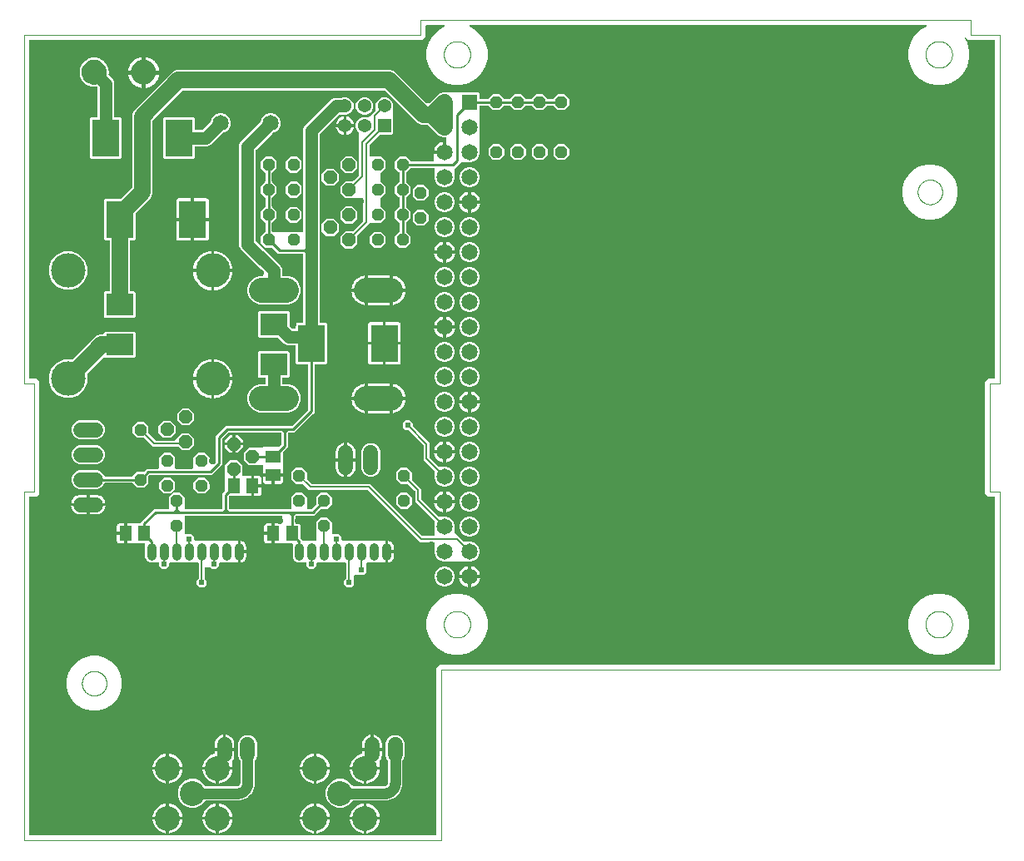
<source format=gbl>
G04 EAGLE Gerber RS-274X export*
G75*
%MOMM*%
%FSLAX34Y34*%
%LPD*%
%INCopper Bottom*%
%IPPOS*%
%AMOC8*
5,1,8,0,0,1.08239X$1,22.5*%
G01*
%ADD10C,0.000000*%
%ADD11C,1.950000*%
%ADD12R,2.800000X3.800000*%
%ADD13R,2.794000X2.286000*%
%ADD14C,2.500000*%
%ADD15C,1.650000*%
%ADD16C,3.500000*%
%ADD17R,1.371600X1.371600*%
%ADD18C,1.371600*%
%ADD19C,2.540000*%
%ADD20R,1.650000X1.650000*%
%ADD21C,0.914400*%
%ADD22C,1.498600*%
%ADD23P,1.461226X8X292.500000*%
%ADD24R,1.500000X1.300000*%
%ADD25R,1.300000X1.500000*%
%ADD26P,1.319650X8X112.500000*%
%ADD27P,1.319650X8X292.500000*%
%ADD28C,1.500000*%
%ADD29P,1.319650X8X22.500000*%
%ADD30P,1.461226X8X112.500000*%
%ADD31C,1.270000*%
%ADD32P,0.659825X8X22.500000*%
%ADD33C,0.304800*%
%ADD34C,0.406400*%
%ADD35C,0.254000*%
%ADD36C,0.540000*%
%ADD37C,1.676400*%
%ADD38C,1.651200*%
%ADD39C,1.075000*%
%ADD40C,0.203200*%
%ADD41C,0.609600*%

G36*
X418178Y5084D02*
X418178Y5084D01*
X418197Y5082D01*
X418299Y5104D01*
X418401Y5120D01*
X418418Y5130D01*
X418438Y5134D01*
X418527Y5187D01*
X418618Y5236D01*
X418632Y5250D01*
X418649Y5260D01*
X418716Y5339D01*
X418788Y5414D01*
X418796Y5432D01*
X418809Y5447D01*
X418848Y5543D01*
X418891Y5637D01*
X418893Y5657D01*
X418901Y5675D01*
X418919Y5842D01*
X418919Y175605D01*
X421895Y178581D01*
X986158Y178581D01*
X986178Y178584D01*
X986197Y178582D01*
X986299Y178604D01*
X986401Y178620D01*
X986418Y178630D01*
X986438Y178634D01*
X986527Y178687D01*
X986618Y178736D01*
X986632Y178750D01*
X986649Y178760D01*
X986716Y178839D01*
X986788Y178914D01*
X986796Y178932D01*
X986809Y178947D01*
X986848Y179043D01*
X986891Y179137D01*
X986893Y179157D01*
X986901Y179175D01*
X986919Y179342D01*
X986919Y349158D01*
X986916Y349178D01*
X986918Y349197D01*
X986896Y349299D01*
X986880Y349401D01*
X986870Y349418D01*
X986866Y349438D01*
X986813Y349527D01*
X986764Y349618D01*
X986750Y349632D01*
X986740Y349649D01*
X986661Y349716D01*
X986586Y349788D01*
X986568Y349796D01*
X986553Y349809D01*
X986457Y349848D01*
X986363Y349891D01*
X986343Y349893D01*
X986325Y349901D01*
X986158Y349919D01*
X979895Y349919D01*
X976919Y352895D01*
X976919Y467105D01*
X979895Y470081D01*
X986158Y470081D01*
X986178Y470084D01*
X986197Y470082D01*
X986299Y470104D01*
X986401Y470120D01*
X986418Y470130D01*
X986438Y470134D01*
X986527Y470187D01*
X986618Y470236D01*
X986632Y470250D01*
X986649Y470260D01*
X986716Y470339D01*
X986788Y470414D01*
X986796Y470432D01*
X986809Y470447D01*
X986848Y470543D01*
X986891Y470637D01*
X986893Y470657D01*
X986901Y470675D01*
X986919Y470842D01*
X986919Y814158D01*
X986916Y814178D01*
X986918Y814197D01*
X986896Y814299D01*
X986880Y814401D01*
X986870Y814418D01*
X986866Y814438D01*
X986813Y814527D01*
X986764Y814618D01*
X986750Y814632D01*
X986740Y814649D01*
X986661Y814716D01*
X986586Y814788D01*
X986568Y814796D01*
X986553Y814809D01*
X986457Y814848D01*
X986363Y814891D01*
X986343Y814893D01*
X986325Y814901D01*
X986158Y814919D01*
X959895Y814919D01*
X957566Y817249D01*
X957547Y817263D01*
X957531Y817281D01*
X957447Y817334D01*
X957366Y817392D01*
X957343Y817399D01*
X957323Y817412D01*
X957226Y817435D01*
X957131Y817465D01*
X957107Y817464D01*
X957084Y817470D01*
X956985Y817461D01*
X956885Y817458D01*
X956863Y817450D01*
X956839Y817448D01*
X956748Y817408D01*
X956654Y817374D01*
X956636Y817359D01*
X956614Y817349D01*
X956540Y817282D01*
X956462Y817220D01*
X956449Y817200D01*
X956432Y817184D01*
X956383Y817097D01*
X956329Y817013D01*
X956323Y816990D01*
X956312Y816969D01*
X956294Y816871D01*
X956269Y816775D01*
X956271Y816751D01*
X956267Y816727D01*
X956281Y816628D01*
X956288Y816529D01*
X956298Y816507D01*
X956301Y816483D01*
X956369Y816330D01*
X958888Y811966D01*
X961001Y804081D01*
X961001Y795919D01*
X958888Y788034D01*
X954807Y780965D01*
X949035Y775193D01*
X941966Y771112D01*
X934081Y768999D01*
X925919Y768999D01*
X918034Y771112D01*
X910965Y775193D01*
X905193Y780965D01*
X901112Y788034D01*
X898999Y795919D01*
X898999Y804081D01*
X901112Y811966D01*
X905193Y819035D01*
X910965Y824807D01*
X917360Y828499D01*
X917397Y828529D01*
X917439Y828552D01*
X917492Y828607D01*
X917550Y828655D01*
X917576Y828695D01*
X917609Y828730D01*
X917641Y828799D01*
X917681Y828863D01*
X917692Y828910D01*
X917712Y828953D01*
X917721Y829028D01*
X917738Y829102D01*
X917734Y829150D01*
X917739Y829197D01*
X917723Y829272D01*
X917717Y829347D01*
X917697Y829391D01*
X917687Y829438D01*
X917648Y829503D01*
X917618Y829572D01*
X917586Y829608D01*
X917561Y829649D01*
X917504Y829698D01*
X917452Y829754D01*
X917411Y829778D01*
X917374Y829809D01*
X917304Y829837D01*
X917238Y829874D01*
X917191Y829883D01*
X917146Y829901D01*
X917018Y829915D01*
X916996Y829919D01*
X916989Y829918D01*
X916979Y829919D01*
X453021Y829919D01*
X452974Y829912D01*
X452926Y829913D01*
X452853Y829892D01*
X452778Y829880D01*
X452736Y829857D01*
X452690Y829843D01*
X452628Y829800D01*
X452561Y829764D01*
X452528Y829730D01*
X452488Y829702D01*
X452443Y829641D01*
X452391Y829586D01*
X452371Y829543D01*
X452343Y829504D01*
X452320Y829432D01*
X452288Y829363D01*
X452282Y829315D01*
X452268Y829270D01*
X452269Y829194D01*
X452261Y829119D01*
X452271Y829072D01*
X452271Y829024D01*
X452297Y828952D01*
X452313Y828878D01*
X452337Y828837D01*
X452353Y828792D01*
X452400Y828732D01*
X452439Y828667D01*
X452475Y828636D01*
X452505Y828598D01*
X452609Y828522D01*
X452626Y828507D01*
X452632Y828505D01*
X452640Y828499D01*
X459035Y824807D01*
X464807Y819035D01*
X468888Y811966D01*
X471001Y804081D01*
X471001Y795919D01*
X468888Y788034D01*
X464807Y780965D01*
X459035Y775193D01*
X451966Y771112D01*
X444081Y768999D01*
X435919Y768999D01*
X428034Y771112D01*
X420965Y775193D01*
X415193Y780965D01*
X411112Y788034D01*
X408999Y795919D01*
X408999Y804081D01*
X411112Y811966D01*
X415193Y819035D01*
X420965Y824807D01*
X427360Y828499D01*
X427397Y828529D01*
X427439Y828552D01*
X427492Y828607D01*
X427550Y828655D01*
X427576Y828695D01*
X427609Y828730D01*
X427641Y828799D01*
X427681Y828863D01*
X427692Y828910D01*
X427712Y828953D01*
X427721Y829028D01*
X427738Y829102D01*
X427734Y829150D01*
X427739Y829197D01*
X427723Y829272D01*
X427717Y829347D01*
X427697Y829391D01*
X427687Y829438D01*
X427648Y829503D01*
X427618Y829572D01*
X427586Y829608D01*
X427561Y829649D01*
X427504Y829698D01*
X427452Y829754D01*
X427411Y829778D01*
X427374Y829809D01*
X427304Y829837D01*
X427238Y829874D01*
X427191Y829883D01*
X427146Y829901D01*
X427018Y829915D01*
X426996Y829919D01*
X426989Y829918D01*
X426979Y829919D01*
X408842Y829919D01*
X408822Y829916D01*
X408803Y829918D01*
X408701Y829896D01*
X408599Y829880D01*
X408582Y829870D01*
X408562Y829866D01*
X408473Y829813D01*
X408382Y829764D01*
X408368Y829750D01*
X408351Y829740D01*
X408284Y829661D01*
X408212Y829586D01*
X408204Y829568D01*
X408191Y829553D01*
X408152Y829457D01*
X408109Y829363D01*
X408107Y829343D01*
X408099Y829325D01*
X408081Y829158D01*
X408081Y817895D01*
X405105Y814919D01*
X5842Y814919D01*
X5822Y814916D01*
X5803Y814918D01*
X5701Y814896D01*
X5599Y814880D01*
X5582Y814870D01*
X5562Y814866D01*
X5473Y814813D01*
X5382Y814764D01*
X5368Y814750D01*
X5351Y814740D01*
X5284Y814661D01*
X5212Y814586D01*
X5204Y814568D01*
X5191Y814553D01*
X5152Y814457D01*
X5109Y814363D01*
X5107Y814343D01*
X5099Y814325D01*
X5081Y814158D01*
X5081Y470842D01*
X5084Y470822D01*
X5082Y470803D01*
X5104Y470701D01*
X5120Y470599D01*
X5130Y470582D01*
X5134Y470562D01*
X5187Y470473D01*
X5236Y470382D01*
X5250Y470368D01*
X5260Y470351D01*
X5339Y470284D01*
X5414Y470212D01*
X5432Y470204D01*
X5447Y470191D01*
X5543Y470152D01*
X5637Y470109D01*
X5657Y470107D01*
X5675Y470099D01*
X5842Y470081D01*
X12105Y470081D01*
X15081Y467105D01*
X15081Y352895D01*
X12105Y349919D01*
X5842Y349919D01*
X5822Y349916D01*
X5803Y349918D01*
X5701Y349896D01*
X5599Y349880D01*
X5582Y349870D01*
X5562Y349866D01*
X5473Y349813D01*
X5382Y349764D01*
X5368Y349750D01*
X5351Y349740D01*
X5284Y349661D01*
X5212Y349586D01*
X5204Y349568D01*
X5191Y349553D01*
X5152Y349457D01*
X5109Y349363D01*
X5107Y349343D01*
X5099Y349325D01*
X5081Y349158D01*
X5081Y5842D01*
X5084Y5822D01*
X5082Y5803D01*
X5104Y5701D01*
X5120Y5599D01*
X5130Y5582D01*
X5134Y5562D01*
X5187Y5473D01*
X5236Y5382D01*
X5250Y5368D01*
X5260Y5351D01*
X5339Y5284D01*
X5414Y5212D01*
X5432Y5204D01*
X5447Y5191D01*
X5543Y5152D01*
X5637Y5109D01*
X5657Y5107D01*
X5675Y5099D01*
X5842Y5081D01*
X418158Y5081D01*
X418178Y5084D01*
G37*
%LPC*%
G36*
X82181Y531979D02*
X82181Y531979D01*
X80979Y533181D01*
X80979Y557739D01*
X82181Y558941D01*
X85806Y558941D01*
X85826Y558944D01*
X85845Y558942D01*
X85947Y558964D01*
X86049Y558980D01*
X86066Y558990D01*
X86086Y558994D01*
X86175Y559047D01*
X86266Y559096D01*
X86280Y559110D01*
X86297Y559120D01*
X86364Y559199D01*
X86436Y559274D01*
X86444Y559292D01*
X86457Y559307D01*
X86496Y559403D01*
X86539Y559497D01*
X86541Y559517D01*
X86549Y559535D01*
X86567Y559702D01*
X86567Y610188D01*
X86564Y610208D01*
X86566Y610227D01*
X86544Y610329D01*
X86528Y610431D01*
X86518Y610448D01*
X86514Y610468D01*
X86461Y610557D01*
X86412Y610648D01*
X86398Y610662D01*
X86388Y610679D01*
X86309Y610746D01*
X86234Y610818D01*
X86216Y610826D01*
X86201Y610839D01*
X86105Y610878D01*
X86011Y610921D01*
X85991Y610923D01*
X85973Y610931D01*
X85806Y610949D01*
X82151Y610949D01*
X80949Y612151D01*
X80949Y651849D01*
X82151Y653051D01*
X97981Y653051D01*
X98071Y653065D01*
X98162Y653073D01*
X98192Y653085D01*
X98224Y653090D01*
X98305Y653133D01*
X98389Y653169D01*
X98421Y653195D01*
X98441Y653206D01*
X98464Y653229D01*
X98520Y653274D01*
X109344Y664098D01*
X109397Y664172D01*
X109457Y664242D01*
X109469Y664272D01*
X109488Y664298D01*
X109515Y664385D01*
X109549Y664470D01*
X109553Y664511D01*
X109560Y664533D01*
X109559Y664565D01*
X109567Y664637D01*
X109567Y739075D01*
X111156Y742910D01*
X150890Y782644D01*
X154725Y784233D01*
X372675Y784233D01*
X376510Y782644D01*
X408622Y750532D01*
X408696Y750479D01*
X408766Y750419D01*
X408796Y750407D01*
X408822Y750388D01*
X408909Y750361D01*
X408994Y750327D01*
X409035Y750323D01*
X409057Y750316D01*
X409089Y750317D01*
X409161Y750309D01*
X411418Y750309D01*
X411508Y750323D01*
X411599Y750331D01*
X411628Y750343D01*
X411660Y750348D01*
X411741Y750391D01*
X411825Y750427D01*
X411857Y750453D01*
X411878Y750464D01*
X411900Y750487D01*
X411956Y750532D01*
X418455Y757031D01*
X421462Y760038D01*
X425250Y761607D01*
X429446Y761607D01*
X429464Y761603D01*
X429483Y761604D01*
X429516Y761601D01*
X461799Y761601D01*
X463001Y760399D01*
X463001Y755482D01*
X463004Y755462D01*
X463002Y755443D01*
X463024Y755341D01*
X463040Y755239D01*
X463050Y755222D01*
X463054Y755202D01*
X463107Y755113D01*
X463156Y755022D01*
X463170Y755008D01*
X463180Y754991D01*
X463259Y754924D01*
X463334Y754852D01*
X463352Y754844D01*
X463367Y754831D01*
X463463Y754792D01*
X463557Y754749D01*
X463577Y754747D01*
X463595Y754739D01*
X463762Y754721D01*
X471484Y754721D01*
X471574Y754735D01*
X471665Y754743D01*
X471695Y754755D01*
X471727Y754760D01*
X471808Y754803D01*
X471892Y754839D01*
X471924Y754865D01*
X471944Y754876D01*
X471967Y754899D01*
X472023Y754944D01*
X476626Y759547D01*
X483374Y759547D01*
X487977Y754944D01*
X488051Y754891D01*
X488121Y754831D01*
X488151Y754819D01*
X488177Y754800D01*
X488264Y754773D01*
X488349Y754739D01*
X488390Y754735D01*
X488412Y754728D01*
X488444Y754729D01*
X488516Y754721D01*
X493484Y754721D01*
X493574Y754735D01*
X493665Y754743D01*
X493695Y754755D01*
X493727Y754760D01*
X493808Y754803D01*
X493892Y754839D01*
X493924Y754865D01*
X493944Y754876D01*
X493967Y754899D01*
X494022Y754944D01*
X498626Y759547D01*
X505374Y759547D01*
X509978Y754944D01*
X510051Y754891D01*
X510121Y754831D01*
X510151Y754819D01*
X510177Y754800D01*
X510264Y754773D01*
X510349Y754739D01*
X510390Y754735D01*
X510412Y754728D01*
X510445Y754729D01*
X510516Y754721D01*
X515484Y754721D01*
X515574Y754735D01*
X515665Y754743D01*
X515695Y754755D01*
X515727Y754760D01*
X515808Y754803D01*
X515892Y754839D01*
X515924Y754865D01*
X515944Y754876D01*
X515967Y754899D01*
X516022Y754944D01*
X520626Y759547D01*
X527374Y759547D01*
X531978Y754944D01*
X532051Y754891D01*
X532121Y754831D01*
X532151Y754819D01*
X532177Y754800D01*
X532264Y754773D01*
X532349Y754739D01*
X532390Y754735D01*
X532412Y754728D01*
X532445Y754729D01*
X532516Y754721D01*
X537484Y754721D01*
X537574Y754735D01*
X537665Y754743D01*
X537695Y754755D01*
X537727Y754760D01*
X537808Y754803D01*
X537892Y754839D01*
X537924Y754865D01*
X537944Y754876D01*
X537967Y754899D01*
X538022Y754944D01*
X542626Y759547D01*
X549374Y759547D01*
X554147Y754774D01*
X554147Y748026D01*
X549374Y743253D01*
X542626Y743253D01*
X538022Y747856D01*
X537949Y747909D01*
X537879Y747969D01*
X537849Y747981D01*
X537823Y748000D01*
X537736Y748027D01*
X537651Y748061D01*
X537610Y748065D01*
X537588Y748072D01*
X537555Y748071D01*
X537484Y748079D01*
X532516Y748079D01*
X532426Y748065D01*
X532335Y748057D01*
X532305Y748045D01*
X532273Y748040D01*
X532192Y747997D01*
X532108Y747961D01*
X532076Y747935D01*
X532056Y747924D01*
X532039Y747907D01*
X532037Y747906D01*
X532030Y747898D01*
X531978Y747856D01*
X527374Y743253D01*
X520626Y743253D01*
X516022Y747856D01*
X515949Y747909D01*
X515879Y747969D01*
X515849Y747981D01*
X515823Y748000D01*
X515736Y748027D01*
X515651Y748061D01*
X515610Y748065D01*
X515588Y748072D01*
X515555Y748071D01*
X515484Y748079D01*
X510516Y748079D01*
X510426Y748065D01*
X510335Y748057D01*
X510305Y748045D01*
X510273Y748040D01*
X510192Y747997D01*
X510108Y747961D01*
X510076Y747935D01*
X510056Y747924D01*
X510039Y747907D01*
X510037Y747906D01*
X510030Y747898D01*
X509978Y747856D01*
X505374Y743253D01*
X498626Y743253D01*
X494022Y747856D01*
X493949Y747909D01*
X493879Y747969D01*
X493849Y747981D01*
X493823Y748000D01*
X493736Y748027D01*
X493651Y748061D01*
X493610Y748065D01*
X493588Y748072D01*
X493555Y748071D01*
X493484Y748079D01*
X488516Y748079D01*
X488426Y748065D01*
X488335Y748057D01*
X488305Y748045D01*
X488273Y748040D01*
X488192Y747997D01*
X488108Y747961D01*
X488076Y747935D01*
X488056Y747924D01*
X488039Y747907D01*
X488037Y747906D01*
X488030Y747898D01*
X487977Y747856D01*
X483374Y743253D01*
X476626Y743253D01*
X472023Y747856D01*
X471949Y747909D01*
X471879Y747969D01*
X471849Y747981D01*
X471823Y748000D01*
X471736Y748027D01*
X471651Y748061D01*
X471610Y748065D01*
X471588Y748072D01*
X471556Y748071D01*
X471484Y748079D01*
X463762Y748079D01*
X463742Y748076D01*
X463723Y748078D01*
X463621Y748056D01*
X463519Y748040D01*
X463502Y748030D01*
X463482Y748026D01*
X463393Y747973D01*
X463302Y747924D01*
X463288Y747910D01*
X463271Y747900D01*
X463204Y747821D01*
X463132Y747746D01*
X463124Y747728D01*
X463111Y747713D01*
X463072Y747617D01*
X463029Y747523D01*
X463027Y747503D01*
X463019Y747485D01*
X463001Y747318D01*
X463001Y741901D01*
X462999Y741883D01*
X462999Y728105D01*
X463001Y728093D01*
X463001Y723748D01*
X463001Y723746D01*
X463001Y723713D01*
X462999Y723695D01*
X462999Y702705D01*
X463001Y702693D01*
X463001Y698451D01*
X461433Y694665D01*
X458535Y691767D01*
X454749Y690199D01*
X450559Y690199D01*
X450532Y690205D01*
X450513Y690204D01*
X450480Y690207D01*
X444648Y690207D01*
X444558Y690193D01*
X444467Y690185D01*
X444438Y690173D01*
X444406Y690168D01*
X444325Y690125D01*
X444241Y690089D01*
X444209Y690063D01*
X444188Y690052D01*
X444187Y690051D01*
X444166Y690029D01*
X444110Y689984D01*
X437812Y683686D01*
X437759Y683612D01*
X437699Y683542D01*
X437687Y683512D01*
X437668Y683486D01*
X437641Y683399D01*
X437607Y683314D01*
X437603Y683273D01*
X437596Y683251D01*
X437597Y683219D01*
X437589Y683148D01*
X437589Y677329D01*
X437599Y677265D01*
X437600Y677199D01*
X437601Y677196D01*
X437601Y673051D01*
X436033Y669265D01*
X433135Y666367D01*
X429349Y664799D01*
X425251Y664799D01*
X421465Y666367D01*
X418567Y669265D01*
X416999Y673051D01*
X416999Y683718D01*
X416996Y683738D01*
X416998Y683757D01*
X416976Y683859D01*
X416960Y683961D01*
X416950Y683978D01*
X416946Y683998D01*
X416893Y684087D01*
X416844Y684178D01*
X416830Y684192D01*
X416820Y684209D01*
X416741Y684276D01*
X416666Y684348D01*
X416648Y684356D01*
X416633Y684369D01*
X416537Y684408D01*
X416443Y684451D01*
X416423Y684453D01*
X416405Y684461D01*
X416238Y684479D01*
X393216Y684479D01*
X393126Y684465D01*
X393035Y684457D01*
X393005Y684445D01*
X392973Y684440D01*
X392892Y684397D01*
X392808Y684361D01*
X392776Y684335D01*
X392756Y684324D01*
X392733Y684301D01*
X392678Y684256D01*
X388244Y679822D01*
X388191Y679749D01*
X388131Y679679D01*
X388119Y679649D01*
X388100Y679623D01*
X388073Y679536D01*
X388039Y679451D01*
X388035Y679410D01*
X388028Y679388D01*
X388029Y679355D01*
X388021Y679284D01*
X388021Y670916D01*
X388035Y670826D01*
X388043Y670735D01*
X388055Y670705D01*
X388060Y670673D01*
X388103Y670592D01*
X388139Y670508D01*
X388165Y670476D01*
X388176Y670456D01*
X388199Y670433D01*
X388244Y670378D01*
X392847Y665774D01*
X392847Y659026D01*
X388244Y654422D01*
X388191Y654349D01*
X388131Y654279D01*
X388119Y654249D01*
X388100Y654223D01*
X388073Y654136D01*
X388039Y654051D01*
X388035Y654010D01*
X388028Y653988D01*
X388029Y653955D01*
X388021Y653884D01*
X388021Y645316D01*
X388035Y645226D01*
X388043Y645135D01*
X388055Y645105D01*
X388060Y645073D01*
X388103Y644992D01*
X388139Y644908D01*
X388165Y644876D01*
X388176Y644856D01*
X388199Y644833D01*
X388222Y644805D01*
X388224Y644801D01*
X388227Y644799D01*
X388244Y644777D01*
X392847Y640174D01*
X392847Y633426D01*
X388244Y628822D01*
X388191Y628749D01*
X388131Y628679D01*
X388119Y628649D01*
X388100Y628623D01*
X388073Y628536D01*
X388039Y628451D01*
X388035Y628410D01*
X388028Y628388D01*
X388029Y628355D01*
X388021Y628284D01*
X388021Y619916D01*
X388035Y619826D01*
X388043Y619735D01*
X388055Y619705D01*
X388060Y619673D01*
X388103Y619592D01*
X388139Y619508D01*
X388165Y619476D01*
X388176Y619456D01*
X388199Y619433D01*
X388244Y619378D01*
X392847Y614774D01*
X392847Y608026D01*
X388074Y603253D01*
X381326Y603253D01*
X376553Y608026D01*
X376553Y614774D01*
X381156Y619378D01*
X381209Y619451D01*
X381269Y619521D01*
X381281Y619551D01*
X381300Y619577D01*
X381327Y619664D01*
X381361Y619749D01*
X381365Y619790D01*
X381372Y619812D01*
X381371Y619845D01*
X381379Y619916D01*
X381379Y628284D01*
X381365Y628374D01*
X381357Y628465D01*
X381345Y628495D01*
X381340Y628527D01*
X381297Y628608D01*
X381261Y628692D01*
X381235Y628724D01*
X381224Y628744D01*
X381201Y628767D01*
X381156Y628822D01*
X376553Y633426D01*
X376553Y640174D01*
X381156Y644777D01*
X381202Y644841D01*
X381224Y644864D01*
X381228Y644873D01*
X381269Y644921D01*
X381281Y644951D01*
X381300Y644977D01*
X381327Y645064D01*
X381361Y645149D01*
X381365Y645190D01*
X381372Y645212D01*
X381371Y645244D01*
X381379Y645316D01*
X381379Y653884D01*
X381365Y653974D01*
X381357Y654065D01*
X381345Y654095D01*
X381340Y654127D01*
X381297Y654208D01*
X381261Y654292D01*
X381235Y654324D01*
X381224Y654344D01*
X381201Y654367D01*
X381156Y654422D01*
X376553Y659026D01*
X376553Y665774D01*
X381156Y670378D01*
X381209Y670451D01*
X381269Y670521D01*
X381281Y670551D01*
X381300Y670577D01*
X381327Y670664D01*
X381361Y670749D01*
X381365Y670790D01*
X381372Y670812D01*
X381371Y670845D01*
X381379Y670916D01*
X381379Y679284D01*
X381365Y679374D01*
X381357Y679465D01*
X381345Y679495D01*
X381340Y679527D01*
X381297Y679608D01*
X381261Y679692D01*
X381235Y679724D01*
X381224Y679744D01*
X381201Y679767D01*
X381156Y679822D01*
X376553Y684426D01*
X376553Y691174D01*
X381326Y695947D01*
X388074Y695947D01*
X392678Y691344D01*
X392751Y691291D01*
X392821Y691231D01*
X392851Y691219D01*
X392877Y691200D01*
X392964Y691173D01*
X393049Y691139D01*
X393090Y691135D01*
X393112Y691128D01*
X393145Y691129D01*
X393216Y691121D01*
X415856Y691121D01*
X415876Y691124D01*
X415895Y691122D01*
X415997Y691144D01*
X416099Y691160D01*
X416116Y691170D01*
X416136Y691174D01*
X416225Y691227D01*
X416316Y691276D01*
X416330Y691290D01*
X416347Y691300D01*
X416414Y691379D01*
X416486Y691454D01*
X416494Y691472D01*
X416507Y691487D01*
X416546Y691583D01*
X416589Y691677D01*
X416591Y691697D01*
X416599Y691715D01*
X416617Y691882D01*
X416617Y698909D01*
X416612Y698941D01*
X416610Y698977D01*
X426538Y698977D01*
X426558Y698980D01*
X426577Y698978D01*
X426679Y699000D01*
X426781Y699017D01*
X426798Y699026D01*
X426818Y699030D01*
X426907Y699083D01*
X426998Y699132D01*
X427012Y699146D01*
X427029Y699156D01*
X427096Y699235D01*
X427167Y699310D01*
X427176Y699328D01*
X427189Y699343D01*
X427227Y699439D01*
X427271Y699533D01*
X427273Y699553D01*
X427281Y699571D01*
X427299Y699738D01*
X427299Y700501D01*
X428062Y700501D01*
X428082Y700504D01*
X428101Y700502D01*
X428203Y700524D01*
X428305Y700541D01*
X428322Y700550D01*
X428342Y700554D01*
X428431Y700607D01*
X428522Y700656D01*
X428536Y700670D01*
X428553Y700680D01*
X428620Y700759D01*
X428691Y700834D01*
X428700Y700852D01*
X428713Y700867D01*
X428752Y700963D01*
X428795Y701057D01*
X428797Y701077D01*
X428805Y701095D01*
X428823Y701262D01*
X428823Y701704D01*
X428821Y701716D01*
X428821Y714832D01*
X428818Y714852D01*
X428820Y714871D01*
X428798Y714973D01*
X428782Y715075D01*
X428772Y715092D01*
X428768Y715112D01*
X428715Y715201D01*
X428666Y715292D01*
X428652Y715306D01*
X428642Y715323D01*
X428563Y715390D01*
X428488Y715462D01*
X428470Y715470D01*
X428455Y715483D01*
X428359Y715522D01*
X428265Y715565D01*
X428245Y715567D01*
X428227Y715575D01*
X428060Y715593D01*
X425250Y715593D01*
X421462Y717162D01*
X410680Y727944D01*
X410606Y727997D01*
X410536Y728057D01*
X410506Y728069D01*
X410480Y728088D01*
X410393Y728115D01*
X410308Y728149D01*
X410267Y728153D01*
X410245Y728160D01*
X410213Y728159D01*
X410141Y728167D01*
X403725Y728167D01*
X399890Y729756D01*
X366502Y763144D01*
X366428Y763197D01*
X366358Y763257D01*
X366328Y763269D01*
X366302Y763288D01*
X366215Y763315D01*
X366130Y763349D01*
X366089Y763353D01*
X366067Y763360D01*
X366035Y763359D01*
X365963Y763367D01*
X161437Y763367D01*
X161347Y763353D01*
X161256Y763345D01*
X161226Y763333D01*
X161194Y763328D01*
X161113Y763285D01*
X161029Y763249D01*
X160997Y763223D01*
X160977Y763212D01*
X160954Y763189D01*
X160898Y763144D01*
X130656Y732902D01*
X130603Y732828D01*
X130543Y732758D01*
X130531Y732728D01*
X130512Y732702D01*
X130485Y732615D01*
X130451Y732530D01*
X130447Y732489D01*
X130440Y732467D01*
X130441Y732435D01*
X130433Y732363D01*
X130433Y657925D01*
X128844Y654090D01*
X113274Y638520D01*
X113221Y638446D01*
X113161Y638376D01*
X113149Y638346D01*
X113130Y638320D01*
X113103Y638233D01*
X113069Y638148D01*
X113065Y638107D01*
X113058Y638085D01*
X113059Y638053D01*
X113051Y637981D01*
X113051Y612151D01*
X111849Y610949D01*
X108194Y610949D01*
X108174Y610946D01*
X108155Y610948D01*
X108053Y610926D01*
X107951Y610910D01*
X107934Y610900D01*
X107914Y610896D01*
X107825Y610843D01*
X107734Y610794D01*
X107720Y610780D01*
X107703Y610770D01*
X107636Y610691D01*
X107564Y610616D01*
X107556Y610598D01*
X107543Y610583D01*
X107504Y610487D01*
X107461Y610393D01*
X107459Y610373D01*
X107451Y610355D01*
X107433Y610188D01*
X107433Y559702D01*
X107436Y559682D01*
X107434Y559663D01*
X107456Y559561D01*
X107472Y559459D01*
X107482Y559442D01*
X107486Y559422D01*
X107539Y559333D01*
X107588Y559242D01*
X107602Y559228D01*
X107612Y559211D01*
X107691Y559144D01*
X107766Y559072D01*
X107784Y559064D01*
X107799Y559051D01*
X107895Y559012D01*
X107989Y558969D01*
X108009Y558967D01*
X108027Y558959D01*
X108194Y558941D01*
X111819Y558941D01*
X113021Y557739D01*
X113021Y533181D01*
X111819Y531979D01*
X82181Y531979D01*
G37*
%LPD*%
%LPC*%
G36*
X55600Y357749D02*
X55600Y357749D01*
X52090Y359203D01*
X49403Y361890D01*
X47949Y365400D01*
X47949Y369200D01*
X49403Y372710D01*
X52090Y375397D01*
X55600Y376851D01*
X74400Y376851D01*
X77910Y375397D01*
X80597Y372710D01*
X81267Y371091D01*
X81329Y370991D01*
X81389Y370891D01*
X81394Y370887D01*
X81397Y370882D01*
X81487Y370807D01*
X81576Y370731D01*
X81582Y370729D01*
X81587Y370725D01*
X81695Y370683D01*
X81804Y370639D01*
X81812Y370638D01*
X81816Y370637D01*
X81834Y370636D01*
X81971Y370621D01*
X109484Y370621D01*
X109574Y370635D01*
X109665Y370643D01*
X109695Y370655D01*
X109727Y370660D01*
X109808Y370703D01*
X109892Y370739D01*
X109924Y370765D01*
X109944Y370776D01*
X109967Y370799D01*
X110023Y370844D01*
X114626Y375447D01*
X121135Y375447D01*
X121225Y375461D01*
X121316Y375469D01*
X121346Y375481D01*
X121378Y375486D01*
X121459Y375529D01*
X121542Y375565D01*
X121575Y375591D01*
X121595Y375602D01*
X121617Y375625D01*
X121673Y375670D01*
X124324Y378321D01*
X136092Y378321D01*
X136112Y378324D01*
X136131Y378322D01*
X136233Y378344D01*
X136335Y378360D01*
X136352Y378370D01*
X136372Y378374D01*
X136461Y378427D01*
X136552Y378476D01*
X136566Y378490D01*
X136583Y378500D01*
X136650Y378579D01*
X136722Y378654D01*
X136730Y378672D01*
X136743Y378687D01*
X136782Y378783D01*
X136825Y378877D01*
X136827Y378897D01*
X136835Y378915D01*
X136853Y379082D01*
X136853Y390074D01*
X141626Y394847D01*
X148374Y394847D01*
X153147Y390074D01*
X153147Y379082D01*
X153150Y379062D01*
X153148Y379043D01*
X153170Y378941D01*
X153186Y378839D01*
X153196Y378822D01*
X153200Y378802D01*
X153253Y378713D01*
X153302Y378622D01*
X153316Y378608D01*
X153326Y378591D01*
X153405Y378524D01*
X153480Y378452D01*
X153498Y378444D01*
X153513Y378431D01*
X153609Y378392D01*
X153703Y378349D01*
X153723Y378347D01*
X153741Y378339D01*
X153908Y378321D01*
X171092Y378321D01*
X171112Y378324D01*
X171131Y378322D01*
X171233Y378344D01*
X171335Y378360D01*
X171352Y378370D01*
X171372Y378374D01*
X171461Y378427D01*
X171552Y378476D01*
X171566Y378490D01*
X171583Y378500D01*
X171650Y378579D01*
X171722Y378654D01*
X171730Y378672D01*
X171743Y378687D01*
X171782Y378783D01*
X171825Y378877D01*
X171827Y378897D01*
X171835Y378915D01*
X171853Y379082D01*
X171853Y390074D01*
X176626Y394847D01*
X183374Y394847D01*
X188147Y390074D01*
X188147Y385224D01*
X188161Y385134D01*
X188169Y385043D01*
X188181Y385014D01*
X188186Y384982D01*
X188229Y384901D01*
X188265Y384817D01*
X188291Y384785D01*
X188302Y384764D01*
X188325Y384742D01*
X188370Y384686D01*
X189668Y383388D01*
X189742Y383335D01*
X189812Y383275D01*
X189842Y383263D01*
X189868Y383244D01*
X189955Y383217D01*
X190040Y383183D01*
X190081Y383179D01*
X190103Y383172D01*
X190135Y383173D01*
X190206Y383165D01*
X192253Y383165D01*
X192343Y383179D01*
X192434Y383187D01*
X192464Y383199D01*
X192496Y383204D01*
X192577Y383247D01*
X192661Y383283D01*
X192693Y383309D01*
X192713Y383320D01*
X192735Y383343D01*
X192791Y383388D01*
X194106Y384703D01*
X194159Y384777D01*
X194219Y384846D01*
X194231Y384876D01*
X194250Y384902D01*
X194277Y384989D01*
X194311Y385074D01*
X194315Y385115D01*
X194322Y385137D01*
X194321Y385170D01*
X194329Y385241D01*
X194329Y411326D01*
X204824Y421821D01*
X271709Y421821D01*
X271799Y421835D01*
X271890Y421843D01*
X271920Y421855D01*
X271952Y421860D01*
X272033Y421903D01*
X272117Y421939D01*
X272149Y421965D01*
X272169Y421976D01*
X272192Y421999D01*
X272247Y422044D01*
X288456Y438253D01*
X288509Y438326D01*
X288569Y438396D01*
X288581Y438426D01*
X288600Y438452D01*
X288627Y438539D01*
X288661Y438624D01*
X288665Y438665D01*
X288672Y438687D01*
X288671Y438720D01*
X288679Y438791D01*
X288679Y484188D01*
X288676Y484208D01*
X288678Y484227D01*
X288656Y484329D01*
X288640Y484431D01*
X288630Y484448D01*
X288626Y484468D01*
X288573Y484557D01*
X288524Y484648D01*
X288510Y484662D01*
X288500Y484679D01*
X288421Y484746D01*
X288346Y484818D01*
X288328Y484826D01*
X288313Y484839D01*
X288217Y484878D01*
X288123Y484921D01*
X288103Y484923D01*
X288085Y484931D01*
X287918Y484949D01*
X277151Y484949D01*
X275949Y486151D01*
X275949Y503338D01*
X275946Y503358D01*
X275948Y503377D01*
X275926Y503479D01*
X275910Y503581D01*
X275900Y503598D01*
X275896Y503618D01*
X275843Y503707D01*
X275794Y503798D01*
X275780Y503812D01*
X275770Y503829D01*
X275691Y503896D01*
X275616Y503968D01*
X275598Y503976D01*
X275583Y503989D01*
X275487Y504028D01*
X275393Y504071D01*
X275373Y504073D01*
X275355Y504081D01*
X275188Y504099D01*
X267329Y504099D01*
X264241Y505378D01*
X257863Y511756D01*
X257789Y511809D01*
X257720Y511869D01*
X257690Y511881D01*
X257663Y511900D01*
X257577Y511927D01*
X257492Y511961D01*
X257451Y511965D01*
X257428Y511972D01*
X257396Y511971D01*
X257325Y511979D01*
X238841Y511979D01*
X237639Y513181D01*
X237639Y537739D01*
X238841Y538941D01*
X268479Y538941D01*
X269681Y537739D01*
X269681Y524015D01*
X269695Y523925D01*
X269703Y523834D01*
X269715Y523804D01*
X269720Y523772D01*
X269763Y523692D01*
X269799Y523608D01*
X269825Y523576D01*
X269836Y523555D01*
X269859Y523533D01*
X269904Y523477D01*
X272257Y521124D01*
X272331Y521071D01*
X272400Y521011D01*
X272430Y520999D01*
X272457Y520980D01*
X272543Y520953D01*
X272628Y520919D01*
X272669Y520915D01*
X272692Y520908D01*
X272724Y520909D01*
X272795Y520901D01*
X275188Y520901D01*
X275208Y520904D01*
X275227Y520902D01*
X275329Y520924D01*
X275431Y520940D01*
X275448Y520950D01*
X275468Y520954D01*
X275557Y521007D01*
X275648Y521056D01*
X275662Y521070D01*
X275679Y521080D01*
X275746Y521159D01*
X275818Y521234D01*
X275826Y521252D01*
X275839Y521267D01*
X275878Y521363D01*
X275921Y521457D01*
X275923Y521477D01*
X275931Y521495D01*
X275949Y521662D01*
X275949Y525849D01*
X277151Y527051D01*
X282838Y527051D01*
X282858Y527054D01*
X282877Y527052D01*
X282979Y527074D01*
X283081Y527090D01*
X283098Y527100D01*
X283118Y527104D01*
X283207Y527157D01*
X283298Y527206D01*
X283312Y527220D01*
X283329Y527230D01*
X283396Y527309D01*
X283468Y527384D01*
X283476Y527402D01*
X283489Y527417D01*
X283528Y527513D01*
X283571Y527607D01*
X283573Y527627D01*
X283581Y527645D01*
X283599Y527812D01*
X283599Y596318D01*
X283596Y596338D01*
X283598Y596357D01*
X283576Y596459D01*
X283560Y596561D01*
X283550Y596578D01*
X283546Y596598D01*
X283493Y596687D01*
X283444Y596778D01*
X283430Y596792D01*
X283420Y596809D01*
X283341Y596876D01*
X283266Y596948D01*
X283248Y596956D01*
X283233Y596969D01*
X283137Y597008D01*
X283043Y597051D01*
X283023Y597053D01*
X283005Y597061D01*
X282838Y597079D01*
X257924Y597079D01*
X251973Y603030D01*
X251900Y603083D01*
X251830Y603143D01*
X251800Y603155D01*
X251774Y603174D01*
X251687Y603201D01*
X251602Y603235D01*
X251561Y603239D01*
X251539Y603246D01*
X251506Y603245D01*
X251435Y603253D01*
X244926Y603253D01*
X240153Y608026D01*
X240153Y614774D01*
X244756Y619377D01*
X244809Y619451D01*
X244869Y619521D01*
X244881Y619551D01*
X244900Y619577D01*
X244927Y619664D01*
X244961Y619749D01*
X244965Y619790D01*
X244972Y619812D01*
X244971Y619844D01*
X244979Y619916D01*
X244979Y628284D01*
X244965Y628374D01*
X244957Y628465D01*
X244945Y628495D01*
X244940Y628527D01*
X244897Y628608D01*
X244861Y628692D01*
X244835Y628724D01*
X244824Y628744D01*
X244801Y628767D01*
X244756Y628823D01*
X240153Y633426D01*
X240153Y640174D01*
X244756Y644777D01*
X244802Y644841D01*
X244824Y644864D01*
X244828Y644873D01*
X244869Y644921D01*
X244881Y644951D01*
X244900Y644977D01*
X244927Y645064D01*
X244961Y645149D01*
X244965Y645190D01*
X244972Y645212D01*
X244971Y645244D01*
X244979Y645316D01*
X244979Y653884D01*
X244965Y653974D01*
X244957Y654065D01*
X244945Y654095D01*
X244940Y654127D01*
X244897Y654208D01*
X244861Y654292D01*
X244835Y654324D01*
X244824Y654344D01*
X244801Y654367D01*
X244756Y654422D01*
X240153Y659026D01*
X240153Y665774D01*
X244756Y670378D01*
X244809Y670451D01*
X244869Y670521D01*
X244881Y670551D01*
X244900Y670577D01*
X244927Y670664D01*
X244961Y670749D01*
X244965Y670790D01*
X244972Y670812D01*
X244971Y670845D01*
X244979Y670916D01*
X244979Y679284D01*
X244965Y679374D01*
X244957Y679465D01*
X244945Y679495D01*
X244940Y679527D01*
X244897Y679608D01*
X244861Y679692D01*
X244835Y679724D01*
X244824Y679744D01*
X244801Y679767D01*
X244756Y679822D01*
X240153Y684426D01*
X240153Y691174D01*
X244926Y695947D01*
X251674Y695947D01*
X256447Y691174D01*
X256447Y684426D01*
X251844Y679822D01*
X251791Y679749D01*
X251731Y679679D01*
X251719Y679649D01*
X251700Y679623D01*
X251673Y679536D01*
X251639Y679451D01*
X251635Y679410D01*
X251628Y679388D01*
X251629Y679355D01*
X251621Y679284D01*
X251621Y670916D01*
X251635Y670826D01*
X251643Y670735D01*
X251655Y670705D01*
X251660Y670673D01*
X251703Y670592D01*
X251739Y670508D01*
X251765Y670476D01*
X251776Y670456D01*
X251799Y670433D01*
X251844Y670378D01*
X256447Y665774D01*
X256447Y659026D01*
X251844Y654422D01*
X251791Y654349D01*
X251731Y654279D01*
X251719Y654249D01*
X251700Y654223D01*
X251673Y654136D01*
X251639Y654051D01*
X251635Y654010D01*
X251628Y653988D01*
X251629Y653955D01*
X251621Y653884D01*
X251621Y645316D01*
X251635Y645226D01*
X251643Y645135D01*
X251655Y645105D01*
X251660Y645073D01*
X251703Y644992D01*
X251739Y644908D01*
X251765Y644876D01*
X251776Y644856D01*
X251799Y644833D01*
X251822Y644805D01*
X251824Y644801D01*
X251827Y644799D01*
X251844Y644777D01*
X256447Y640174D01*
X256447Y633426D01*
X251844Y628823D01*
X251791Y628749D01*
X251731Y628679D01*
X251719Y628649D01*
X251700Y628623D01*
X251673Y628536D01*
X251639Y628451D01*
X251635Y628410D01*
X251628Y628388D01*
X251629Y628356D01*
X251621Y628284D01*
X251621Y620312D01*
X251624Y620292D01*
X251622Y620273D01*
X251644Y620171D01*
X251660Y620069D01*
X251670Y620052D01*
X251674Y620032D01*
X251727Y619943D01*
X251776Y619852D01*
X251790Y619838D01*
X251800Y619821D01*
X251879Y619754D01*
X251954Y619682D01*
X251972Y619674D01*
X251987Y619661D01*
X252083Y619622D01*
X252177Y619579D01*
X252197Y619577D01*
X252215Y619569D01*
X252382Y619551D01*
X282838Y619551D01*
X282858Y619554D01*
X282877Y619552D01*
X282979Y619574D01*
X283081Y619590D01*
X283098Y619600D01*
X283118Y619604D01*
X283207Y619657D01*
X283298Y619706D01*
X283312Y619720D01*
X283329Y619730D01*
X283396Y619809D01*
X283468Y619884D01*
X283476Y619902D01*
X283489Y619917D01*
X283528Y620013D01*
X283571Y620107D01*
X283573Y620127D01*
X283581Y620145D01*
X283599Y620312D01*
X283599Y724271D01*
X284878Y727359D01*
X312141Y754622D01*
X315229Y755901D01*
X322850Y755901D01*
X322915Y755911D01*
X322980Y755912D01*
X323060Y755935D01*
X323093Y755940D01*
X323110Y755950D01*
X323141Y755959D01*
X324228Y756409D01*
X327772Y756409D01*
X331046Y755052D01*
X333552Y752546D01*
X334909Y749272D01*
X334909Y745728D01*
X333552Y742454D01*
X331046Y739948D01*
X327772Y738591D01*
X320187Y738591D01*
X320097Y738577D01*
X320006Y738569D01*
X319976Y738557D01*
X319944Y738552D01*
X319864Y738509D01*
X319780Y738473D01*
X319748Y738447D01*
X319727Y738436D01*
X319705Y738413D01*
X319649Y738368D01*
X300624Y719343D01*
X300571Y719269D01*
X300511Y719200D01*
X300499Y719170D01*
X300480Y719143D01*
X300453Y719057D01*
X300419Y718972D01*
X300415Y718931D01*
X300408Y718908D01*
X300409Y718876D01*
X300401Y718805D01*
X300401Y527812D01*
X300404Y527792D01*
X300402Y527773D01*
X300424Y527671D01*
X300440Y527569D01*
X300450Y527552D01*
X300454Y527532D01*
X300507Y527443D01*
X300556Y527352D01*
X300570Y527338D01*
X300580Y527321D01*
X300659Y527254D01*
X300734Y527182D01*
X300752Y527174D01*
X300767Y527161D01*
X300863Y527122D01*
X300957Y527079D01*
X300977Y527077D01*
X300995Y527069D01*
X301162Y527051D01*
X306849Y527051D01*
X308051Y525849D01*
X308051Y486151D01*
X306849Y484949D01*
X296082Y484949D01*
X296062Y484946D01*
X296043Y484948D01*
X295941Y484926D01*
X295839Y484910D01*
X295822Y484900D01*
X295802Y484896D01*
X295713Y484843D01*
X295622Y484794D01*
X295608Y484780D01*
X295591Y484770D01*
X295524Y484691D01*
X295452Y484616D01*
X295444Y484598D01*
X295431Y484583D01*
X295392Y484487D01*
X295349Y484393D01*
X295347Y484373D01*
X295339Y484355D01*
X295321Y484188D01*
X295321Y435724D01*
X293153Y433556D01*
X276944Y417347D01*
X274776Y415179D01*
X268981Y415179D01*
X268891Y415165D01*
X268800Y415157D01*
X268770Y415145D01*
X268738Y415140D01*
X268657Y415097D01*
X268574Y415061D01*
X268541Y415035D01*
X268521Y415024D01*
X268499Y415001D01*
X268443Y414956D01*
X268294Y414807D01*
X268241Y414734D01*
X268181Y414664D01*
X268169Y414634D01*
X268150Y414608D01*
X268123Y414521D01*
X268089Y414436D01*
X268085Y414395D01*
X268078Y414373D01*
X268079Y414340D01*
X268071Y414269D01*
X268071Y400574D01*
X265903Y398406D01*
X262964Y395467D01*
X262911Y395394D01*
X262851Y395324D01*
X262839Y395294D01*
X262820Y395268D01*
X262793Y395181D01*
X262759Y395096D01*
X262755Y395055D01*
X262748Y395033D01*
X262749Y395000D01*
X262741Y394929D01*
X262741Y373523D01*
X253462Y373523D01*
X253442Y373520D01*
X253423Y373522D01*
X253321Y373500D01*
X253219Y373483D01*
X253202Y373474D01*
X253182Y373470D01*
X253093Y373417D01*
X253002Y373368D01*
X252988Y373354D01*
X252971Y373344D01*
X252904Y373265D01*
X252833Y373190D01*
X252824Y373172D01*
X252811Y373157D01*
X252772Y373061D01*
X252729Y372967D01*
X252727Y372947D01*
X252719Y372929D01*
X252701Y372762D01*
X252701Y371999D01*
X252699Y371999D01*
X252699Y372762D01*
X252696Y372782D01*
X252698Y372801D01*
X252676Y372903D01*
X252659Y373005D01*
X252650Y373022D01*
X252646Y373042D01*
X252593Y373131D01*
X252544Y373222D01*
X252530Y373236D01*
X252520Y373253D01*
X252441Y373320D01*
X252366Y373391D01*
X252348Y373400D01*
X252333Y373413D01*
X252237Y373452D01*
X252143Y373495D01*
X252123Y373497D01*
X252105Y373505D01*
X251938Y373523D01*
X242659Y373523D01*
X242659Y378914D01*
X242663Y378950D01*
X242663Y381446D01*
X242660Y381466D01*
X242662Y381485D01*
X242640Y381587D01*
X242624Y381689D01*
X242614Y381706D01*
X242610Y381726D01*
X242557Y381815D01*
X242508Y381906D01*
X242494Y381920D01*
X242484Y381937D01*
X242405Y382004D01*
X242330Y382076D01*
X242312Y382084D01*
X242297Y382097D01*
X242201Y382136D01*
X242107Y382179D01*
X242087Y382181D01*
X242069Y382189D01*
X241902Y382207D01*
X236019Y382207D01*
X235970Y382199D01*
X228405Y382199D01*
X223249Y387355D01*
X223249Y394645D01*
X228405Y399801D01*
X241902Y399801D01*
X241922Y399804D01*
X241941Y399802D01*
X242043Y399824D01*
X242145Y399840D01*
X242162Y399850D01*
X242182Y399854D01*
X242271Y399907D01*
X242362Y399956D01*
X242376Y399970D01*
X242393Y399980D01*
X242460Y400059D01*
X242532Y400134D01*
X242540Y400152D01*
X242553Y400167D01*
X242592Y400263D01*
X242635Y400357D01*
X242637Y400377D01*
X242645Y400395D01*
X242663Y400562D01*
X242663Y400922D01*
X242664Y400923D01*
X258711Y400923D01*
X258801Y400937D01*
X258892Y400945D01*
X258922Y400957D01*
X258954Y400962D01*
X259035Y401005D01*
X259119Y401041D01*
X259151Y401067D01*
X259171Y401078D01*
X259179Y401085D01*
X259179Y401086D01*
X259195Y401102D01*
X259249Y401146D01*
X261206Y403103D01*
X261259Y403176D01*
X261319Y403246D01*
X261331Y403276D01*
X261350Y403302D01*
X261377Y403389D01*
X261411Y403474D01*
X261415Y403515D01*
X261422Y403537D01*
X261421Y403570D01*
X261429Y403641D01*
X261429Y414269D01*
X261415Y414359D01*
X261407Y414450D01*
X261395Y414480D01*
X261390Y414512D01*
X261347Y414593D01*
X261311Y414676D01*
X261285Y414709D01*
X261274Y414729D01*
X261251Y414751D01*
X261206Y414807D01*
X261057Y414956D01*
X260984Y415009D01*
X260914Y415069D01*
X260884Y415081D01*
X260858Y415100D01*
X260771Y415127D01*
X260686Y415161D01*
X260645Y415165D01*
X260623Y415172D01*
X260590Y415171D01*
X260519Y415179D01*
X207891Y415179D01*
X207801Y415165D01*
X207710Y415157D01*
X207680Y415145D01*
X207648Y415140D01*
X207567Y415097D01*
X207484Y415061D01*
X207451Y415035D01*
X207431Y415024D01*
X207409Y415001D01*
X207353Y414956D01*
X201194Y408797D01*
X201141Y408724D01*
X201081Y408654D01*
X201069Y408624D01*
X201050Y408598D01*
X201023Y408511D01*
X200989Y408426D01*
X200985Y408385D01*
X200978Y408363D01*
X200979Y408330D01*
X200971Y408259D01*
X200971Y382174D01*
X190476Y371679D01*
X127391Y371679D01*
X127301Y371665D01*
X127210Y371657D01*
X127180Y371645D01*
X127148Y371640D01*
X127067Y371597D01*
X126984Y371561D01*
X126951Y371535D01*
X126931Y371524D01*
X126909Y371501D01*
X126853Y371456D01*
X126370Y370973D01*
X126317Y370900D01*
X126257Y370830D01*
X126245Y370800D01*
X126226Y370774D01*
X126199Y370687D01*
X126165Y370602D01*
X126161Y370561D01*
X126154Y370539D01*
X126155Y370506D01*
X126147Y370435D01*
X126147Y363926D01*
X121374Y359153D01*
X114626Y359153D01*
X110023Y363756D01*
X109949Y363809D01*
X109879Y363869D01*
X109849Y363881D01*
X109823Y363900D01*
X109736Y363927D01*
X109651Y363961D01*
X109610Y363965D01*
X109588Y363972D01*
X109556Y363971D01*
X109484Y363979D01*
X81971Y363979D01*
X81856Y363960D01*
X81740Y363943D01*
X81734Y363941D01*
X81728Y363940D01*
X81625Y363885D01*
X81521Y363832D01*
X81516Y363827D01*
X81511Y363824D01*
X81431Y363740D01*
X81348Y363656D01*
X81345Y363650D01*
X81341Y363646D01*
X81333Y363629D01*
X81267Y363509D01*
X80597Y361890D01*
X77910Y359203D01*
X74400Y357749D01*
X55600Y357749D01*
G37*
%LPD*%
%LPC*%
G36*
X178238Y257401D02*
X178238Y257401D01*
X175251Y260388D01*
X175251Y264612D01*
X177060Y266421D01*
X177103Y266481D01*
X177143Y266523D01*
X177150Y266538D01*
X177173Y266564D01*
X177185Y266595D01*
X177204Y266621D01*
X177231Y266708D01*
X177242Y266735D01*
X177247Y266746D01*
X177247Y266748D01*
X177265Y266793D01*
X177269Y266834D01*
X177276Y266856D01*
X177275Y266888D01*
X177283Y266959D01*
X177283Y281982D01*
X177280Y282002D01*
X177282Y282021D01*
X177260Y282123D01*
X177244Y282225D01*
X177234Y282242D01*
X177230Y282262D01*
X177177Y282351D01*
X177128Y282442D01*
X177114Y282456D01*
X177104Y282473D01*
X177025Y282540D01*
X176950Y282612D01*
X176932Y282620D01*
X176917Y282633D01*
X176821Y282672D01*
X176727Y282715D01*
X176707Y282717D01*
X176689Y282725D01*
X176522Y282743D01*
X148110Y282743D01*
X148090Y282740D01*
X148071Y282742D01*
X147969Y282720D01*
X147867Y282704D01*
X147850Y282694D01*
X147830Y282690D01*
X147741Y282637D01*
X147650Y282588D01*
X147636Y282574D01*
X147619Y282564D01*
X147552Y282485D01*
X147480Y282410D01*
X147472Y282392D01*
X147459Y282377D01*
X147420Y282281D01*
X147377Y282187D01*
X147375Y282167D01*
X147367Y282149D01*
X147349Y281982D01*
X147349Y279388D01*
X144362Y276401D01*
X140138Y276401D01*
X137151Y279388D01*
X137151Y282300D01*
X137148Y282320D01*
X137150Y282339D01*
X137128Y282441D01*
X137112Y282543D01*
X137102Y282560D01*
X137098Y282580D01*
X137045Y282669D01*
X136996Y282760D01*
X136982Y282774D01*
X136972Y282791D01*
X136893Y282858D01*
X136818Y282930D01*
X136800Y282938D01*
X136785Y282951D01*
X136689Y282990D01*
X136595Y283033D01*
X136575Y283035D01*
X136557Y283043D01*
X136390Y283061D01*
X131024Y283061D01*
X131011Y283059D01*
X128233Y283059D01*
X125798Y284068D01*
X123936Y285930D01*
X122927Y288365D01*
X122927Y301700D01*
X122924Y301720D01*
X122926Y301739D01*
X122904Y301841D01*
X122888Y301943D01*
X122878Y301960D01*
X122874Y301980D01*
X122821Y302069D01*
X122772Y302160D01*
X122758Y302174D01*
X122748Y302191D01*
X122669Y302258D01*
X122594Y302330D01*
X122576Y302338D01*
X122561Y302351D01*
X122465Y302390D01*
X122371Y302433D01*
X122351Y302435D01*
X122333Y302443D01*
X122166Y302461D01*
X109992Y302461D01*
X109980Y302459D01*
X109971Y302459D01*
X109960Y302461D01*
X109952Y302459D01*
X104573Y302459D01*
X104573Y311738D01*
X104570Y311758D01*
X104572Y311777D01*
X104550Y311879D01*
X104533Y311981D01*
X104524Y311998D01*
X104520Y312018D01*
X104467Y312107D01*
X104418Y312198D01*
X104404Y312212D01*
X104394Y312229D01*
X104315Y312296D01*
X104240Y312367D01*
X104222Y312376D01*
X104207Y312389D01*
X104111Y312428D01*
X104017Y312471D01*
X103997Y312473D01*
X103979Y312481D01*
X103812Y312499D01*
X103049Y312499D01*
X103049Y312501D01*
X103812Y312501D01*
X103832Y312504D01*
X103851Y312502D01*
X103953Y312524D01*
X104055Y312541D01*
X104072Y312550D01*
X104092Y312554D01*
X104181Y312607D01*
X104272Y312656D01*
X104286Y312670D01*
X104303Y312680D01*
X104370Y312759D01*
X104441Y312834D01*
X104450Y312852D01*
X104463Y312867D01*
X104502Y312963D01*
X104545Y313057D01*
X104547Y313077D01*
X104555Y313095D01*
X104573Y313262D01*
X104573Y322541D01*
X109974Y322541D01*
X109992Y322539D01*
X116928Y322539D01*
X117018Y322553D01*
X117109Y322561D01*
X117138Y322573D01*
X117170Y322578D01*
X117251Y322621D01*
X117335Y322657D01*
X117367Y322683D01*
X117388Y322694D01*
X117410Y322717D01*
X117466Y322762D01*
X118506Y323802D01*
X118507Y323803D01*
X129856Y335153D01*
X132024Y337321D01*
X146042Y337321D01*
X146062Y337324D01*
X146081Y337322D01*
X146183Y337344D01*
X146285Y337360D01*
X146302Y337370D01*
X146322Y337374D01*
X146411Y337427D01*
X146502Y337476D01*
X146516Y337490D01*
X146533Y337500D01*
X146600Y337579D01*
X146672Y337654D01*
X146680Y337672D01*
X146693Y337687D01*
X146732Y337783D01*
X146775Y337877D01*
X146777Y337897D01*
X146785Y337915D01*
X146803Y338082D01*
X146803Y349074D01*
X151576Y353847D01*
X158324Y353847D01*
X163097Y349074D01*
X163097Y338082D01*
X163100Y338062D01*
X163098Y338043D01*
X163120Y337941D01*
X163136Y337839D01*
X163146Y337822D01*
X163150Y337802D01*
X163203Y337713D01*
X163252Y337622D01*
X163266Y337608D01*
X163276Y337591D01*
X163355Y337524D01*
X163430Y337452D01*
X163448Y337444D01*
X163463Y337431D01*
X163559Y337392D01*
X163653Y337349D01*
X163673Y337347D01*
X163691Y337339D01*
X163858Y337321D01*
X200269Y337321D01*
X200359Y337335D01*
X200450Y337343D01*
X200480Y337355D01*
X200512Y337360D01*
X200593Y337403D01*
X200676Y337439D01*
X200709Y337465D01*
X200729Y337476D01*
X200751Y337499D01*
X200807Y337544D01*
X200956Y337693D01*
X201009Y337766D01*
X201069Y337836D01*
X201081Y337866D01*
X201100Y337892D01*
X201127Y337979D01*
X201161Y338064D01*
X201165Y338105D01*
X201172Y338127D01*
X201171Y338160D01*
X201179Y338231D01*
X201179Y352876D01*
X203976Y355673D01*
X204029Y355746D01*
X204089Y355816D01*
X204101Y355846D01*
X204120Y355872D01*
X204147Y355959D01*
X204181Y356044D01*
X204185Y356085D01*
X204192Y356107D01*
X204191Y356140D01*
X204199Y356211D01*
X204199Y381945D01*
X209355Y387101D01*
X216645Y387101D01*
X221801Y381945D01*
X221801Y374387D01*
X221795Y374333D01*
X221795Y371800D01*
X221798Y371780D01*
X221796Y371761D01*
X221818Y371659D01*
X221834Y371557D01*
X221844Y371540D01*
X221848Y371520D01*
X221901Y371431D01*
X221950Y371340D01*
X221964Y371326D01*
X221974Y371309D01*
X222053Y371242D01*
X222128Y371170D01*
X222146Y371162D01*
X222161Y371149D01*
X222257Y371110D01*
X222351Y371067D01*
X222371Y371065D01*
X222389Y371057D01*
X222556Y371039D01*
X225058Y371039D01*
X225070Y371041D01*
X225079Y371041D01*
X225090Y371039D01*
X225098Y371041D01*
X230477Y371041D01*
X230477Y361762D01*
X230480Y361742D01*
X230478Y361723D01*
X230500Y361621D01*
X230517Y361519D01*
X230526Y361502D01*
X230530Y361482D01*
X230583Y361393D01*
X230632Y361302D01*
X230646Y361288D01*
X230656Y361271D01*
X230735Y361204D01*
X230810Y361133D01*
X230828Y361124D01*
X230843Y361111D01*
X230939Y361072D01*
X231033Y361029D01*
X231053Y361027D01*
X231071Y361019D01*
X231238Y361001D01*
X232001Y361001D01*
X232001Y360999D01*
X231238Y360999D01*
X231218Y360996D01*
X231199Y360998D01*
X231097Y360976D01*
X230995Y360959D01*
X230978Y360950D01*
X230958Y360946D01*
X230869Y360893D01*
X230778Y360844D01*
X230764Y360830D01*
X230747Y360820D01*
X230680Y360741D01*
X230609Y360666D01*
X230600Y360648D01*
X230587Y360633D01*
X230548Y360537D01*
X230505Y360443D01*
X230503Y360423D01*
X230495Y360405D01*
X230477Y360238D01*
X230477Y350959D01*
X225076Y350959D01*
X225058Y350961D01*
X209733Y350961D01*
X209678Y350967D01*
X208979Y350967D01*
X208889Y350953D01*
X208798Y350945D01*
X208768Y350933D01*
X208736Y350928D01*
X208655Y350885D01*
X208572Y350849D01*
X208539Y350823D01*
X208519Y350812D01*
X208497Y350789D01*
X208441Y350744D01*
X208044Y350347D01*
X207991Y350274D01*
X207931Y350204D01*
X207919Y350174D01*
X207900Y350148D01*
X207873Y350061D01*
X207839Y349976D01*
X207835Y349935D01*
X207828Y349913D01*
X207829Y349880D01*
X207821Y349809D01*
X207821Y338231D01*
X207835Y338141D01*
X207843Y338050D01*
X207855Y338020D01*
X207860Y337988D01*
X207903Y337907D01*
X207939Y337824D01*
X207965Y337791D01*
X207976Y337771D01*
X207999Y337749D01*
X208044Y337693D01*
X208193Y337544D01*
X208266Y337491D01*
X208336Y337431D01*
X208366Y337419D01*
X208392Y337400D01*
X208479Y337373D01*
X208564Y337339D01*
X208605Y337335D01*
X208627Y337328D01*
X208660Y337329D01*
X208731Y337321D01*
X270592Y337321D01*
X270612Y337324D01*
X270631Y337322D01*
X270733Y337344D01*
X270835Y337360D01*
X270852Y337370D01*
X270872Y337374D01*
X270961Y337427D01*
X271052Y337476D01*
X271066Y337490D01*
X271083Y337500D01*
X271150Y337579D01*
X271222Y337654D01*
X271230Y337672D01*
X271243Y337687D01*
X271282Y337783D01*
X271325Y337877D01*
X271327Y337897D01*
X271335Y337915D01*
X271353Y338082D01*
X271353Y349074D01*
X276126Y353847D01*
X282874Y353847D01*
X287647Y349074D01*
X287647Y338082D01*
X287650Y338062D01*
X287648Y338043D01*
X287670Y337941D01*
X287686Y337839D01*
X287696Y337822D01*
X287700Y337802D01*
X287753Y337713D01*
X287802Y337622D01*
X287816Y337608D01*
X287826Y337591D01*
X287905Y337524D01*
X287980Y337452D01*
X287998Y337444D01*
X288013Y337431D01*
X288109Y337392D01*
X288203Y337349D01*
X288223Y337347D01*
X288241Y337339D01*
X288408Y337321D01*
X291559Y337321D01*
X291649Y337335D01*
X291740Y337343D01*
X291770Y337355D01*
X291802Y337360D01*
X291883Y337403D01*
X291967Y337439D01*
X291999Y337465D01*
X292019Y337476D01*
X292042Y337499D01*
X292097Y337544D01*
X296580Y342027D01*
X296633Y342100D01*
X296693Y342170D01*
X296705Y342200D01*
X296724Y342226D01*
X296751Y342313D01*
X296785Y342398D01*
X296789Y342439D01*
X296796Y342461D01*
X296795Y342494D01*
X296803Y342565D01*
X296803Y349074D01*
X301576Y353847D01*
X308324Y353847D01*
X313097Y349074D01*
X313097Y342326D01*
X308324Y337553D01*
X301815Y337553D01*
X301725Y337539D01*
X301634Y337531D01*
X301604Y337519D01*
X301572Y337514D01*
X301491Y337471D01*
X301407Y337435D01*
X301375Y337409D01*
X301355Y337398D01*
X301332Y337375D01*
X301277Y337330D01*
X296794Y332847D01*
X294626Y330679D01*
X276281Y330679D01*
X276191Y330665D01*
X276100Y330657D01*
X276070Y330645D01*
X276038Y330640D01*
X275957Y330597D01*
X275873Y330561D01*
X275841Y330535D01*
X275821Y330524D01*
X275799Y330501D01*
X275742Y330456D01*
X275594Y330307D01*
X275540Y330233D01*
X275481Y330164D01*
X275469Y330134D01*
X275450Y330108D01*
X275423Y330021D01*
X275389Y329936D01*
X275385Y329895D01*
X275378Y329873D01*
X275379Y329840D01*
X275371Y329769D01*
X275371Y322812D01*
X275374Y322792D01*
X275372Y322773D01*
X275394Y322671D01*
X275410Y322569D01*
X275420Y322552D01*
X275424Y322532D01*
X275477Y322443D01*
X275526Y322352D01*
X275540Y322338D01*
X275550Y322321D01*
X275629Y322254D01*
X275704Y322182D01*
X275722Y322174D01*
X275737Y322161D01*
X275833Y322122D01*
X275927Y322079D01*
X275947Y322077D01*
X275965Y322069D01*
X276132Y322051D01*
X279399Y322051D01*
X280601Y320849D01*
X280601Y308011D01*
X280615Y307921D01*
X280623Y307830D01*
X280635Y307800D01*
X280640Y307768D01*
X280683Y307687D01*
X280719Y307604D01*
X280745Y307571D01*
X280756Y307551D01*
X280779Y307529D01*
X280824Y307473D01*
X282809Y305488D01*
X282882Y305435D01*
X282952Y305375D01*
X282982Y305363D01*
X283008Y305344D01*
X283095Y305317D01*
X283180Y305283D01*
X283221Y305279D01*
X283243Y305272D01*
X283276Y305273D01*
X283347Y305265D01*
X296042Y305265D01*
X296062Y305268D01*
X296081Y305266D01*
X296183Y305288D01*
X296285Y305304D01*
X296302Y305314D01*
X296322Y305318D01*
X296411Y305371D01*
X296502Y305420D01*
X296516Y305434D01*
X296533Y305444D01*
X296600Y305523D01*
X296672Y305598D01*
X296680Y305616D01*
X296693Y305631D01*
X296732Y305727D01*
X296775Y305821D01*
X296777Y305841D01*
X296785Y305859D01*
X296803Y306026D01*
X296803Y323674D01*
X301576Y328447D01*
X308324Y328447D01*
X313097Y323674D01*
X313097Y312660D01*
X313100Y312640D01*
X313098Y312621D01*
X313120Y312519D01*
X313136Y312417D01*
X313146Y312400D01*
X313150Y312380D01*
X313203Y312291D01*
X313252Y312200D01*
X313266Y312186D01*
X313276Y312169D01*
X313355Y312102D01*
X313430Y312030D01*
X313448Y312022D01*
X313463Y312009D01*
X313559Y311970D01*
X313653Y311927D01*
X313673Y311925D01*
X313691Y311917D01*
X313858Y311899D01*
X319762Y311899D01*
X322749Y308912D01*
X322749Y306026D01*
X322752Y306006D01*
X322750Y305987D01*
X322772Y305885D01*
X322788Y305783D01*
X322798Y305766D01*
X322802Y305746D01*
X322855Y305657D01*
X322904Y305566D01*
X322918Y305552D01*
X322928Y305535D01*
X323007Y305468D01*
X323082Y305396D01*
X323100Y305388D01*
X323115Y305375D01*
X323211Y305336D01*
X323305Y305293D01*
X323325Y305291D01*
X323343Y305283D01*
X323510Y305265D01*
X366840Y305265D01*
X366863Y305269D01*
X366927Y305274D01*
X366927Y294762D01*
X366930Y294742D01*
X366928Y294723D01*
X366950Y294621D01*
X366967Y294519D01*
X366976Y294502D01*
X366980Y294482D01*
X367033Y294393D01*
X367082Y294302D01*
X367096Y294288D01*
X367106Y294271D01*
X367185Y294204D01*
X367260Y294133D01*
X367278Y294124D01*
X367293Y294111D01*
X367389Y294072D01*
X367483Y294029D01*
X367503Y294027D01*
X367521Y294019D01*
X367688Y294001D01*
X368451Y294001D01*
X368451Y293999D01*
X367688Y293999D01*
X367668Y293996D01*
X367649Y293998D01*
X367547Y293976D01*
X367445Y293959D01*
X367428Y293950D01*
X367408Y293946D01*
X367319Y293893D01*
X367228Y293844D01*
X367214Y293830D01*
X367197Y293820D01*
X367130Y293741D01*
X367059Y293666D01*
X367050Y293648D01*
X367037Y293633D01*
X366998Y293537D01*
X366955Y293443D01*
X366953Y293423D01*
X366945Y293405D01*
X366927Y293238D01*
X366927Y282729D01*
X366924Y282729D01*
X366800Y282743D01*
X348900Y282743D01*
X348880Y282740D01*
X348861Y282742D01*
X348759Y282720D01*
X348657Y282704D01*
X348640Y282694D01*
X348620Y282690D01*
X348531Y282637D01*
X348440Y282588D01*
X348426Y282574D01*
X348409Y282564D01*
X348342Y282485D01*
X348270Y282410D01*
X348262Y282392D01*
X348249Y282377D01*
X348210Y282281D01*
X348167Y282187D01*
X348165Y282167D01*
X348157Y282149D01*
X348139Y281982D01*
X348139Y277737D01*
X348149Y277676D01*
X348149Y273188D01*
X345162Y270201D01*
X340639Y270201D01*
X340621Y270203D01*
X336206Y270203D01*
X336186Y270200D01*
X336167Y270202D01*
X336065Y270180D01*
X335963Y270164D01*
X335946Y270154D01*
X335926Y270150D01*
X335837Y270097D01*
X335746Y270048D01*
X335732Y270034D01*
X335715Y270024D01*
X335648Y269945D01*
X335576Y269870D01*
X335568Y269852D01*
X335555Y269837D01*
X335516Y269741D01*
X335473Y269647D01*
X335471Y269627D01*
X335463Y269609D01*
X335445Y269442D01*
X335445Y264931D01*
X335449Y264907D01*
X335449Y260388D01*
X332462Y257401D01*
X328238Y257401D01*
X325251Y260388D01*
X325251Y264612D01*
X327060Y266421D01*
X327103Y266481D01*
X327143Y266523D01*
X327150Y266538D01*
X327173Y266564D01*
X327185Y266594D01*
X327204Y266621D01*
X327231Y266708D01*
X327242Y266735D01*
X327247Y266746D01*
X327247Y266748D01*
X327265Y266793D01*
X327269Y266833D01*
X327276Y266856D01*
X327275Y266888D01*
X327283Y266959D01*
X327283Y281982D01*
X327280Y282002D01*
X327282Y282021D01*
X327260Y282123D01*
X327244Y282225D01*
X327234Y282242D01*
X327230Y282262D01*
X327177Y282351D01*
X327128Y282442D01*
X327114Y282456D01*
X327104Y282473D01*
X327025Y282540D01*
X326950Y282612D01*
X326932Y282620D01*
X326917Y282633D01*
X326821Y282672D01*
X326727Y282715D01*
X326707Y282717D01*
X326689Y282725D01*
X326522Y282743D01*
X298110Y282743D01*
X298090Y282740D01*
X298071Y282742D01*
X297969Y282720D01*
X297867Y282704D01*
X297850Y282694D01*
X297830Y282690D01*
X297741Y282637D01*
X297650Y282588D01*
X297636Y282574D01*
X297619Y282564D01*
X297552Y282485D01*
X297480Y282410D01*
X297472Y282392D01*
X297459Y282377D01*
X297420Y282281D01*
X297377Y282187D01*
X297375Y282167D01*
X297367Y282149D01*
X297349Y281982D01*
X297349Y279388D01*
X294362Y276401D01*
X290138Y276401D01*
X287151Y279388D01*
X287151Y282300D01*
X287148Y282320D01*
X287150Y282339D01*
X287128Y282441D01*
X287112Y282543D01*
X287102Y282560D01*
X287098Y282580D01*
X287045Y282669D01*
X286996Y282760D01*
X286982Y282774D01*
X286972Y282791D01*
X286893Y282858D01*
X286818Y282930D01*
X286800Y282938D01*
X286785Y282951D01*
X286689Y282990D01*
X286595Y283033D01*
X286575Y283035D01*
X286557Y283043D01*
X286390Y283061D01*
X281024Y283061D01*
X281011Y283059D01*
X278233Y283059D01*
X275798Y284068D01*
X273936Y285930D01*
X272927Y288365D01*
X272927Y301700D01*
X272924Y301720D01*
X272926Y301739D01*
X272904Y301841D01*
X272888Y301943D01*
X272878Y301960D01*
X272874Y301980D01*
X272821Y302069D01*
X272772Y302160D01*
X272758Y302174D01*
X272748Y302191D01*
X272669Y302258D01*
X272594Y302330D01*
X272576Y302338D01*
X272561Y302351D01*
X272465Y302390D01*
X272371Y302433D01*
X272351Y302435D01*
X272333Y302443D01*
X272166Y302461D01*
X259992Y302461D01*
X259980Y302459D01*
X259971Y302459D01*
X259960Y302461D01*
X259952Y302459D01*
X254573Y302459D01*
X254573Y311738D01*
X254570Y311758D01*
X254572Y311777D01*
X254550Y311879D01*
X254533Y311981D01*
X254524Y311998D01*
X254520Y312018D01*
X254467Y312107D01*
X254418Y312198D01*
X254404Y312212D01*
X254394Y312229D01*
X254315Y312296D01*
X254240Y312367D01*
X254222Y312376D01*
X254207Y312389D01*
X254111Y312428D01*
X254017Y312471D01*
X253997Y312473D01*
X253979Y312481D01*
X253812Y312499D01*
X253049Y312499D01*
X253049Y312501D01*
X253812Y312501D01*
X253832Y312504D01*
X253851Y312502D01*
X253953Y312524D01*
X254055Y312541D01*
X254072Y312550D01*
X254092Y312554D01*
X254181Y312607D01*
X254272Y312656D01*
X254286Y312670D01*
X254303Y312680D01*
X254370Y312759D01*
X254441Y312834D01*
X254450Y312852D01*
X254463Y312867D01*
X254502Y312963D01*
X254545Y313057D01*
X254547Y313077D01*
X254555Y313095D01*
X254573Y313262D01*
X254573Y322541D01*
X259974Y322541D01*
X259992Y322539D01*
X261742Y322539D01*
X261762Y322542D01*
X261781Y322540D01*
X261883Y322562D01*
X261985Y322578D01*
X262002Y322588D01*
X262022Y322592D01*
X262111Y322645D01*
X262202Y322694D01*
X262216Y322708D01*
X262233Y322718D01*
X262300Y322797D01*
X262372Y322872D01*
X262380Y322890D01*
X262393Y322905D01*
X262432Y323001D01*
X262475Y323095D01*
X262477Y323115D01*
X262485Y323133D01*
X262503Y323300D01*
X262503Y329918D01*
X262500Y329938D01*
X262502Y329957D01*
X262480Y330059D01*
X262464Y330161D01*
X262454Y330178D01*
X262450Y330198D01*
X262397Y330287D01*
X262348Y330378D01*
X262334Y330392D01*
X262324Y330409D01*
X262245Y330476D01*
X262170Y330548D01*
X262152Y330556D01*
X262137Y330569D01*
X262041Y330608D01*
X261947Y330651D01*
X261927Y330653D01*
X261909Y330661D01*
X261742Y330679D01*
X163858Y330679D01*
X163838Y330676D01*
X163819Y330678D01*
X163717Y330656D01*
X163615Y330640D01*
X163598Y330630D01*
X163578Y330626D01*
X163489Y330573D01*
X163398Y330524D01*
X163384Y330510D01*
X163367Y330500D01*
X163300Y330421D01*
X163228Y330346D01*
X163220Y330328D01*
X163207Y330313D01*
X163168Y330217D01*
X163125Y330123D01*
X163123Y330103D01*
X163115Y330085D01*
X163097Y329918D01*
X163097Y312660D01*
X163100Y312640D01*
X163098Y312621D01*
X163120Y312519D01*
X163136Y312417D01*
X163146Y312400D01*
X163150Y312380D01*
X163203Y312291D01*
X163252Y312200D01*
X163266Y312186D01*
X163276Y312169D01*
X163355Y312102D01*
X163430Y312030D01*
X163448Y312022D01*
X163463Y312009D01*
X163559Y311970D01*
X163653Y311927D01*
X163673Y311925D01*
X163691Y311917D01*
X163858Y311899D01*
X169762Y311899D01*
X172749Y308912D01*
X172749Y306026D01*
X172752Y306006D01*
X172750Y305987D01*
X172772Y305885D01*
X172788Y305783D01*
X172798Y305766D01*
X172802Y305746D01*
X172855Y305657D01*
X172904Y305566D01*
X172918Y305552D01*
X172928Y305535D01*
X173007Y305468D01*
X173082Y305396D01*
X173100Y305388D01*
X173115Y305375D01*
X173211Y305336D01*
X173305Y305293D01*
X173325Y305291D01*
X173343Y305283D01*
X173510Y305265D01*
X216840Y305265D01*
X216863Y305269D01*
X216927Y305274D01*
X216927Y294762D01*
X216930Y294742D01*
X216928Y294723D01*
X216950Y294621D01*
X216967Y294519D01*
X216976Y294502D01*
X216980Y294482D01*
X217033Y294393D01*
X217082Y294302D01*
X217096Y294288D01*
X217106Y294271D01*
X217185Y294204D01*
X217260Y294133D01*
X217278Y294124D01*
X217293Y294111D01*
X217389Y294072D01*
X217483Y294029D01*
X217503Y294027D01*
X217521Y294019D01*
X217688Y294001D01*
X218451Y294001D01*
X218451Y293999D01*
X217688Y293999D01*
X217668Y293996D01*
X217649Y293998D01*
X217547Y293976D01*
X217445Y293959D01*
X217428Y293950D01*
X217408Y293946D01*
X217319Y293893D01*
X217228Y293844D01*
X217214Y293830D01*
X217197Y293820D01*
X217130Y293741D01*
X217059Y293666D01*
X217050Y293648D01*
X217037Y293633D01*
X216998Y293537D01*
X216955Y293443D01*
X216953Y293423D01*
X216945Y293405D01*
X216927Y293238D01*
X216927Y282729D01*
X216924Y282729D01*
X216800Y282743D01*
X198910Y282743D01*
X198890Y282740D01*
X198871Y282742D01*
X198769Y282720D01*
X198667Y282704D01*
X198650Y282694D01*
X198630Y282690D01*
X198541Y282637D01*
X198450Y282588D01*
X198436Y282574D01*
X198419Y282564D01*
X198352Y282485D01*
X198280Y282410D01*
X198272Y282392D01*
X198259Y282377D01*
X198220Y282281D01*
X198177Y282187D01*
X198175Y282167D01*
X198167Y282149D01*
X198149Y281982D01*
X198149Y279388D01*
X195162Y276401D01*
X190938Y276401D01*
X189359Y277980D01*
X189285Y278033D01*
X189216Y278093D01*
X189185Y278105D01*
X189159Y278124D01*
X189072Y278151D01*
X188987Y278185D01*
X188946Y278189D01*
X188924Y278196D01*
X188892Y278195D01*
X188821Y278203D01*
X184178Y278203D01*
X184158Y278200D01*
X184139Y278202D01*
X184037Y278180D01*
X183935Y278164D01*
X183918Y278154D01*
X183898Y278150D01*
X183809Y278097D01*
X183718Y278048D01*
X183704Y278034D01*
X183687Y278024D01*
X183620Y277945D01*
X183548Y277870D01*
X183540Y277852D01*
X183527Y277837D01*
X183488Y277741D01*
X183445Y277647D01*
X183443Y277627D01*
X183435Y277609D01*
X183417Y277442D01*
X183417Y266959D01*
X183431Y266869D01*
X183439Y266778D01*
X183451Y266749D01*
X183456Y266717D01*
X183477Y266678D01*
X183479Y266671D01*
X183497Y266641D01*
X183499Y266636D01*
X183535Y266552D01*
X183561Y266520D01*
X183572Y266499D01*
X183594Y266478D01*
X183605Y266460D01*
X183617Y266449D01*
X183640Y266421D01*
X185449Y264612D01*
X185449Y260388D01*
X182462Y257401D01*
X178238Y257401D01*
G37*
%LPD*%
%LPC*%
G36*
X238466Y545449D02*
X238466Y545449D01*
X233118Y547664D01*
X229024Y551758D01*
X226809Y557106D01*
X226809Y562894D01*
X229024Y568242D01*
X233118Y572336D01*
X238466Y574551D01*
X242192Y574551D01*
X242212Y574554D01*
X242231Y574552D01*
X242333Y574574D01*
X242435Y574590D01*
X242452Y574600D01*
X242472Y574604D01*
X242561Y574657D01*
X242652Y574706D01*
X242666Y574720D01*
X242683Y574730D01*
X242750Y574809D01*
X242822Y574884D01*
X242830Y574902D01*
X242843Y574917D01*
X242882Y575013D01*
X242925Y575107D01*
X242927Y575127D01*
X242935Y575145D01*
X242953Y575312D01*
X242953Y578651D01*
X242939Y578741D01*
X242931Y578832D01*
X242919Y578862D01*
X242914Y578894D01*
X242871Y578974D01*
X242835Y579058D01*
X242809Y579090D01*
X242798Y579111D01*
X242775Y579133D01*
X242730Y579189D01*
X219878Y602041D01*
X218599Y605129D01*
X218599Y708271D01*
X219878Y711359D01*
X222348Y713829D01*
X239876Y731357D01*
X239929Y731431D01*
X239989Y731500D01*
X240001Y731530D01*
X240020Y731556D01*
X240047Y731643D01*
X240081Y731728D01*
X240085Y731769D01*
X240092Y731792D01*
X240091Y731824D01*
X240099Y731895D01*
X240099Y732049D01*
X241667Y735835D01*
X244565Y738733D01*
X248351Y740301D01*
X252449Y740301D01*
X256235Y738733D01*
X259133Y735835D01*
X260701Y732049D01*
X260701Y727951D01*
X259133Y724165D01*
X256235Y721267D01*
X252449Y719699D01*
X252295Y719699D01*
X252205Y719685D01*
X252114Y719677D01*
X252084Y719665D01*
X252052Y719660D01*
X251972Y719617D01*
X251888Y719581D01*
X251856Y719555D01*
X251835Y719544D01*
X251813Y719521D01*
X251757Y719476D01*
X235624Y703343D01*
X235571Y703269D01*
X235511Y703200D01*
X235499Y703170D01*
X235480Y703143D01*
X235453Y703057D01*
X235419Y702972D01*
X235415Y702931D01*
X235408Y702908D01*
X235409Y702876D01*
X235401Y702805D01*
X235401Y610595D01*
X235415Y610505D01*
X235423Y610414D01*
X235435Y610384D01*
X235440Y610352D01*
X235483Y610272D01*
X235519Y610188D01*
X235545Y610156D01*
X235556Y610135D01*
X235579Y610113D01*
X235624Y610057D01*
X260782Y584899D01*
X262061Y581811D01*
X262061Y575312D01*
X262064Y575292D01*
X262062Y575273D01*
X262084Y575171D01*
X262100Y575069D01*
X262110Y575052D01*
X262114Y575032D01*
X262167Y574943D01*
X262216Y574852D01*
X262230Y574838D01*
X262240Y574821D01*
X262319Y574754D01*
X262394Y574682D01*
X262412Y574674D01*
X262427Y574661D01*
X262523Y574622D01*
X262617Y574579D01*
X262637Y574577D01*
X262655Y574569D01*
X262822Y574551D01*
X269254Y574551D01*
X274602Y572336D01*
X278696Y568242D01*
X280911Y562894D01*
X280911Y557106D01*
X278696Y551758D01*
X274602Y547664D01*
X269254Y545449D01*
X238466Y545449D01*
G37*
%LPD*%
%LPC*%
G36*
X326355Y602599D02*
X326355Y602599D01*
X321199Y607755D01*
X321199Y615045D01*
X326355Y620201D01*
X333913Y620201D01*
X333967Y620195D01*
X334142Y620195D01*
X334233Y620209D01*
X334323Y620217D01*
X334353Y620229D01*
X334385Y620234D01*
X334466Y620277D01*
X334550Y620313D01*
X334582Y620339D01*
X334603Y620350D01*
X334625Y620373D01*
X334681Y620418D01*
X344410Y630147D01*
X344463Y630221D01*
X344523Y630291D01*
X344535Y630321D01*
X344554Y630347D01*
X344581Y630434D01*
X344615Y630519D01*
X344619Y630560D01*
X344626Y630582D01*
X344625Y630614D01*
X344633Y630686D01*
X344633Y652846D01*
X344630Y652866D01*
X344632Y652885D01*
X344610Y652987D01*
X344594Y653089D01*
X344584Y653106D01*
X344580Y653126D01*
X344527Y653215D01*
X344478Y653306D01*
X344464Y653320D01*
X344454Y653337D01*
X344375Y653404D01*
X344300Y653476D01*
X344282Y653484D01*
X344267Y653497D01*
X344171Y653536D01*
X344077Y653579D01*
X344057Y653581D01*
X344039Y653589D01*
X343872Y653607D01*
X333969Y653607D01*
X333920Y653599D01*
X326355Y653599D01*
X321199Y658755D01*
X321199Y666045D01*
X326355Y671201D01*
X334148Y671201D01*
X334239Y671215D01*
X334329Y671223D01*
X334359Y671235D01*
X334391Y671240D01*
X334472Y671283D01*
X334556Y671319D01*
X334588Y671345D01*
X334609Y671356D01*
X334631Y671379D01*
X334687Y671424D01*
X340210Y676947D01*
X340263Y677021D01*
X340323Y677091D01*
X340335Y677121D01*
X340354Y677147D01*
X340381Y677234D01*
X340415Y677319D01*
X340419Y677360D01*
X340426Y677382D01*
X340425Y677414D01*
X340433Y677486D01*
X340433Y720153D01*
X340419Y720243D01*
X340411Y720334D01*
X340399Y720363D01*
X340394Y720395D01*
X340351Y720476D01*
X340315Y720560D01*
X340289Y720592D01*
X340278Y720613D01*
X340255Y720635D01*
X340210Y720691D01*
X338448Y722454D01*
X337091Y725728D01*
X337091Y729272D01*
X338448Y732546D01*
X340954Y735052D01*
X344228Y736409D01*
X350256Y736409D01*
X350346Y736423D01*
X350437Y736431D01*
X350466Y736443D01*
X350498Y736448D01*
X350579Y736491D01*
X350663Y736527D01*
X350695Y736553D01*
X350716Y736564D01*
X350738Y736587D01*
X350794Y736632D01*
X356868Y742706D01*
X356921Y742780D01*
X356981Y742850D01*
X356993Y742880D01*
X357012Y742906D01*
X357039Y742993D01*
X357073Y743078D01*
X357077Y743119D01*
X357084Y743141D01*
X357083Y743173D01*
X357091Y743244D01*
X357091Y749272D01*
X358448Y752546D01*
X360954Y755052D01*
X364228Y756409D01*
X367772Y756409D01*
X371046Y755052D01*
X373552Y752546D01*
X374909Y749272D01*
X374909Y745628D01*
X374907Y745619D01*
X374908Y745599D01*
X374905Y745567D01*
X374905Y735527D01*
X374909Y735502D01*
X374909Y719793D01*
X373707Y718591D01*
X361744Y718591D01*
X361653Y718577D01*
X361563Y718569D01*
X361533Y718557D01*
X361501Y718552D01*
X361420Y718509D01*
X361336Y718473D01*
X361304Y718447D01*
X361283Y718436D01*
X361261Y718413D01*
X361205Y718368D01*
X350990Y708153D01*
X350937Y708079D01*
X350877Y708009D01*
X350865Y707979D01*
X350846Y707953D01*
X350819Y707866D01*
X350785Y707781D01*
X350781Y707740D01*
X350774Y707718D01*
X350775Y707686D01*
X350767Y707614D01*
X350767Y696712D01*
X350770Y696692D01*
X350768Y696673D01*
X350790Y696571D01*
X350806Y696469D01*
X350816Y696452D01*
X350820Y696432D01*
X350873Y696343D01*
X350922Y696252D01*
X350936Y696238D01*
X350946Y696221D01*
X351025Y696154D01*
X351100Y696082D01*
X351118Y696074D01*
X351133Y696061D01*
X351229Y696022D01*
X351323Y695979D01*
X351343Y695977D01*
X351361Y695969D01*
X351528Y695951D01*
X360204Y695951D01*
X360240Y695947D01*
X362674Y695947D01*
X367447Y691174D01*
X367447Y684426D01*
X362458Y679436D01*
X362405Y679363D01*
X362345Y679293D01*
X362333Y679263D01*
X362314Y679237D01*
X362287Y679150D01*
X362253Y679065D01*
X362249Y679024D01*
X362242Y679002D01*
X362243Y678969D01*
X362235Y678898D01*
X362235Y671302D01*
X362249Y671212D01*
X362257Y671121D01*
X362269Y671091D01*
X362274Y671059D01*
X362317Y670978D01*
X362353Y670894D01*
X362379Y670862D01*
X362390Y670842D01*
X362413Y670819D01*
X362458Y670764D01*
X367447Y665774D01*
X367447Y659026D01*
X362458Y654036D01*
X362405Y653963D01*
X362345Y653893D01*
X362333Y653863D01*
X362314Y653837D01*
X362287Y653750D01*
X362253Y653665D01*
X362249Y653624D01*
X362242Y653602D01*
X362243Y653569D01*
X362235Y653498D01*
X362235Y645702D01*
X362249Y645612D01*
X362257Y645521D01*
X362269Y645491D01*
X362274Y645459D01*
X362317Y645378D01*
X362353Y645294D01*
X362379Y645262D01*
X362390Y645242D01*
X362413Y645219D01*
X362458Y645163D01*
X367447Y640174D01*
X367447Y633426D01*
X362674Y628653D01*
X355709Y628653D01*
X355707Y628654D01*
X355677Y628653D01*
X355674Y628653D01*
X355602Y628661D01*
X351890Y628661D01*
X351800Y628647D01*
X351709Y628639D01*
X351680Y628627D01*
X351648Y628622D01*
X351567Y628579D01*
X351483Y628543D01*
X351451Y628517D01*
X351430Y628506D01*
X351408Y628483D01*
X351352Y628438D01*
X350990Y628076D01*
X350937Y628002D01*
X350923Y627986D01*
X348747Y625810D01*
X339014Y616077D01*
X338961Y616003D01*
X338901Y615933D01*
X338889Y615903D01*
X338870Y615877D01*
X338843Y615790D01*
X338809Y615705D01*
X338805Y615664D01*
X338798Y615642D01*
X338799Y615610D01*
X338791Y615538D01*
X338791Y615371D01*
X338801Y615310D01*
X338801Y607755D01*
X333645Y602599D01*
X326355Y602599D01*
G37*
%LPD*%
%LPC*%
G36*
X425251Y283799D02*
X425251Y283799D01*
X421465Y285367D01*
X418567Y288265D01*
X416999Y292051D01*
X416999Y302972D01*
X416996Y302992D01*
X416998Y303011D01*
X416976Y303113D01*
X416960Y303215D01*
X416950Y303232D01*
X416946Y303252D01*
X416893Y303341D01*
X416844Y303432D01*
X416830Y303446D01*
X416820Y303463D01*
X416741Y303530D01*
X416666Y303602D01*
X416648Y303610D01*
X416633Y303623D01*
X416537Y303662D01*
X416443Y303705D01*
X416423Y303707D01*
X416405Y303715D01*
X416238Y303733D01*
X402230Y303733D01*
X349253Y356710D01*
X349179Y356763D01*
X349109Y356823D01*
X349079Y356835D01*
X349053Y356854D01*
X348966Y356881D01*
X348881Y356915D01*
X348840Y356919D01*
X348818Y356926D01*
X348786Y356925D01*
X348714Y356933D01*
X289330Y356933D01*
X283533Y362730D01*
X283459Y362783D01*
X283389Y362843D01*
X283359Y362855D01*
X283333Y362874D01*
X283246Y362901D01*
X283161Y362935D01*
X283120Y362939D01*
X283098Y362946D01*
X283066Y362945D01*
X282994Y362953D01*
X276126Y362953D01*
X271353Y367726D01*
X271353Y374474D01*
X276126Y379247D01*
X282874Y379247D01*
X287647Y374474D01*
X287647Y367606D01*
X287661Y367516D01*
X287669Y367425D01*
X287681Y367395D01*
X287686Y367363D01*
X287729Y367282D01*
X287765Y367198D01*
X287791Y367166D01*
X287802Y367145D01*
X287825Y367123D01*
X287870Y367067D01*
X291647Y363290D01*
X291721Y363237D01*
X291791Y363177D01*
X291821Y363165D01*
X291847Y363146D01*
X291934Y363119D01*
X292019Y363085D01*
X292060Y363081D01*
X292082Y363074D01*
X292114Y363075D01*
X292186Y363067D01*
X351570Y363067D01*
X404547Y310090D01*
X404621Y310037D01*
X404691Y309977D01*
X404721Y309965D01*
X404747Y309946D01*
X404834Y309919D01*
X404919Y309885D01*
X404960Y309881D01*
X404982Y309874D01*
X405014Y309875D01*
X405086Y309867D01*
X416238Y309867D01*
X416258Y309870D01*
X416277Y309868D01*
X416379Y309890D01*
X416481Y309906D01*
X416498Y309916D01*
X416518Y309920D01*
X416607Y309973D01*
X416698Y310022D01*
X416712Y310036D01*
X416729Y310046D01*
X416796Y310125D01*
X416868Y310200D01*
X416876Y310218D01*
X416889Y310233D01*
X416928Y310329D01*
X416971Y310423D01*
X416973Y310443D01*
X416981Y310461D01*
X416999Y310628D01*
X416999Y325148D01*
X416985Y325238D01*
X416977Y325329D01*
X416965Y325359D01*
X416960Y325391D01*
X416917Y325472D01*
X416881Y325556D01*
X416855Y325588D01*
X416844Y325609D01*
X416821Y325631D01*
X416776Y325687D01*
X397433Y345030D01*
X397433Y355014D01*
X397419Y355104D01*
X397411Y355195D01*
X397399Y355225D01*
X397394Y355257D01*
X397351Y355338D01*
X397315Y355422D01*
X397289Y355454D01*
X397278Y355475D01*
X397255Y355497D01*
X397210Y355553D01*
X390033Y362730D01*
X389959Y362783D01*
X389889Y362843D01*
X389859Y362855D01*
X389833Y362874D01*
X389746Y362901D01*
X389661Y362935D01*
X389620Y362939D01*
X389598Y362946D01*
X389566Y362945D01*
X389494Y362953D01*
X382626Y362953D01*
X377853Y367726D01*
X377853Y374474D01*
X382626Y379247D01*
X389374Y379247D01*
X394147Y374474D01*
X394147Y367606D01*
X394161Y367516D01*
X394169Y367425D01*
X394181Y367395D01*
X394186Y367363D01*
X394229Y367282D01*
X394265Y367198D01*
X394291Y367166D01*
X394302Y367145D01*
X394325Y367123D01*
X394370Y367067D01*
X403567Y357870D01*
X403567Y347886D01*
X403581Y347796D01*
X403589Y347705D01*
X403601Y347675D01*
X403606Y347643D01*
X403649Y347562D01*
X403685Y347478D01*
X403711Y347446D01*
X403722Y347425D01*
X403745Y347403D01*
X403790Y347347D01*
X421117Y330020D01*
X421191Y329967D01*
X421261Y329907D01*
X421291Y329895D01*
X421317Y329876D01*
X421404Y329849D01*
X421489Y329815D01*
X421530Y329811D01*
X421552Y329804D01*
X421584Y329805D01*
X421656Y329797D01*
X425090Y329797D01*
X425114Y329801D01*
X429349Y329801D01*
X433135Y328233D01*
X436033Y325335D01*
X437601Y321549D01*
X437601Y317379D01*
X437598Y317355D01*
X437591Y317323D01*
X437592Y317303D01*
X437589Y317271D01*
X437589Y313852D01*
X437603Y313762D01*
X437611Y313671D01*
X437623Y313642D01*
X437628Y313610D01*
X437671Y313529D01*
X437707Y313445D01*
X437733Y313413D01*
X437744Y313392D01*
X437767Y313370D01*
X437812Y313314D01*
X441036Y310090D01*
X441076Y310061D01*
X446517Y304620D01*
X446591Y304567D01*
X446661Y304507D01*
X446691Y304495D01*
X446717Y304476D01*
X446804Y304449D01*
X446889Y304415D01*
X446930Y304411D01*
X446952Y304404D01*
X446984Y304405D01*
X447056Y304397D01*
X450490Y304397D01*
X450514Y304401D01*
X454749Y304401D01*
X458535Y302833D01*
X461433Y299935D01*
X463001Y296149D01*
X463001Y292051D01*
X461433Y288265D01*
X458535Y285367D01*
X454749Y283799D01*
X450566Y283799D01*
X450560Y283800D01*
X450528Y283807D01*
X450508Y283806D01*
X450475Y283809D01*
X429525Y283809D01*
X429463Y283799D01*
X425251Y283799D01*
G37*
%LPD*%
%LPC*%
G36*
X435919Y188999D02*
X435919Y188999D01*
X428034Y191112D01*
X420965Y195193D01*
X415193Y200965D01*
X411112Y208034D01*
X408999Y215919D01*
X408999Y224081D01*
X411112Y231966D01*
X415193Y239035D01*
X420965Y244807D01*
X428034Y248888D01*
X435919Y251001D01*
X444081Y251001D01*
X451966Y248888D01*
X459035Y244807D01*
X464807Y239035D01*
X468888Y231966D01*
X471001Y224081D01*
X471001Y215919D01*
X468888Y208034D01*
X464807Y200965D01*
X459035Y195193D01*
X451966Y191112D01*
X444081Y188999D01*
X435919Y188999D01*
G37*
%LPD*%
%LPC*%
G36*
X925919Y188999D02*
X925919Y188999D01*
X918034Y191112D01*
X910965Y195193D01*
X905193Y200965D01*
X901112Y208034D01*
X898999Y215919D01*
X898999Y224081D01*
X901112Y231966D01*
X905193Y239035D01*
X910965Y244807D01*
X918034Y248888D01*
X925919Y251001D01*
X934081Y251001D01*
X941966Y248888D01*
X949035Y244807D01*
X954807Y239035D01*
X958888Y231966D01*
X961001Y224081D01*
X961001Y215919D01*
X958888Y208034D01*
X954807Y200965D01*
X949035Y195193D01*
X941966Y191112D01*
X934081Y188999D01*
X925919Y188999D01*
G37*
%LPD*%
%LPC*%
G36*
X40451Y450449D02*
X40451Y450449D01*
X33265Y453426D01*
X27766Y458925D01*
X24789Y466111D01*
X24789Y473889D01*
X27766Y481075D01*
X33265Y486574D01*
X40451Y489551D01*
X48229Y489551D01*
X48401Y489480D01*
X48514Y489453D01*
X48628Y489424D01*
X48634Y489425D01*
X48640Y489423D01*
X48757Y489434D01*
X48873Y489443D01*
X48879Y489446D01*
X48885Y489446D01*
X48992Y489494D01*
X49099Y489540D01*
X49105Y489544D01*
X49110Y489546D01*
X49123Y489559D01*
X49230Y489645D01*
X69928Y510343D01*
X69929Y510343D01*
X72970Y513384D01*
X76805Y514973D01*
X78814Y514973D01*
X78904Y514987D01*
X78995Y514995D01*
X79024Y515007D01*
X79056Y515012D01*
X79137Y515055D01*
X79221Y515091D01*
X79253Y515117D01*
X79274Y515128D01*
X79296Y515151D01*
X79352Y515196D01*
X82177Y518021D01*
X111819Y518021D01*
X113021Y516819D01*
X113021Y492261D01*
X111819Y491059D01*
X81973Y491059D01*
X81957Y491064D01*
X81925Y491063D01*
X81853Y491071D01*
X80481Y491071D01*
X80391Y491057D01*
X80300Y491049D01*
X80270Y491037D01*
X80238Y491032D01*
X80157Y490989D01*
X80073Y490953D01*
X80041Y490927D01*
X80021Y490916D01*
X79998Y490893D01*
X79942Y490848D01*
X63985Y474890D01*
X63917Y474796D01*
X63847Y474702D01*
X63845Y474696D01*
X63841Y474691D01*
X63807Y474580D01*
X63770Y474468D01*
X63770Y474462D01*
X63769Y474456D01*
X63772Y474339D01*
X63773Y474222D01*
X63775Y474215D01*
X63775Y474210D01*
X63781Y474192D01*
X63820Y474061D01*
X63891Y473889D01*
X63891Y466111D01*
X60914Y458925D01*
X55415Y453426D01*
X48229Y450449D01*
X40451Y450449D01*
G37*
%LPD*%
%LPC*%
G36*
X68151Y693949D02*
X68151Y693949D01*
X66949Y695151D01*
X66949Y734849D01*
X68151Y736051D01*
X73838Y736051D01*
X73858Y736054D01*
X73877Y736052D01*
X73979Y736074D01*
X74081Y736090D01*
X74098Y736100D01*
X74118Y736104D01*
X74207Y736157D01*
X74298Y736206D01*
X74312Y736220D01*
X74329Y736230D01*
X74396Y736309D01*
X74468Y736384D01*
X74476Y736402D01*
X74489Y736417D01*
X74528Y736513D01*
X74571Y736607D01*
X74573Y736627D01*
X74581Y736645D01*
X74599Y736812D01*
X74599Y766205D01*
X74585Y766295D01*
X74577Y766386D01*
X74565Y766416D01*
X74560Y766448D01*
X74517Y766528D01*
X74481Y766612D01*
X74455Y766644D01*
X74444Y766665D01*
X74421Y766687D01*
X74376Y766743D01*
X74045Y767075D01*
X73971Y767128D01*
X73901Y767188D01*
X73871Y767200D01*
X73845Y767219D01*
X73758Y767245D01*
X73673Y767280D01*
X73632Y767284D01*
X73610Y767291D01*
X73578Y767290D01*
X73506Y767298D01*
X72433Y767298D01*
X72404Y767293D01*
X72293Y767285D01*
X71274Y767095D01*
X71208Y767126D01*
X71205Y767126D01*
X71202Y767127D01*
X71081Y767140D01*
X70963Y767154D01*
X70961Y767153D01*
X70958Y767153D01*
X70843Y767128D01*
X70723Y767102D01*
X70720Y767101D01*
X70718Y767100D01*
X70712Y767097D01*
X69707Y767285D01*
X69678Y767286D01*
X69567Y767298D01*
X68530Y767298D01*
X68471Y767341D01*
X68468Y767342D01*
X68466Y767343D01*
X68350Y767378D01*
X68236Y767413D01*
X68233Y767413D01*
X68231Y767414D01*
X68111Y767410D01*
X67990Y767407D01*
X67987Y767406D01*
X67985Y767406D01*
X67978Y767404D01*
X67025Y767773D01*
X66997Y767779D01*
X66890Y767812D01*
X65871Y768002D01*
X65820Y768055D01*
X65818Y768056D01*
X65816Y768058D01*
X65707Y768115D01*
X65603Y768170D01*
X65600Y768170D01*
X65598Y768171D01*
X65477Y768190D01*
X65360Y768208D01*
X65357Y768208D01*
X65354Y768208D01*
X65348Y768208D01*
X64479Y768746D01*
X64452Y768757D01*
X64353Y768808D01*
X63386Y769183D01*
X63346Y769244D01*
X63344Y769246D01*
X63343Y769248D01*
X63245Y769324D01*
X63153Y769397D01*
X63151Y769398D01*
X63149Y769399D01*
X63034Y769439D01*
X62922Y769480D01*
X62919Y769480D01*
X62916Y769481D01*
X62910Y769481D01*
X62154Y770170D01*
X62130Y770186D01*
X62042Y770254D01*
X61161Y770800D01*
X61133Y770868D01*
X61131Y770870D01*
X61130Y770872D01*
X61050Y770962D01*
X60971Y771053D01*
X60969Y771055D01*
X60967Y771057D01*
X60864Y771116D01*
X60758Y771177D01*
X60756Y771178D01*
X60754Y771179D01*
X60747Y771181D01*
X60131Y771997D01*
X60110Y772017D01*
X60036Y772100D01*
X59270Y772799D01*
X59255Y772871D01*
X59254Y772873D01*
X59253Y772876D01*
X59192Y772977D01*
X59130Y773082D01*
X59128Y773084D01*
X59127Y773086D01*
X59037Y773164D01*
X58944Y773243D01*
X58942Y773244D01*
X58940Y773246D01*
X58934Y773249D01*
X58478Y774164D01*
X58461Y774187D01*
X58404Y774284D01*
X57779Y775111D01*
X57778Y775184D01*
X57777Y775187D01*
X57777Y775189D01*
X57734Y775304D01*
X57694Y775415D01*
X57692Y775417D01*
X57691Y775420D01*
X57615Y775515D01*
X57540Y775608D01*
X57538Y775609D01*
X57536Y775611D01*
X57531Y775615D01*
X57251Y776598D01*
X57239Y776624D01*
X57201Y776729D01*
X56739Y777657D01*
X56750Y777730D01*
X56750Y777732D01*
X56750Y777735D01*
X56730Y777852D01*
X56710Y777973D01*
X56709Y777975D01*
X56709Y777977D01*
X56652Y778082D01*
X56595Y778190D01*
X56593Y778192D01*
X56592Y778194D01*
X56587Y778199D01*
X56493Y779217D01*
X56486Y779245D01*
X56467Y779355D01*
X56183Y780352D01*
X56208Y780421D01*
X56208Y780424D01*
X56209Y780426D01*
X56211Y780546D01*
X56214Y780667D01*
X56213Y780669D01*
X56213Y780672D01*
X56176Y780786D01*
X56140Y780902D01*
X56139Y780904D01*
X56138Y780906D01*
X56134Y780912D01*
X56229Y781930D01*
X56227Y781959D01*
X56229Y782070D01*
X56133Y783102D01*
X56170Y783166D01*
X56171Y783168D01*
X56172Y783171D01*
X56196Y783289D01*
X56220Y783407D01*
X56220Y783409D01*
X56221Y783412D01*
X56205Y783534D01*
X56191Y783651D01*
X56190Y783653D01*
X56190Y783656D01*
X56187Y783662D01*
X56467Y784645D01*
X56470Y784674D01*
X56493Y784783D01*
X56589Y785816D01*
X56637Y785871D01*
X56638Y785873D01*
X56639Y785875D01*
X56684Y785986D01*
X56731Y786098D01*
X56731Y786101D01*
X56732Y786103D01*
X56739Y786221D01*
X56747Y786344D01*
X56746Y786346D01*
X56746Y786349D01*
X56745Y786355D01*
X57201Y787271D01*
X57209Y787298D01*
X57251Y787402D01*
X57263Y787441D01*
X57479Y788202D01*
X57535Y788399D01*
X57593Y788444D01*
X57594Y788446D01*
X57596Y788448D01*
X57659Y788547D01*
X57727Y788650D01*
X57727Y788653D01*
X57729Y788655D01*
X57758Y788772D01*
X57788Y788889D01*
X57788Y788891D01*
X57788Y788894D01*
X57788Y788901D01*
X58404Y789716D01*
X58418Y789742D01*
X58478Y789836D01*
X58940Y790764D01*
X59005Y790798D01*
X59007Y790800D01*
X59009Y790801D01*
X59092Y790890D01*
X59175Y790976D01*
X59176Y790979D01*
X59178Y790981D01*
X59228Y791090D01*
X59278Y791199D01*
X59279Y791202D01*
X59280Y791204D01*
X59281Y791211D01*
X60036Y791900D01*
X60054Y791922D01*
X60131Y792003D01*
X60756Y792831D01*
X60826Y792852D01*
X60828Y792854D01*
X60831Y792855D01*
X60928Y792926D01*
X61025Y792996D01*
X61027Y792999D01*
X61029Y793000D01*
X61098Y793098D01*
X61168Y793196D01*
X61169Y793199D01*
X61171Y793201D01*
X61173Y793207D01*
X62042Y793746D01*
X62064Y793765D01*
X62154Y793830D01*
X62920Y794529D01*
X62993Y794537D01*
X62996Y794538D01*
X62998Y794539D01*
X63105Y794590D01*
X63216Y794642D01*
X63218Y794644D01*
X63220Y794645D01*
X63305Y794728D01*
X63393Y794812D01*
X63394Y794815D01*
X63396Y794817D01*
X63400Y794822D01*
X64353Y795192D01*
X64378Y795206D01*
X64479Y795254D01*
X65360Y795800D01*
X65433Y795795D01*
X65436Y795796D01*
X65438Y795795D01*
X65554Y795827D01*
X65671Y795857D01*
X65673Y795859D01*
X65676Y795859D01*
X65777Y795926D01*
X65877Y795992D01*
X65879Y795994D01*
X65881Y795996D01*
X65885Y796000D01*
X66890Y796188D01*
X66917Y796198D01*
X67025Y796227D01*
X67992Y796601D01*
X68063Y796583D01*
X68065Y796583D01*
X68068Y796582D01*
X68187Y796592D01*
X68308Y796600D01*
X68311Y796601D01*
X68313Y796602D01*
X68422Y796648D01*
X68535Y796695D01*
X68537Y796697D01*
X68540Y796698D01*
X68545Y796702D01*
X69567Y796702D01*
X69596Y796707D01*
X69707Y796715D01*
X70726Y796905D01*
X70792Y796874D01*
X70795Y796874D01*
X70798Y796873D01*
X70919Y796860D01*
X71037Y796846D01*
X71039Y796847D01*
X71042Y796847D01*
X71157Y796872D01*
X71277Y796898D01*
X71280Y796899D01*
X71282Y796900D01*
X71288Y796903D01*
X72293Y796715D01*
X72322Y796714D01*
X72433Y796702D01*
X73470Y796702D01*
X73529Y796659D01*
X73532Y796658D01*
X73534Y796657D01*
X73650Y796622D01*
X73764Y796587D01*
X73767Y796587D01*
X73769Y796586D01*
X73889Y796590D01*
X74010Y796593D01*
X74013Y796594D01*
X74015Y796594D01*
X74022Y796596D01*
X74975Y796227D01*
X75003Y796221D01*
X75110Y796188D01*
X76129Y795998D01*
X76180Y795945D01*
X76182Y795944D01*
X76184Y795942D01*
X76293Y795885D01*
X76397Y795830D01*
X76400Y795830D01*
X76402Y795829D01*
X76523Y795810D01*
X76640Y795792D01*
X76643Y795792D01*
X76646Y795792D01*
X76652Y795792D01*
X77521Y795254D01*
X77548Y795243D01*
X77647Y795192D01*
X78614Y794817D01*
X78654Y794756D01*
X78656Y794754D01*
X78657Y794752D01*
X78755Y794676D01*
X78847Y794603D01*
X78849Y794602D01*
X78851Y794601D01*
X78966Y794561D01*
X79078Y794520D01*
X79081Y794520D01*
X79084Y794519D01*
X79090Y794519D01*
X79846Y793830D01*
X79870Y793814D01*
X79958Y793746D01*
X80839Y793200D01*
X80867Y793132D01*
X80869Y793130D01*
X80870Y793128D01*
X80948Y793039D01*
X81029Y792947D01*
X81031Y792945D01*
X81033Y792943D01*
X81137Y792884D01*
X81241Y792823D01*
X81244Y792822D01*
X81246Y792821D01*
X81253Y792819D01*
X81869Y792003D01*
X81890Y791983D01*
X81964Y791900D01*
X82730Y791201D01*
X82745Y791129D01*
X82746Y791127D01*
X82747Y791124D01*
X82808Y791022D01*
X82870Y790918D01*
X82872Y790916D01*
X82873Y790914D01*
X82964Y790836D01*
X83056Y790757D01*
X83058Y790756D01*
X83060Y790754D01*
X83066Y790751D01*
X83522Y789836D01*
X83539Y789813D01*
X83596Y789716D01*
X84221Y788889D01*
X84222Y788816D01*
X84223Y788813D01*
X84223Y788811D01*
X84266Y788695D01*
X84306Y788585D01*
X84308Y788583D01*
X84309Y788580D01*
X84385Y788485D01*
X84460Y788392D01*
X84462Y788391D01*
X84464Y788389D01*
X84469Y788385D01*
X84749Y787402D01*
X84760Y787377D01*
X84763Y787366D01*
X84767Y787358D01*
X84799Y787271D01*
X85261Y786343D01*
X85250Y786270D01*
X85250Y786267D01*
X85250Y786265D01*
X85270Y786146D01*
X85290Y786027D01*
X85291Y786025D01*
X85291Y786022D01*
X85349Y785916D01*
X85405Y785810D01*
X85407Y785808D01*
X85408Y785806D01*
X85413Y785801D01*
X85507Y784783D01*
X85514Y784755D01*
X85533Y784645D01*
X85817Y783648D01*
X85792Y783579D01*
X85792Y783576D01*
X85791Y783574D01*
X85789Y783452D01*
X85786Y783333D01*
X85787Y783331D01*
X85787Y783328D01*
X85824Y783214D01*
X85860Y783098D01*
X85861Y783096D01*
X85862Y783094D01*
X85866Y783088D01*
X85771Y782070D01*
X85773Y782042D01*
X85771Y781930D01*
X85867Y780898D01*
X85830Y780834D01*
X85829Y780832D01*
X85828Y780829D01*
X85804Y780708D01*
X85780Y780594D01*
X85780Y780591D01*
X85779Y780588D01*
X85794Y780469D01*
X85809Y780349D01*
X85810Y780347D01*
X85810Y780344D01*
X85813Y780338D01*
X85654Y779779D01*
X85645Y779707D01*
X85627Y779635D01*
X85631Y779585D01*
X85625Y779535D01*
X85641Y779463D01*
X85646Y779390D01*
X85666Y779344D01*
X85677Y779295D01*
X85714Y779231D01*
X85743Y779164D01*
X85786Y779110D01*
X85802Y779083D01*
X85820Y779067D01*
X85848Y779033D01*
X90122Y774759D01*
X91401Y771671D01*
X91401Y736812D01*
X91404Y736792D01*
X91402Y736773D01*
X91424Y736671D01*
X91440Y736569D01*
X91450Y736552D01*
X91454Y736532D01*
X91507Y736443D01*
X91556Y736352D01*
X91570Y736338D01*
X91580Y736321D01*
X91659Y736254D01*
X91734Y736182D01*
X91752Y736174D01*
X91767Y736161D01*
X91863Y736122D01*
X91957Y736079D01*
X91977Y736077D01*
X91995Y736069D01*
X92162Y736051D01*
X97849Y736051D01*
X99051Y734849D01*
X99051Y695151D01*
X97849Y693949D01*
X68151Y693949D01*
G37*
%LPD*%
%LPC*%
G36*
X67314Y131999D02*
X67314Y131999D01*
X60192Y133907D01*
X53807Y137594D01*
X48594Y142807D01*
X44907Y149192D01*
X42999Y156314D01*
X42999Y163686D01*
X44907Y170808D01*
X48594Y177193D01*
X53807Y182406D01*
X60192Y186093D01*
X67314Y188001D01*
X74686Y188001D01*
X81808Y186093D01*
X88193Y182406D01*
X93406Y177193D01*
X97093Y170808D01*
X99001Y163686D01*
X99001Y156314D01*
X97093Y149192D01*
X93406Y142807D01*
X88193Y137594D01*
X81808Y133907D01*
X74686Y131999D01*
X67314Y131999D01*
G37*
%LPD*%
%LPC*%
G36*
X917314Y631999D02*
X917314Y631999D01*
X910192Y633907D01*
X903807Y637594D01*
X898594Y642807D01*
X894907Y649192D01*
X892999Y656314D01*
X892999Y663686D01*
X894907Y670808D01*
X898594Y677193D01*
X903807Y682406D01*
X910192Y686093D01*
X917314Y688001D01*
X924686Y688001D01*
X931808Y686093D01*
X938193Y682406D01*
X943406Y677193D01*
X947093Y670808D01*
X949001Y663686D01*
X949001Y656314D01*
X947093Y649192D01*
X943406Y642807D01*
X938193Y637594D01*
X931808Y633907D01*
X924686Y631999D01*
X917314Y631999D01*
G37*
%LPD*%
%LPC*%
G36*
X238466Y435449D02*
X238466Y435449D01*
X233118Y437664D01*
X229024Y441758D01*
X226809Y447106D01*
X226809Y452894D01*
X229024Y458242D01*
X233118Y462336D01*
X238466Y464551D01*
X244498Y464551D01*
X244518Y464554D01*
X244537Y464552D01*
X244639Y464574D01*
X244741Y464590D01*
X244758Y464600D01*
X244778Y464604D01*
X244867Y464657D01*
X244958Y464706D01*
X244972Y464720D01*
X244989Y464730D01*
X245056Y464809D01*
X245128Y464884D01*
X245136Y464902D01*
X245149Y464917D01*
X245188Y465013D01*
X245231Y465107D01*
X245233Y465127D01*
X245241Y465145D01*
X245259Y465312D01*
X245259Y470298D01*
X245256Y470318D01*
X245258Y470337D01*
X245236Y470439D01*
X245220Y470541D01*
X245210Y470558D01*
X245206Y470578D01*
X245153Y470667D01*
X245104Y470758D01*
X245090Y470772D01*
X245080Y470789D01*
X245001Y470856D01*
X244926Y470928D01*
X244908Y470936D01*
X244893Y470949D01*
X244797Y470988D01*
X244703Y471031D01*
X244683Y471033D01*
X244665Y471041D01*
X244498Y471059D01*
X238841Y471059D01*
X237639Y472261D01*
X237639Y496819D01*
X238841Y498021D01*
X268479Y498021D01*
X269681Y496819D01*
X269681Y472261D01*
X268479Y471059D01*
X262822Y471059D01*
X262802Y471056D01*
X262783Y471058D01*
X262681Y471036D01*
X262579Y471020D01*
X262562Y471010D01*
X262542Y471006D01*
X262453Y470953D01*
X262362Y470904D01*
X262348Y470890D01*
X262331Y470880D01*
X262264Y470801D01*
X262192Y470726D01*
X262184Y470708D01*
X262171Y470693D01*
X262132Y470597D01*
X262089Y470503D01*
X262087Y470483D01*
X262079Y470465D01*
X262061Y470298D01*
X262061Y465312D01*
X262064Y465292D01*
X262062Y465273D01*
X262084Y465171D01*
X262100Y465069D01*
X262110Y465052D01*
X262114Y465032D01*
X262167Y464943D01*
X262216Y464852D01*
X262230Y464838D01*
X262240Y464821D01*
X262319Y464754D01*
X262394Y464682D01*
X262412Y464674D01*
X262427Y464661D01*
X262523Y464622D01*
X262617Y464579D01*
X262637Y464577D01*
X262655Y464569D01*
X262822Y464551D01*
X269254Y464551D01*
X274602Y462336D01*
X278696Y458242D01*
X280911Y452894D01*
X280911Y447106D01*
X278696Y441758D01*
X274602Y437664D01*
X269254Y435449D01*
X238466Y435449D01*
G37*
%LPD*%
%LPC*%
G36*
X318066Y33249D02*
X318066Y33249D01*
X312644Y35495D01*
X308495Y39644D01*
X306249Y45066D01*
X306249Y50934D01*
X308495Y56356D01*
X312644Y60505D01*
X318066Y62751D01*
X323934Y62751D01*
X329356Y60505D01*
X333505Y56356D01*
X333696Y55896D01*
X333757Y55796D01*
X333817Y55696D01*
X333822Y55692D01*
X333825Y55687D01*
X333915Y55612D01*
X334004Y55536D01*
X334010Y55534D01*
X334015Y55530D01*
X334123Y55488D01*
X334232Y55444D01*
X334240Y55443D01*
X334244Y55442D01*
X334263Y55441D01*
X334399Y55426D01*
X366200Y55426D01*
X366226Y55430D01*
X366275Y55429D01*
X366775Y55479D01*
X366802Y55486D01*
X366830Y55486D01*
X366991Y55533D01*
X367915Y55916D01*
X367971Y55950D01*
X368031Y55976D01*
X368096Y56028D01*
X368124Y56045D01*
X368137Y56060D01*
X368162Y56081D01*
X368869Y56788D01*
X368908Y56841D01*
X368954Y56888D01*
X368994Y56961D01*
X369013Y56988D01*
X369019Y57006D01*
X369034Y57035D01*
X369417Y57959D01*
X369424Y57986D01*
X369437Y58011D01*
X369471Y58175D01*
X369521Y58675D01*
X369519Y58702D01*
X369524Y58750D01*
X369524Y80907D01*
X369510Y80997D01*
X369502Y81088D01*
X369490Y81117D01*
X369485Y81149D01*
X369442Y81230D01*
X369406Y81314D01*
X369380Y81346D01*
X369369Y81367D01*
X369346Y81389D01*
X369301Y81445D01*
X368859Y81887D01*
X367406Y85395D01*
X367406Y99605D01*
X368859Y103113D01*
X371544Y105798D01*
X375052Y107251D01*
X378848Y107251D01*
X382356Y105798D01*
X385041Y103113D01*
X386494Y99605D01*
X386494Y85395D01*
X385041Y81887D01*
X384599Y81445D01*
X384546Y81371D01*
X384486Y81301D01*
X384474Y81271D01*
X384455Y81245D01*
X384428Y81158D01*
X384394Y81073D01*
X384390Y81032D01*
X384383Y81010D01*
X384384Y80978D01*
X384376Y80907D01*
X384376Y55135D01*
X381609Y48454D01*
X376496Y43341D01*
X369815Y40574D01*
X334399Y40574D01*
X334284Y40555D01*
X334168Y40538D01*
X334162Y40536D01*
X334156Y40535D01*
X334054Y40480D01*
X333949Y40427D01*
X333944Y40422D01*
X333939Y40419D01*
X333859Y40335D01*
X333776Y40251D01*
X333773Y40245D01*
X333769Y40241D01*
X333762Y40224D01*
X333696Y40104D01*
X333505Y39644D01*
X329356Y35495D01*
X323934Y33249D01*
X318066Y33249D01*
G37*
%LPD*%
%LPC*%
G36*
X168066Y33249D02*
X168066Y33249D01*
X162644Y35495D01*
X158495Y39644D01*
X156249Y45066D01*
X156249Y50934D01*
X158495Y56356D01*
X162644Y60505D01*
X168066Y62751D01*
X173934Y62751D01*
X179356Y60505D01*
X183505Y56356D01*
X183696Y55896D01*
X183757Y55796D01*
X183817Y55696D01*
X183822Y55692D01*
X183825Y55687D01*
X183915Y55612D01*
X184004Y55536D01*
X184010Y55534D01*
X184015Y55530D01*
X184123Y55488D01*
X184232Y55444D01*
X184240Y55443D01*
X184244Y55442D01*
X184263Y55441D01*
X184399Y55426D01*
X216200Y55426D01*
X216226Y55430D01*
X216275Y55429D01*
X216775Y55479D01*
X216802Y55486D01*
X216830Y55486D01*
X216991Y55533D01*
X217915Y55916D01*
X217971Y55950D01*
X218031Y55976D01*
X218096Y56028D01*
X218124Y56045D01*
X218137Y56060D01*
X218162Y56081D01*
X218869Y56788D01*
X218908Y56841D01*
X218954Y56888D01*
X218994Y56961D01*
X219013Y56988D01*
X219019Y57006D01*
X219034Y57035D01*
X219417Y57959D01*
X219424Y57986D01*
X219437Y58011D01*
X219471Y58175D01*
X219521Y58675D01*
X219519Y58702D01*
X219524Y58750D01*
X219524Y80907D01*
X219510Y80997D01*
X219502Y81088D01*
X219490Y81117D01*
X219485Y81149D01*
X219442Y81230D01*
X219406Y81314D01*
X219380Y81346D01*
X219369Y81367D01*
X219346Y81389D01*
X219301Y81445D01*
X218859Y81887D01*
X217406Y85395D01*
X217406Y99605D01*
X218859Y103113D01*
X221544Y105798D01*
X225052Y107251D01*
X228848Y107251D01*
X232356Y105798D01*
X235041Y103113D01*
X236494Y99605D01*
X236494Y85395D01*
X235041Y81887D01*
X234599Y81445D01*
X234545Y81371D01*
X234486Y81301D01*
X234474Y81271D01*
X234455Y81245D01*
X234428Y81158D01*
X234394Y81073D01*
X234390Y81032D01*
X234383Y81010D01*
X234384Y80978D01*
X234376Y80907D01*
X234376Y55135D01*
X231609Y48454D01*
X226496Y43341D01*
X219815Y40574D01*
X184399Y40574D01*
X184284Y40555D01*
X184168Y40538D01*
X184162Y40536D01*
X184156Y40535D01*
X184054Y40480D01*
X183949Y40427D01*
X183944Y40422D01*
X183939Y40419D01*
X183859Y40335D01*
X183776Y40251D01*
X183773Y40245D01*
X183769Y40241D01*
X183762Y40224D01*
X183696Y40104D01*
X183505Y39644D01*
X179356Y35495D01*
X173934Y33249D01*
X168066Y33249D01*
G37*
%LPD*%
%LPC*%
G36*
X142151Y693949D02*
X142151Y693949D01*
X140949Y695151D01*
X140949Y734849D01*
X142151Y736051D01*
X171849Y736051D01*
X173051Y734849D01*
X173051Y724162D01*
X173054Y724142D01*
X173052Y724123D01*
X173074Y724021D01*
X173090Y723919D01*
X173100Y723902D01*
X173104Y723882D01*
X173157Y723793D01*
X173206Y723702D01*
X173220Y723688D01*
X173230Y723671D01*
X173309Y723604D01*
X173384Y723532D01*
X173402Y723524D01*
X173417Y723511D01*
X173513Y723472D01*
X173607Y723429D01*
X173627Y723427D01*
X173645Y723419D01*
X173812Y723401D01*
X180805Y723401D01*
X180895Y723415D01*
X180986Y723423D01*
X181016Y723435D01*
X181048Y723440D01*
X181128Y723483D01*
X181212Y723519D01*
X181244Y723545D01*
X181265Y723556D01*
X181287Y723579D01*
X181343Y723624D01*
X189076Y731357D01*
X189129Y731431D01*
X189189Y731500D01*
X189201Y731530D01*
X189220Y731556D01*
X189247Y731643D01*
X189281Y731728D01*
X189285Y731769D01*
X189292Y731792D01*
X189291Y731824D01*
X189299Y731895D01*
X189299Y732049D01*
X190867Y735835D01*
X193765Y738733D01*
X197551Y740301D01*
X201649Y740301D01*
X205435Y738733D01*
X208333Y735835D01*
X209901Y732049D01*
X209901Y727951D01*
X208333Y724165D01*
X205435Y721267D01*
X201649Y719699D01*
X201495Y719699D01*
X201405Y719685D01*
X201314Y719677D01*
X201284Y719665D01*
X201252Y719660D01*
X201172Y719617D01*
X201088Y719581D01*
X201056Y719555D01*
X201035Y719544D01*
X201013Y719521D01*
X200957Y719476D01*
X189359Y707878D01*
X186271Y706599D01*
X173812Y706599D01*
X173792Y706596D01*
X173773Y706598D01*
X173671Y706576D01*
X173569Y706560D01*
X173552Y706550D01*
X173532Y706546D01*
X173443Y706493D01*
X173352Y706444D01*
X173338Y706430D01*
X173321Y706420D01*
X173254Y706341D01*
X173182Y706266D01*
X173174Y706248D01*
X173161Y706233D01*
X173122Y706137D01*
X173079Y706043D01*
X173077Y706023D01*
X173069Y706005D01*
X173051Y705838D01*
X173051Y695151D01*
X171849Y693949D01*
X142151Y693949D01*
G37*
%LPD*%
%LPC*%
G36*
X40451Y560449D02*
X40451Y560449D01*
X33265Y563426D01*
X27766Y568925D01*
X24789Y576111D01*
X24789Y583889D01*
X27766Y591075D01*
X33265Y596574D01*
X40451Y599551D01*
X48229Y599551D01*
X55415Y596574D01*
X60914Y591075D01*
X63891Y583889D01*
X63891Y576111D01*
X60914Y568925D01*
X55415Y563426D01*
X48229Y560449D01*
X40451Y560449D01*
G37*
%LPD*%
%LPC*%
G36*
X349163Y434959D02*
X349163Y434959D01*
X349163Y448477D01*
X372278Y448477D01*
X372298Y448480D01*
X372317Y448478D01*
X372419Y448500D01*
X372521Y448517D01*
X372538Y448526D01*
X372558Y448530D01*
X372647Y448583D01*
X372738Y448632D01*
X372752Y448646D01*
X372769Y448656D01*
X372836Y448735D01*
X372907Y448810D01*
X372916Y448828D01*
X372929Y448843D01*
X372967Y448939D01*
X373011Y449033D01*
X373013Y449053D01*
X373021Y449071D01*
X373039Y449238D01*
X373039Y450762D01*
X373036Y450782D01*
X373038Y450801D01*
X373016Y450903D01*
X372999Y451005D01*
X372990Y451022D01*
X372986Y451042D01*
X372933Y451131D01*
X372884Y451222D01*
X372870Y451236D01*
X372860Y451253D01*
X372781Y451320D01*
X372706Y451391D01*
X372688Y451400D01*
X372673Y451413D01*
X372577Y451452D01*
X372483Y451495D01*
X372463Y451497D01*
X372445Y451505D01*
X372278Y451523D01*
X349163Y451523D01*
X349163Y465041D01*
X373824Y465041D01*
X376162Y464670D01*
X378414Y463939D01*
X380523Y462864D01*
X382438Y461472D01*
X384112Y459798D01*
X385504Y457883D01*
X386579Y455774D01*
X387310Y453522D01*
X387627Y451523D01*
X373802Y451523D01*
X373782Y451520D01*
X373763Y451522D01*
X373661Y451500D01*
X373559Y451483D01*
X373542Y451474D01*
X373522Y451470D01*
X373433Y451417D01*
X373342Y451368D01*
X373328Y451354D01*
X373311Y451344D01*
X373244Y451265D01*
X373173Y451190D01*
X373164Y451172D01*
X373151Y451157D01*
X373113Y451061D01*
X373069Y450967D01*
X373067Y450947D01*
X373059Y450929D01*
X373041Y450762D01*
X373041Y449238D01*
X373044Y449218D01*
X373042Y449199D01*
X373064Y449097D01*
X373081Y448995D01*
X373090Y448978D01*
X373094Y448958D01*
X373147Y448869D01*
X373196Y448778D01*
X373210Y448764D01*
X373220Y448747D01*
X373299Y448680D01*
X373374Y448609D01*
X373392Y448600D01*
X373407Y448587D01*
X373503Y448548D01*
X373597Y448505D01*
X373617Y448503D01*
X373635Y448495D01*
X373802Y448477D01*
X387627Y448477D01*
X387310Y446478D01*
X386579Y444226D01*
X385504Y442117D01*
X384112Y440202D01*
X382438Y438528D01*
X380523Y437136D01*
X378414Y436061D01*
X376162Y435330D01*
X373824Y434959D01*
X349163Y434959D01*
G37*
%LPD*%
%LPC*%
G36*
X349163Y544959D02*
X349163Y544959D01*
X349163Y558477D01*
X372278Y558477D01*
X372298Y558480D01*
X372317Y558478D01*
X372419Y558500D01*
X372521Y558517D01*
X372538Y558526D01*
X372558Y558530D01*
X372647Y558583D01*
X372738Y558632D01*
X372752Y558646D01*
X372769Y558656D01*
X372836Y558735D01*
X372907Y558810D01*
X372916Y558828D01*
X372929Y558843D01*
X372967Y558939D01*
X373011Y559033D01*
X373013Y559053D01*
X373021Y559071D01*
X373039Y559238D01*
X373039Y560762D01*
X373036Y560782D01*
X373038Y560801D01*
X373016Y560903D01*
X372999Y561005D01*
X372990Y561022D01*
X372986Y561042D01*
X372933Y561131D01*
X372884Y561222D01*
X372870Y561236D01*
X372860Y561253D01*
X372781Y561320D01*
X372706Y561391D01*
X372688Y561400D01*
X372673Y561413D01*
X372577Y561452D01*
X372483Y561495D01*
X372463Y561497D01*
X372445Y561505D01*
X372278Y561523D01*
X349163Y561523D01*
X349163Y575041D01*
X373824Y575041D01*
X376162Y574670D01*
X378414Y573939D01*
X380523Y572864D01*
X382438Y571472D01*
X384112Y569798D01*
X385504Y567883D01*
X386579Y565774D01*
X387310Y563522D01*
X387627Y561523D01*
X373802Y561523D01*
X373782Y561520D01*
X373763Y561522D01*
X373661Y561500D01*
X373559Y561483D01*
X373542Y561474D01*
X373522Y561470D01*
X373433Y561417D01*
X373342Y561368D01*
X373328Y561354D01*
X373311Y561344D01*
X373244Y561265D01*
X373173Y561190D01*
X373164Y561172D01*
X373151Y561157D01*
X373113Y561061D01*
X373069Y560967D01*
X373067Y560947D01*
X373059Y560929D01*
X373041Y560762D01*
X373041Y559238D01*
X373042Y559232D01*
X373042Y559231D01*
X373042Y559230D01*
X373044Y559218D01*
X373042Y559199D01*
X373064Y559097D01*
X373081Y558995D01*
X373090Y558978D01*
X373094Y558958D01*
X373147Y558869D01*
X373196Y558778D01*
X373210Y558764D01*
X373220Y558747D01*
X373299Y558680D01*
X373374Y558609D01*
X373392Y558600D01*
X373407Y558587D01*
X373503Y558548D01*
X373597Y558505D01*
X373617Y558503D01*
X373635Y558495D01*
X373802Y558477D01*
X387627Y558477D01*
X387310Y556478D01*
X386579Y554226D01*
X385504Y552117D01*
X384112Y550202D01*
X382438Y548528D01*
X380523Y547136D01*
X378414Y546061D01*
X376162Y545330D01*
X373824Y544959D01*
X349163Y544959D01*
G37*
%LPD*%
%LPC*%
G36*
X117274Y765675D02*
X117274Y765675D01*
X110560Y768908D01*
X105913Y774735D01*
X104255Y782000D01*
X105913Y789265D01*
X110560Y795092D01*
X117274Y798325D01*
X124726Y798325D01*
X131441Y795092D01*
X136087Y789265D01*
X137745Y782000D01*
X136087Y774735D01*
X131440Y768908D01*
X124726Y765675D01*
X117274Y765675D01*
G37*
%LPD*%
%LPC*%
G36*
X425251Y359999D02*
X425251Y359999D01*
X421465Y361567D01*
X418567Y364465D01*
X416999Y368251D01*
X416999Y375948D01*
X416985Y376038D01*
X416977Y376129D01*
X416965Y376159D01*
X416960Y376191D01*
X416917Y376272D01*
X416881Y376356D01*
X416855Y376388D01*
X416844Y376409D01*
X416821Y376431D01*
X416776Y376487D01*
X406033Y387230D01*
X406033Y401814D01*
X406019Y401904D01*
X406011Y401995D01*
X405999Y402025D01*
X405994Y402057D01*
X405951Y402138D01*
X405915Y402222D01*
X405889Y402254D01*
X405878Y402275D01*
X405855Y402297D01*
X405810Y402353D01*
X390985Y417178D01*
X390911Y417231D01*
X390841Y417291D01*
X390811Y417303D01*
X390785Y417322D01*
X390698Y417349D01*
X390613Y417383D01*
X390572Y417387D01*
X390550Y417394D01*
X390518Y417393D01*
X390446Y417401D01*
X387888Y417401D01*
X384901Y420388D01*
X384901Y424612D01*
X387888Y427599D01*
X392112Y427599D01*
X395099Y424612D01*
X395099Y422054D01*
X395113Y421964D01*
X395121Y421873D01*
X395133Y421843D01*
X395138Y421811D01*
X395181Y421730D01*
X395217Y421646D01*
X395243Y421614D01*
X395254Y421593D01*
X395277Y421571D01*
X395322Y421515D01*
X412167Y404670D01*
X412167Y390086D01*
X412181Y389996D01*
X412189Y389905D01*
X412201Y389875D01*
X412206Y389843D01*
X412249Y389762D01*
X412285Y389678D01*
X412311Y389646D01*
X412322Y389625D01*
X412345Y389603D01*
X412390Y389547D01*
X421117Y380820D01*
X421191Y380767D01*
X421261Y380707D01*
X421291Y380695D01*
X421317Y380676D01*
X421404Y380649D01*
X421489Y380615D01*
X421530Y380611D01*
X421552Y380604D01*
X421584Y380605D01*
X421656Y380597D01*
X425090Y380597D01*
X425114Y380601D01*
X429349Y380601D01*
X433135Y379033D01*
X436033Y376135D01*
X437601Y372349D01*
X437601Y368251D01*
X436033Y364465D01*
X433135Y361567D01*
X429349Y359999D01*
X425251Y359999D01*
G37*
%LPD*%
%LPC*%
G36*
X160405Y396999D02*
X160405Y396999D01*
X156694Y400710D01*
X156620Y400763D01*
X156550Y400823D01*
X156520Y400835D01*
X156494Y400854D01*
X156407Y400881D01*
X156322Y400915D01*
X156281Y400919D01*
X156259Y400926D01*
X156227Y400925D01*
X156155Y400933D01*
X130830Y400933D01*
X122033Y409730D01*
X121959Y409783D01*
X121889Y409843D01*
X121859Y409855D01*
X121833Y409874D01*
X121746Y409901D01*
X121661Y409935D01*
X121620Y409939D01*
X121598Y409946D01*
X121566Y409945D01*
X121494Y409953D01*
X114626Y409953D01*
X109853Y414726D01*
X109853Y421474D01*
X114626Y426247D01*
X121374Y426247D01*
X126147Y421474D01*
X126147Y414606D01*
X126148Y414597D01*
X126148Y414594D01*
X126151Y414577D01*
X126161Y414516D01*
X126169Y414425D01*
X126181Y414395D01*
X126186Y414363D01*
X126229Y414282D01*
X126265Y414198D01*
X126291Y414166D01*
X126302Y414145D01*
X126325Y414123D01*
X126370Y414067D01*
X133147Y407290D01*
X133221Y407237D01*
X133291Y407177D01*
X133321Y407165D01*
X133347Y407146D01*
X133434Y407119D01*
X133519Y407085D01*
X133560Y407081D01*
X133582Y407074D01*
X133614Y407075D01*
X133686Y407067D01*
X152557Y407067D01*
X152647Y407081D01*
X152738Y407089D01*
X152767Y407101D01*
X152799Y407106D01*
X152880Y407149D01*
X152964Y407185D01*
X152996Y407211D01*
X153017Y407222D01*
X153039Y407245D01*
X153095Y407290D01*
X155026Y409221D01*
X155029Y409226D01*
X160405Y414601D01*
X167695Y414601D01*
X172851Y409445D01*
X172851Y402155D01*
X167695Y396999D01*
X160405Y396999D01*
G37*
%LPD*%
%LPC*%
G36*
X347923Y72638D02*
X347923Y72638D01*
X347920Y72658D01*
X347922Y72677D01*
X347900Y72779D01*
X347883Y72881D01*
X347874Y72898D01*
X347870Y72918D01*
X347817Y73007D01*
X347768Y73098D01*
X347754Y73112D01*
X347744Y73129D01*
X347665Y73196D01*
X347590Y73267D01*
X347572Y73276D01*
X347557Y73289D01*
X347461Y73327D01*
X347367Y73371D01*
X347347Y73373D01*
X347329Y73381D01*
X347162Y73399D01*
X346399Y73399D01*
X346399Y74162D01*
X346396Y74182D01*
X346398Y74201D01*
X346376Y74303D01*
X346359Y74405D01*
X346350Y74422D01*
X346346Y74442D01*
X346293Y74531D01*
X346244Y74622D01*
X346230Y74636D01*
X346220Y74653D01*
X346141Y74720D01*
X346066Y74791D01*
X346048Y74800D01*
X346033Y74813D01*
X345937Y74852D01*
X345843Y74895D01*
X345823Y74897D01*
X345805Y74905D01*
X345638Y74923D01*
X331211Y74923D01*
X331535Y76969D01*
X332276Y79250D01*
X333365Y81388D01*
X334775Y83329D01*
X336471Y85025D01*
X338412Y86435D01*
X340550Y87524D01*
X342888Y88284D01*
X342909Y88295D01*
X342935Y88300D01*
X342965Y88318D01*
X342999Y88329D01*
X343055Y88370D01*
X343107Y88397D01*
X343121Y88412D01*
X343146Y88426D01*
X343169Y88453D01*
X343197Y88474D01*
X343240Y88534D01*
X343278Y88573D01*
X343286Y88590D01*
X343306Y88613D01*
X343319Y88646D01*
X343339Y88675D01*
X343361Y88748D01*
X343384Y88795D01*
X343386Y88812D01*
X343398Y88842D01*
X343403Y88887D01*
X343410Y88911D01*
X343409Y88942D01*
X343416Y89008D01*
X343416Y90977D01*
X352688Y90977D01*
X352708Y90980D01*
X352727Y90978D01*
X352829Y91000D01*
X352931Y91017D01*
X352948Y91026D01*
X352968Y91030D01*
X353057Y91083D01*
X353148Y91132D01*
X353162Y91146D01*
X353179Y91156D01*
X353246Y91235D01*
X353317Y91310D01*
X353326Y91328D01*
X353339Y91343D01*
X353378Y91439D01*
X353421Y91533D01*
X353423Y91553D01*
X353431Y91571D01*
X353449Y91738D01*
X353449Y92501D01*
X353451Y92501D01*
X353451Y91738D01*
X353454Y91718D01*
X353452Y91699D01*
X353474Y91597D01*
X353491Y91495D01*
X353500Y91478D01*
X353504Y91458D01*
X353557Y91369D01*
X353606Y91278D01*
X353620Y91264D01*
X353630Y91247D01*
X353709Y91180D01*
X353784Y91109D01*
X353802Y91100D01*
X353817Y91087D01*
X353913Y91048D01*
X354007Y91005D01*
X354027Y91003D01*
X354045Y90995D01*
X354212Y90977D01*
X363484Y90977D01*
X363484Y86503D01*
X363237Y84943D01*
X362749Y83441D01*
X362032Y82034D01*
X361728Y81616D01*
X361714Y81588D01*
X361693Y81564D01*
X361659Y81478D01*
X361618Y81397D01*
X361613Y81365D01*
X361601Y81336D01*
X361583Y81169D01*
X361583Y75026D01*
X361588Y74993D01*
X361591Y74923D01*
X358244Y74923D01*
X358224Y74920D01*
X358205Y74922D01*
X358103Y74900D01*
X358001Y74883D01*
X357984Y74874D01*
X357964Y74870D01*
X357875Y74817D01*
X357784Y74768D01*
X357770Y74754D01*
X357753Y74744D01*
X357686Y74665D01*
X357614Y74590D01*
X357606Y74572D01*
X357593Y74557D01*
X357554Y74461D01*
X357511Y74367D01*
X357509Y74347D01*
X357501Y74329D01*
X357483Y74162D01*
X357483Y72638D01*
X357486Y72618D01*
X357484Y72599D01*
X357506Y72497D01*
X357522Y72395D01*
X357532Y72378D01*
X357536Y72358D01*
X357589Y72269D01*
X357638Y72178D01*
X357652Y72164D01*
X357662Y72147D01*
X357741Y72080D01*
X357816Y72009D01*
X357834Y72000D01*
X357849Y71987D01*
X357945Y71948D01*
X358039Y71905D01*
X358059Y71903D01*
X358077Y71895D01*
X358244Y71877D01*
X361589Y71877D01*
X361265Y69831D01*
X360524Y67550D01*
X359435Y65412D01*
X358025Y63471D01*
X356329Y61775D01*
X354388Y60365D01*
X352250Y59276D01*
X349969Y58535D01*
X347923Y58211D01*
X347923Y72638D01*
G37*
%LPD*%
%LPC*%
G36*
X350300Y370249D02*
X350300Y370249D01*
X346790Y371703D01*
X344103Y374390D01*
X342649Y377900D01*
X342649Y396700D01*
X344103Y400210D01*
X346790Y402897D01*
X350300Y404351D01*
X354100Y404351D01*
X357610Y402897D01*
X360297Y400210D01*
X361751Y396700D01*
X361751Y377900D01*
X360297Y374390D01*
X357610Y371703D01*
X354100Y370249D01*
X350300Y370249D01*
G37*
%LPD*%
%LPC*%
G36*
X55600Y408549D02*
X55600Y408549D01*
X52090Y410003D01*
X49403Y412690D01*
X47949Y416200D01*
X47949Y420000D01*
X49403Y423510D01*
X52090Y426197D01*
X55600Y427651D01*
X74400Y427651D01*
X77910Y426197D01*
X80597Y423510D01*
X82051Y420000D01*
X82051Y416200D01*
X80597Y412690D01*
X77910Y410003D01*
X74400Y408549D01*
X55600Y408549D01*
G37*
%LPD*%
%LPC*%
G36*
X55600Y383149D02*
X55600Y383149D01*
X52090Y384603D01*
X49403Y387290D01*
X47949Y390800D01*
X47949Y394600D01*
X49403Y398110D01*
X52090Y400797D01*
X55600Y402251D01*
X74400Y402251D01*
X77910Y400797D01*
X80597Y398110D01*
X82051Y394600D01*
X82051Y390800D01*
X80597Y387290D01*
X77910Y384603D01*
X74400Y383149D01*
X55600Y383149D01*
G37*
%LPD*%
G36*
X72091Y769354D02*
X72091Y769354D01*
X72128Y769352D01*
X72288Y769371D01*
X74361Y769759D01*
X74396Y769770D01*
X74433Y769774D01*
X74586Y769823D01*
X76553Y770585D01*
X76586Y770602D01*
X76621Y770613D01*
X76763Y770689D01*
X78556Y771800D01*
X78585Y771823D01*
X78618Y771840D01*
X78743Y771941D01*
X80302Y773362D01*
X80326Y773390D01*
X80355Y773413D01*
X80460Y773535D01*
X81731Y775218D01*
X81749Y775250D01*
X81773Y775278D01*
X81854Y775417D01*
X82794Y777305D01*
X82807Y777340D01*
X82825Y777372D01*
X82879Y777524D01*
X83456Y779552D01*
X83462Y779589D01*
X83474Y779624D01*
X83499Y779783D01*
X83694Y781883D01*
X83693Y781920D01*
X83699Y781956D01*
X83694Y782117D01*
X83499Y784217D01*
X83491Y784254D01*
X83490Y784290D01*
X83456Y784448D01*
X82879Y786476D01*
X82864Y786510D01*
X82857Y786546D01*
X82794Y786695D01*
X81854Y788583D01*
X81834Y788614D01*
X81820Y788648D01*
X81731Y788782D01*
X80460Y790465D01*
X80434Y790492D01*
X80414Y790523D01*
X80302Y790638D01*
X78743Y792059D01*
X78713Y792081D01*
X78688Y792107D01*
X78556Y792201D01*
X76763Y793311D01*
X76729Y793326D01*
X76699Y793348D01*
X76553Y793415D01*
X74586Y794177D01*
X74551Y794186D01*
X74517Y794202D01*
X74361Y794241D01*
X72288Y794629D01*
X72251Y794631D01*
X72215Y794640D01*
X72055Y794651D01*
X69945Y794651D01*
X69909Y794646D01*
X69872Y794648D01*
X69712Y794629D01*
X67639Y794241D01*
X67604Y794230D01*
X67567Y794226D01*
X67414Y794177D01*
X65447Y793415D01*
X65414Y793398D01*
X65379Y793387D01*
X65237Y793311D01*
X63444Y792201D01*
X63415Y792177D01*
X63382Y792160D01*
X63257Y792059D01*
X61698Y790638D01*
X61674Y790610D01*
X61645Y790587D01*
X61540Y790465D01*
X60269Y788782D01*
X60251Y788750D01*
X60227Y788722D01*
X60146Y788583D01*
X59206Y786695D01*
X59193Y786660D01*
X59175Y786628D01*
X59121Y786476D01*
X58544Y784448D01*
X58538Y784411D01*
X58526Y784376D01*
X58501Y784217D01*
X58306Y782117D01*
X58307Y782080D01*
X58302Y782044D01*
X58306Y781883D01*
X58501Y779783D01*
X58509Y779747D01*
X58510Y779710D01*
X58544Y779552D01*
X59121Y777524D01*
X59136Y777490D01*
X59143Y777454D01*
X59206Y777305D01*
X60146Y775417D01*
X60166Y775386D01*
X60180Y775352D01*
X60269Y775218D01*
X61540Y773535D01*
X61566Y773508D01*
X61586Y773477D01*
X61698Y773362D01*
X63257Y771941D01*
X63287Y771919D01*
X63312Y771893D01*
X63444Y771800D01*
X65237Y770689D01*
X65271Y770674D01*
X65301Y770652D01*
X65447Y770585D01*
X67414Y769823D01*
X67449Y769814D01*
X67483Y769798D01*
X67639Y769759D01*
X69712Y769371D01*
X69749Y769369D01*
X69785Y769360D01*
X69945Y769350D01*
X72055Y769350D01*
X72091Y769354D01*
G37*
%LPC*%
G36*
X196399Y73399D02*
X196399Y73399D01*
X196399Y74162D01*
X196396Y74182D01*
X196398Y74201D01*
X196376Y74303D01*
X196359Y74405D01*
X196350Y74422D01*
X196346Y74442D01*
X196293Y74531D01*
X196244Y74622D01*
X196230Y74636D01*
X196220Y74653D01*
X196141Y74720D01*
X196066Y74791D01*
X196048Y74800D01*
X196033Y74813D01*
X195937Y74852D01*
X195843Y74895D01*
X195823Y74897D01*
X195805Y74905D01*
X195638Y74923D01*
X181211Y74923D01*
X181535Y76969D01*
X182276Y79250D01*
X183365Y81388D01*
X184775Y83329D01*
X186471Y85025D01*
X188412Y86435D01*
X190550Y87524D01*
X192888Y88284D01*
X192909Y88295D01*
X192935Y88300D01*
X192970Y88321D01*
X193008Y88334D01*
X193059Y88372D01*
X193107Y88397D01*
X193121Y88412D01*
X193146Y88427D01*
X193172Y88457D01*
X193205Y88482D01*
X193243Y88537D01*
X193278Y88573D01*
X193286Y88590D01*
X193306Y88613D01*
X193321Y88651D01*
X193344Y88685D01*
X193363Y88752D01*
X193384Y88795D01*
X193386Y88812D01*
X193398Y88842D01*
X193404Y88894D01*
X193411Y88921D01*
X193410Y88951D01*
X193416Y89008D01*
X193416Y90977D01*
X202688Y90977D01*
X202708Y90980D01*
X202727Y90978D01*
X202829Y91000D01*
X202931Y91017D01*
X202948Y91026D01*
X202968Y91030D01*
X203057Y91083D01*
X203148Y91132D01*
X203162Y91146D01*
X203179Y91156D01*
X203246Y91235D01*
X203317Y91310D01*
X203326Y91328D01*
X203339Y91343D01*
X203378Y91439D01*
X203421Y91533D01*
X203423Y91553D01*
X203431Y91571D01*
X203449Y91738D01*
X203449Y92501D01*
X203451Y92501D01*
X203451Y91738D01*
X203454Y91718D01*
X203452Y91699D01*
X203474Y91597D01*
X203491Y91495D01*
X203500Y91478D01*
X203504Y91458D01*
X203557Y91369D01*
X203606Y91278D01*
X203620Y91264D01*
X203630Y91247D01*
X203709Y91180D01*
X203784Y91109D01*
X203802Y91100D01*
X203817Y91087D01*
X203913Y91048D01*
X204007Y91005D01*
X204027Y91003D01*
X204045Y90995D01*
X204212Y90977D01*
X213484Y90977D01*
X213484Y86503D01*
X213237Y84943D01*
X212749Y83441D01*
X212032Y82034D01*
X211728Y81616D01*
X211714Y81588D01*
X211693Y81564D01*
X211659Y81478D01*
X211618Y81397D01*
X211613Y81365D01*
X211601Y81336D01*
X211583Y81169D01*
X211583Y75026D01*
X211588Y74993D01*
X211591Y74923D01*
X197162Y74923D01*
X197142Y74920D01*
X197123Y74922D01*
X197021Y74900D01*
X196919Y74883D01*
X196902Y74874D01*
X196882Y74870D01*
X196793Y74817D01*
X196702Y74768D01*
X196688Y74754D01*
X196671Y74744D01*
X196604Y74665D01*
X196533Y74590D01*
X196524Y74572D01*
X196511Y74557D01*
X196473Y74461D01*
X196429Y74367D01*
X196427Y74347D01*
X196419Y74329D01*
X196401Y74162D01*
X196401Y73399D01*
X196399Y73399D01*
G37*
%LPD*%
%LPC*%
G36*
X450651Y410799D02*
X450651Y410799D01*
X446865Y412367D01*
X443967Y415265D01*
X442399Y419051D01*
X442399Y423149D01*
X443967Y426935D01*
X446865Y429833D01*
X450651Y431401D01*
X454749Y431401D01*
X458535Y429833D01*
X461433Y426935D01*
X463001Y423149D01*
X463001Y419051D01*
X461433Y415265D01*
X458535Y412367D01*
X454749Y410799D01*
X450651Y410799D01*
G37*
%LPD*%
%LPC*%
G36*
X425251Y410799D02*
X425251Y410799D01*
X421465Y412367D01*
X418567Y415265D01*
X416999Y419051D01*
X416999Y423149D01*
X418567Y426935D01*
X421465Y429833D01*
X425251Y431401D01*
X429349Y431401D01*
X433135Y429833D01*
X436033Y426935D01*
X437601Y423149D01*
X437601Y419051D01*
X436033Y415265D01*
X433135Y412367D01*
X429349Y410799D01*
X425251Y410799D01*
G37*
%LPD*%
%LPC*%
G36*
X450651Y486999D02*
X450651Y486999D01*
X446865Y488567D01*
X443967Y491465D01*
X442399Y495251D01*
X442399Y499349D01*
X443967Y503135D01*
X446865Y506033D01*
X450651Y507601D01*
X454749Y507601D01*
X458535Y506033D01*
X461433Y503135D01*
X463001Y499349D01*
X463001Y495251D01*
X461433Y491465D01*
X458535Y488567D01*
X454749Y486999D01*
X450651Y486999D01*
G37*
%LPD*%
%LPC*%
G36*
X450651Y563199D02*
X450651Y563199D01*
X446865Y564767D01*
X443967Y567665D01*
X442399Y571451D01*
X442399Y575549D01*
X443967Y579335D01*
X446865Y582233D01*
X450651Y583801D01*
X454749Y583801D01*
X458535Y582233D01*
X461433Y579335D01*
X463001Y575549D01*
X463001Y571451D01*
X461433Y567665D01*
X458535Y564767D01*
X454749Y563199D01*
X450651Y563199D01*
G37*
%LPD*%
%LPC*%
G36*
X425251Y563199D02*
X425251Y563199D01*
X421465Y564767D01*
X418567Y567665D01*
X416999Y571451D01*
X416999Y575549D01*
X418567Y579335D01*
X421465Y582233D01*
X425251Y583801D01*
X429349Y583801D01*
X433135Y582233D01*
X436033Y579335D01*
X437601Y575549D01*
X437601Y571451D01*
X436033Y567665D01*
X433135Y564767D01*
X429349Y563199D01*
X425251Y563199D01*
G37*
%LPD*%
%LPC*%
G36*
X450651Y385399D02*
X450651Y385399D01*
X446865Y386967D01*
X443967Y389865D01*
X442399Y393651D01*
X442399Y397749D01*
X443967Y401535D01*
X446865Y404433D01*
X450651Y406001D01*
X454749Y406001D01*
X458535Y404433D01*
X461433Y401535D01*
X463001Y397749D01*
X463001Y393651D01*
X461433Y389865D01*
X458535Y386967D01*
X454749Y385399D01*
X450651Y385399D01*
G37*
%LPD*%
%LPC*%
G36*
X425251Y486999D02*
X425251Y486999D01*
X421465Y488567D01*
X418567Y491465D01*
X416999Y495251D01*
X416999Y499349D01*
X418567Y503135D01*
X421465Y506033D01*
X425251Y507601D01*
X429349Y507601D01*
X433135Y506033D01*
X436033Y503135D01*
X437601Y499349D01*
X437601Y495251D01*
X436033Y491465D01*
X433135Y488567D01*
X429349Y486999D01*
X425251Y486999D01*
G37*
%LPD*%
%LPC*%
G36*
X450651Y359999D02*
X450651Y359999D01*
X446865Y361567D01*
X443967Y364465D01*
X442399Y368251D01*
X442399Y372349D01*
X443967Y376135D01*
X446865Y379033D01*
X450651Y380601D01*
X454749Y380601D01*
X458535Y379033D01*
X461433Y376135D01*
X463001Y372349D01*
X463001Y368251D01*
X461433Y364465D01*
X458535Y361567D01*
X454749Y359999D01*
X450651Y359999D01*
G37*
%LPD*%
%LPC*%
G36*
X450651Y613999D02*
X450651Y613999D01*
X446865Y615567D01*
X443967Y618465D01*
X442399Y622251D01*
X442399Y626349D01*
X443967Y630135D01*
X446865Y633033D01*
X450651Y634601D01*
X454749Y634601D01*
X458535Y633033D01*
X461433Y630135D01*
X463001Y626349D01*
X463001Y622251D01*
X461433Y618465D01*
X458535Y615567D01*
X454749Y613999D01*
X450651Y613999D01*
G37*
%LPD*%
%LPC*%
G36*
X425251Y613999D02*
X425251Y613999D01*
X421465Y615567D01*
X418567Y618465D01*
X416999Y622251D01*
X416999Y626349D01*
X418567Y630135D01*
X421465Y633033D01*
X425251Y634601D01*
X429349Y634601D01*
X433135Y633033D01*
X436033Y630135D01*
X437601Y626349D01*
X437601Y622251D01*
X436033Y618465D01*
X433135Y615567D01*
X429349Y613999D01*
X425251Y613999D01*
G37*
%LPD*%
%LPC*%
G36*
X450651Y334599D02*
X450651Y334599D01*
X446865Y336167D01*
X443967Y339065D01*
X442399Y342851D01*
X442399Y346949D01*
X443967Y350735D01*
X446865Y353633D01*
X450651Y355201D01*
X454749Y355201D01*
X458535Y353633D01*
X461433Y350735D01*
X463001Y346949D01*
X463001Y342851D01*
X461433Y339065D01*
X458535Y336167D01*
X454749Y334599D01*
X450651Y334599D01*
G37*
%LPD*%
%LPC*%
G36*
X450651Y309199D02*
X450651Y309199D01*
X446865Y310767D01*
X443967Y313665D01*
X442399Y317451D01*
X442399Y321549D01*
X443967Y325335D01*
X446865Y328233D01*
X450651Y329801D01*
X454749Y329801D01*
X458535Y328233D01*
X461433Y325335D01*
X463001Y321549D01*
X463001Y317451D01*
X461433Y313665D01*
X458535Y310767D01*
X454749Y309199D01*
X450651Y309199D01*
G37*
%LPD*%
%LPC*%
G36*
X425251Y258399D02*
X425251Y258399D01*
X421465Y259967D01*
X418567Y262865D01*
X416999Y266651D01*
X416999Y270749D01*
X418567Y274535D01*
X421465Y277433D01*
X425251Y279001D01*
X429349Y279001D01*
X433135Y277433D01*
X436033Y274535D01*
X437601Y270749D01*
X437601Y266651D01*
X436033Y262865D01*
X433135Y259967D01*
X429349Y258399D01*
X425251Y258399D01*
G37*
%LPD*%
%LPC*%
G36*
X425251Y537799D02*
X425251Y537799D01*
X421465Y539367D01*
X418567Y542265D01*
X416999Y546051D01*
X416999Y550149D01*
X418567Y553935D01*
X421465Y556833D01*
X425251Y558401D01*
X429349Y558401D01*
X433135Y556833D01*
X436033Y553935D01*
X437601Y550149D01*
X437601Y546051D01*
X436033Y542265D01*
X433135Y539367D01*
X429349Y537799D01*
X425251Y537799D01*
G37*
%LPD*%
%LPC*%
G36*
X450651Y537799D02*
X450651Y537799D01*
X446865Y539367D01*
X443967Y542265D01*
X442399Y546051D01*
X442399Y550149D01*
X443967Y553935D01*
X446865Y556833D01*
X450651Y558401D01*
X454749Y558401D01*
X458535Y556833D01*
X461433Y553935D01*
X463001Y550149D01*
X463001Y546051D01*
X461433Y542265D01*
X458535Y539367D01*
X454749Y537799D01*
X450651Y537799D01*
G37*
%LPD*%
%LPC*%
G36*
X450651Y664799D02*
X450651Y664799D01*
X446865Y666367D01*
X443967Y669265D01*
X442399Y673051D01*
X442399Y677149D01*
X443967Y680935D01*
X446865Y683833D01*
X450651Y685401D01*
X454749Y685401D01*
X458535Y683833D01*
X461433Y680935D01*
X463001Y677149D01*
X463001Y673051D01*
X461433Y669265D01*
X458535Y666367D01*
X454749Y664799D01*
X450651Y664799D01*
G37*
%LPD*%
%LPC*%
G36*
X450651Y461599D02*
X450651Y461599D01*
X446865Y463167D01*
X443967Y466065D01*
X442399Y469851D01*
X442399Y473949D01*
X443967Y477735D01*
X446865Y480633D01*
X450651Y482201D01*
X454749Y482201D01*
X458535Y480633D01*
X461433Y477735D01*
X463001Y473949D01*
X463001Y469851D01*
X461433Y466065D01*
X458535Y463167D01*
X454749Y461599D01*
X450651Y461599D01*
G37*
%LPD*%
%LPC*%
G36*
X425251Y461599D02*
X425251Y461599D01*
X421465Y463167D01*
X418567Y466065D01*
X416999Y469851D01*
X416999Y473949D01*
X418567Y477735D01*
X421465Y480633D01*
X425251Y482201D01*
X429349Y482201D01*
X433135Y480633D01*
X436033Y477735D01*
X437601Y473949D01*
X437601Y469851D01*
X436033Y466065D01*
X433135Y463167D01*
X429349Y461599D01*
X425251Y461599D01*
G37*
%LPD*%
%LPC*%
G36*
X450651Y588599D02*
X450651Y588599D01*
X446865Y590167D01*
X443967Y593065D01*
X442399Y596851D01*
X442399Y600949D01*
X443967Y604735D01*
X446865Y607633D01*
X450651Y609201D01*
X454749Y609201D01*
X458535Y607633D01*
X461433Y604735D01*
X463001Y600949D01*
X463001Y596851D01*
X461433Y593065D01*
X458535Y590167D01*
X454749Y588599D01*
X450651Y588599D01*
G37*
%LPD*%
%LPC*%
G36*
X450651Y512399D02*
X450651Y512399D01*
X446865Y513967D01*
X443967Y516865D01*
X442399Y520651D01*
X442399Y524749D01*
X443967Y528535D01*
X446865Y531433D01*
X450651Y533001D01*
X454749Y533001D01*
X458535Y531433D01*
X461433Y528535D01*
X463001Y524749D01*
X463001Y520651D01*
X461433Y516865D01*
X458535Y513967D01*
X454749Y512399D01*
X450651Y512399D01*
G37*
%LPD*%
%LPC*%
G36*
X425251Y436199D02*
X425251Y436199D01*
X421465Y437767D01*
X418567Y440665D01*
X416999Y444451D01*
X416999Y448549D01*
X418567Y452335D01*
X421465Y455233D01*
X425251Y456801D01*
X429349Y456801D01*
X433135Y455233D01*
X436033Y452335D01*
X437601Y448549D01*
X437601Y444451D01*
X436033Y440665D01*
X433135Y437767D01*
X429349Y436199D01*
X425251Y436199D01*
G37*
%LPD*%
%LPC*%
G36*
X425251Y639399D02*
X425251Y639399D01*
X421465Y640967D01*
X418567Y643865D01*
X416999Y647651D01*
X416999Y651749D01*
X418567Y655535D01*
X421465Y658433D01*
X425251Y660001D01*
X429349Y660001D01*
X433135Y658433D01*
X436033Y655535D01*
X437601Y651749D01*
X437601Y647651D01*
X436033Y643865D01*
X433135Y640967D01*
X429349Y639399D01*
X425251Y639399D01*
G37*
%LPD*%
%LPC*%
G36*
X367523Y507523D02*
X367523Y507523D01*
X367523Y527541D01*
X380334Y527541D01*
X380981Y527368D01*
X381560Y527033D01*
X382033Y526560D01*
X382368Y525981D01*
X382541Y525334D01*
X382541Y507523D01*
X367523Y507523D01*
G37*
%LPD*%
%LPC*%
G36*
X172523Y633523D02*
X172523Y633523D01*
X172523Y653541D01*
X185334Y653541D01*
X185981Y653368D01*
X186560Y653033D01*
X187033Y652560D01*
X187368Y651981D01*
X187541Y651334D01*
X187541Y633523D01*
X172523Y633523D01*
G37*
%LPD*%
%LPC*%
G36*
X154459Y633523D02*
X154459Y633523D01*
X154459Y651334D01*
X154632Y651981D01*
X154967Y652560D01*
X155440Y653033D01*
X156019Y653368D01*
X156666Y653541D01*
X169477Y653541D01*
X169477Y633523D01*
X154459Y633523D01*
G37*
%LPD*%
%LPC*%
G36*
X349459Y507523D02*
X349459Y507523D01*
X349459Y525334D01*
X349632Y525981D01*
X349967Y526560D01*
X350440Y527033D01*
X351019Y527368D01*
X351666Y527541D01*
X364477Y527541D01*
X364477Y507523D01*
X349459Y507523D01*
G37*
%LPD*%
%LPC*%
G36*
X367523Y484459D02*
X367523Y484459D01*
X367523Y504477D01*
X382541Y504477D01*
X382541Y486666D01*
X382368Y486019D01*
X382033Y485440D01*
X381560Y484967D01*
X380981Y484632D01*
X380334Y484459D01*
X367523Y484459D01*
G37*
%LPD*%
%LPC*%
G36*
X172523Y610459D02*
X172523Y610459D01*
X172523Y630477D01*
X187541Y630477D01*
X187541Y612666D01*
X187368Y612019D01*
X187033Y611440D01*
X186560Y610967D01*
X185981Y610632D01*
X185334Y610459D01*
X172523Y610459D01*
G37*
%LPD*%
%LPC*%
G36*
X351666Y484459D02*
X351666Y484459D01*
X351019Y484632D01*
X350440Y484967D01*
X349967Y485440D01*
X349632Y486019D01*
X349459Y486666D01*
X349459Y504477D01*
X364477Y504477D01*
X364477Y484459D01*
X351666Y484459D01*
G37*
%LPD*%
%LPC*%
G36*
X156666Y610459D02*
X156666Y610459D01*
X156019Y610632D01*
X155440Y610967D01*
X154967Y611440D01*
X154632Y612019D01*
X154459Y612666D01*
X154459Y630477D01*
X169477Y630477D01*
X169477Y610459D01*
X156666Y610459D01*
G37*
%LPD*%
%LPC*%
G36*
X193183Y581523D02*
X193183Y581523D01*
X193183Y600013D01*
X195578Y599698D01*
X198116Y599018D01*
X200543Y598013D01*
X202818Y596699D01*
X204902Y595100D01*
X206760Y593242D01*
X208359Y591158D01*
X209673Y588883D01*
X210678Y586456D01*
X211358Y583918D01*
X211673Y581523D01*
X193183Y581523D01*
G37*
%LPD*%
%LPC*%
G36*
X193183Y471523D02*
X193183Y471523D01*
X193183Y490013D01*
X195578Y489698D01*
X198116Y489018D01*
X200543Y488013D01*
X202818Y486699D01*
X204902Y485100D01*
X206760Y483242D01*
X208359Y481158D01*
X209673Y478883D01*
X210678Y476456D01*
X211358Y473918D01*
X211673Y471523D01*
X193183Y471523D01*
G37*
%LPD*%
%LPC*%
G36*
X171647Y471523D02*
X171647Y471523D01*
X171962Y473918D01*
X172642Y476456D01*
X173647Y478883D01*
X174961Y481158D01*
X176560Y483242D01*
X178418Y485100D01*
X180502Y486699D01*
X182777Y488013D01*
X185204Y489018D01*
X187742Y489698D01*
X190137Y490013D01*
X190137Y471523D01*
X171647Y471523D01*
G37*
%LPD*%
%LPC*%
G36*
X193183Y468477D02*
X193183Y468477D01*
X211673Y468477D01*
X211358Y466082D01*
X210678Y463544D01*
X209673Y461117D01*
X208359Y458842D01*
X206760Y456758D01*
X204902Y454900D01*
X202818Y453301D01*
X200543Y451987D01*
X198116Y450982D01*
X195578Y450302D01*
X193183Y449987D01*
X193183Y468477D01*
G37*
%LPD*%
%LPC*%
G36*
X193183Y578477D02*
X193183Y578477D01*
X211673Y578477D01*
X211358Y576082D01*
X210678Y573544D01*
X209673Y571117D01*
X208359Y568842D01*
X206760Y566758D01*
X204902Y564900D01*
X202818Y563301D01*
X200543Y561987D01*
X198116Y560982D01*
X195578Y560302D01*
X193183Y559987D01*
X193183Y578477D01*
G37*
%LPD*%
%LPC*%
G36*
X171647Y581523D02*
X171647Y581523D01*
X171962Y583918D01*
X172642Y586456D01*
X173647Y588883D01*
X174961Y591158D01*
X176560Y593242D01*
X178418Y595100D01*
X180502Y596699D01*
X182777Y598013D01*
X185204Y599018D01*
X187742Y599698D01*
X190137Y600013D01*
X190137Y581523D01*
X171647Y581523D01*
G37*
%LPD*%
%LPC*%
G36*
X187742Y560302D02*
X187742Y560302D01*
X185204Y560982D01*
X182777Y561987D01*
X180502Y563301D01*
X178418Y564900D01*
X176560Y566758D01*
X174961Y568842D01*
X173647Y571117D01*
X172642Y573544D01*
X171962Y576082D01*
X171647Y578477D01*
X190137Y578477D01*
X190137Y559987D01*
X187742Y560302D01*
G37*
%LPD*%
%LPC*%
G36*
X187742Y450302D02*
X187742Y450302D01*
X185204Y450982D01*
X182777Y451987D01*
X180502Y453301D01*
X178418Y454900D01*
X176560Y456758D01*
X174961Y458842D01*
X173647Y461117D01*
X172642Y463544D01*
X171962Y466082D01*
X171647Y468477D01*
X190137Y468477D01*
X190137Y449987D01*
X187742Y450302D01*
G37*
%LPD*%
%LPC*%
G36*
X326355Y627999D02*
X326355Y627999D01*
X321199Y633155D01*
X321199Y640445D01*
X326355Y645601D01*
X333645Y645601D01*
X338801Y640445D01*
X338801Y633155D01*
X333645Y627999D01*
X326355Y627999D01*
G37*
%LPD*%
%LPC*%
G36*
X307305Y615299D02*
X307305Y615299D01*
X302149Y620455D01*
X302149Y627745D01*
X307305Y632901D01*
X314595Y632901D01*
X319751Y627745D01*
X319751Y620455D01*
X314595Y615299D01*
X307305Y615299D01*
G37*
%LPD*%
%LPC*%
G36*
X326355Y678999D02*
X326355Y678999D01*
X321199Y684155D01*
X321199Y691445D01*
X326355Y696601D01*
X333645Y696601D01*
X338801Y691445D01*
X338801Y684155D01*
X333645Y678999D01*
X326355Y678999D01*
G37*
%LPD*%
%LPC*%
G36*
X307305Y666299D02*
X307305Y666299D01*
X302149Y671455D01*
X302149Y678745D01*
X307305Y683901D01*
X314595Y683901D01*
X319751Y678745D01*
X319751Y671455D01*
X314595Y666299D01*
X307305Y666299D01*
G37*
%LPD*%
%LPC*%
G36*
X141355Y409699D02*
X141355Y409699D01*
X136199Y414855D01*
X136199Y422145D01*
X141355Y427301D01*
X148645Y427301D01*
X153801Y422145D01*
X153801Y414855D01*
X148645Y409699D01*
X141355Y409699D01*
G37*
%LPD*%
%LPC*%
G36*
X160405Y422399D02*
X160405Y422399D01*
X155249Y427555D01*
X155249Y434845D01*
X160405Y440001D01*
X167695Y440001D01*
X172851Y434845D01*
X172851Y427555D01*
X167695Y422399D01*
X160405Y422399D01*
G37*
%LPD*%
%LPC*%
G36*
X344228Y738591D02*
X344228Y738591D01*
X340954Y739948D01*
X338448Y742454D01*
X337091Y745728D01*
X337091Y749272D01*
X338448Y752546D01*
X340954Y755052D01*
X344228Y756409D01*
X347772Y756409D01*
X351046Y755052D01*
X353552Y752546D01*
X354909Y749272D01*
X354909Y745728D01*
X353552Y742454D01*
X351046Y739948D01*
X347772Y738591D01*
X344228Y738591D01*
G37*
%LPD*%
%LPC*%
G36*
X176626Y353153D02*
X176626Y353153D01*
X171853Y357926D01*
X171853Y364674D01*
X176626Y369447D01*
X183374Y369447D01*
X188147Y364674D01*
X188147Y357926D01*
X183374Y353153D01*
X176626Y353153D01*
G37*
%LPD*%
%LPC*%
G36*
X270326Y628653D02*
X270326Y628653D01*
X265553Y633426D01*
X265553Y640174D01*
X270326Y644947D01*
X277074Y644947D01*
X281847Y640174D01*
X281847Y633426D01*
X277074Y628653D01*
X270326Y628653D01*
G37*
%LPD*%
%LPC*%
G36*
X399626Y625553D02*
X399626Y625553D01*
X394853Y630326D01*
X394853Y637074D01*
X399626Y641847D01*
X406374Y641847D01*
X411147Y637074D01*
X411147Y630326D01*
X406374Y625553D01*
X399626Y625553D01*
G37*
%LPD*%
%LPC*%
G36*
X355926Y603253D02*
X355926Y603253D01*
X351153Y608026D01*
X351153Y614774D01*
X355926Y619547D01*
X362674Y619547D01*
X367447Y614774D01*
X367447Y608026D01*
X362674Y603253D01*
X355926Y603253D01*
G37*
%LPD*%
%LPC*%
G36*
X520626Y692453D02*
X520626Y692453D01*
X515853Y697226D01*
X515853Y703974D01*
X520626Y708747D01*
X527374Y708747D01*
X532147Y703974D01*
X532147Y697226D01*
X527374Y692453D01*
X520626Y692453D01*
G37*
%LPD*%
%LPC*%
G36*
X141626Y353153D02*
X141626Y353153D01*
X136853Y357926D01*
X136853Y364674D01*
X141626Y369447D01*
X148374Y369447D01*
X153147Y364674D01*
X153147Y357926D01*
X148374Y353153D01*
X141626Y353153D01*
G37*
%LPD*%
%LPC*%
G36*
X382626Y337553D02*
X382626Y337553D01*
X377853Y342326D01*
X377853Y349074D01*
X382626Y353847D01*
X389374Y353847D01*
X394147Y349074D01*
X394147Y342326D01*
X389374Y337553D01*
X382626Y337553D01*
G37*
%LPD*%
%LPC*%
G36*
X542626Y692453D02*
X542626Y692453D01*
X537853Y697226D01*
X537853Y703974D01*
X542626Y708747D01*
X549374Y708747D01*
X554147Y703974D01*
X554147Y697226D01*
X549374Y692453D01*
X542626Y692453D01*
G37*
%LPD*%
%LPC*%
G36*
X498626Y692453D02*
X498626Y692453D01*
X493853Y697226D01*
X493853Y703974D01*
X498626Y708747D01*
X505374Y708747D01*
X510147Y703974D01*
X510147Y697226D01*
X505374Y692453D01*
X498626Y692453D01*
G37*
%LPD*%
%LPC*%
G36*
X476626Y692453D02*
X476626Y692453D01*
X471853Y697226D01*
X471853Y703974D01*
X476626Y708747D01*
X483374Y708747D01*
X488147Y703974D01*
X488147Y697226D01*
X483374Y692453D01*
X476626Y692453D01*
G37*
%LPD*%
%LPC*%
G36*
X270326Y679653D02*
X270326Y679653D01*
X265553Y684426D01*
X265553Y691174D01*
X270326Y695947D01*
X277074Y695947D01*
X281847Y691174D01*
X281847Y684426D01*
X277074Y679653D01*
X270326Y679653D01*
G37*
%LPD*%
%LPC*%
G36*
X270326Y654253D02*
X270326Y654253D01*
X265553Y659026D01*
X265553Y665774D01*
X270326Y670547D01*
X277074Y670547D01*
X281847Y665774D01*
X281847Y659026D01*
X277074Y654253D01*
X270326Y654253D01*
G37*
%LPD*%
%LPC*%
G36*
X399626Y650953D02*
X399626Y650953D01*
X394853Y655726D01*
X394853Y662474D01*
X399626Y667247D01*
X406374Y667247D01*
X411147Y662474D01*
X411147Y655726D01*
X406374Y650953D01*
X399626Y650953D01*
G37*
%LPD*%
%LPC*%
G36*
X197923Y24123D02*
X197923Y24123D01*
X197923Y37789D01*
X199969Y37465D01*
X202250Y36724D01*
X204388Y35635D01*
X206329Y34225D01*
X208025Y32529D01*
X209435Y30588D01*
X210524Y28450D01*
X211265Y26169D01*
X211589Y24123D01*
X197923Y24123D01*
G37*
%LPD*%
%LPC*%
G36*
X347923Y24123D02*
X347923Y24123D01*
X347923Y37789D01*
X349969Y37465D01*
X352250Y36724D01*
X354388Y35635D01*
X356329Y34225D01*
X358025Y32529D01*
X359435Y30588D01*
X360524Y28450D01*
X361265Y26169D01*
X361589Y24123D01*
X347923Y24123D01*
G37*
%LPD*%
%LPC*%
G36*
X297123Y24123D02*
X297123Y24123D01*
X297123Y37789D01*
X299169Y37465D01*
X301450Y36724D01*
X303588Y35635D01*
X305529Y34225D01*
X307225Y32529D01*
X308635Y30588D01*
X309724Y28450D01*
X310465Y26169D01*
X310789Y24123D01*
X297123Y24123D01*
G37*
%LPD*%
%LPC*%
G36*
X147123Y74923D02*
X147123Y74923D01*
X147123Y88589D01*
X149169Y88265D01*
X151450Y87524D01*
X153588Y86435D01*
X155529Y85025D01*
X157225Y83329D01*
X158635Y81388D01*
X159724Y79250D01*
X160465Y76969D01*
X160789Y74923D01*
X147123Y74923D01*
G37*
%LPD*%
%LPC*%
G36*
X147123Y24123D02*
X147123Y24123D01*
X147123Y37789D01*
X149169Y37465D01*
X151450Y36724D01*
X153588Y35635D01*
X155529Y34225D01*
X157225Y32529D01*
X158635Y30588D01*
X159724Y28450D01*
X160465Y26169D01*
X160789Y24123D01*
X147123Y24123D01*
G37*
%LPD*%
%LPC*%
G36*
X297123Y74923D02*
X297123Y74923D01*
X297123Y88589D01*
X299169Y88265D01*
X301450Y87524D01*
X303588Y86435D01*
X305529Y85025D01*
X307225Y83329D01*
X308635Y81388D01*
X309724Y79250D01*
X310465Y76969D01*
X310789Y74923D01*
X297123Y74923D01*
G37*
%LPD*%
%LPC*%
G36*
X347923Y21077D02*
X347923Y21077D01*
X361589Y21077D01*
X361265Y19031D01*
X360524Y16750D01*
X359435Y14612D01*
X358025Y12671D01*
X356329Y10975D01*
X354388Y9565D01*
X352250Y8476D01*
X349969Y7735D01*
X347923Y7411D01*
X347923Y21077D01*
G37*
%LPD*%
%LPC*%
G36*
X331211Y24123D02*
X331211Y24123D01*
X331535Y26169D01*
X332276Y28450D01*
X333365Y30588D01*
X334775Y32529D01*
X336471Y34225D01*
X338412Y35635D01*
X340550Y36724D01*
X342831Y37465D01*
X344877Y37789D01*
X344877Y24123D01*
X331211Y24123D01*
G37*
%LPD*%
%LPC*%
G36*
X280411Y24123D02*
X280411Y24123D01*
X280735Y26169D01*
X281476Y28450D01*
X282565Y30588D01*
X283975Y32529D01*
X285671Y34225D01*
X287612Y35635D01*
X289750Y36724D01*
X292031Y37465D01*
X294077Y37789D01*
X294077Y24123D01*
X280411Y24123D01*
G37*
%LPD*%
%LPC*%
G36*
X181211Y24123D02*
X181211Y24123D01*
X181535Y26169D01*
X182276Y28450D01*
X183365Y30588D01*
X184775Y32529D01*
X186471Y34225D01*
X188412Y35635D01*
X190550Y36724D01*
X192831Y37465D01*
X194877Y37789D01*
X194877Y24123D01*
X181211Y24123D01*
G37*
%LPD*%
%LPC*%
G36*
X130411Y24123D02*
X130411Y24123D01*
X130735Y26169D01*
X131476Y28450D01*
X132565Y30588D01*
X133975Y32529D01*
X135671Y34225D01*
X137612Y35635D01*
X139750Y36724D01*
X142031Y37465D01*
X144077Y37789D01*
X144077Y24123D01*
X130411Y24123D01*
G37*
%LPD*%
%LPC*%
G36*
X197923Y21077D02*
X197923Y21077D01*
X211589Y21077D01*
X211265Y19031D01*
X210524Y16750D01*
X209435Y14612D01*
X208025Y12671D01*
X206329Y10975D01*
X204388Y9565D01*
X202250Y8476D01*
X199969Y7735D01*
X197923Y7411D01*
X197923Y21077D01*
G37*
%LPD*%
%LPC*%
G36*
X197923Y71877D02*
X197923Y71877D01*
X211589Y71877D01*
X211265Y69831D01*
X210524Y67550D01*
X209435Y65412D01*
X208025Y63471D01*
X206329Y61775D01*
X204388Y60365D01*
X202250Y59276D01*
X199969Y58535D01*
X197923Y58211D01*
X197923Y71877D01*
G37*
%LPD*%
%LPC*%
G36*
X130411Y74923D02*
X130411Y74923D01*
X130735Y76969D01*
X131476Y79250D01*
X132565Y81388D01*
X133975Y83329D01*
X135671Y85025D01*
X137612Y86435D01*
X139750Y87524D01*
X142031Y88265D01*
X144077Y88589D01*
X144077Y74923D01*
X130411Y74923D01*
G37*
%LPD*%
%LPC*%
G36*
X280411Y74923D02*
X280411Y74923D01*
X280735Y76969D01*
X281476Y79250D01*
X282565Y81388D01*
X283975Y83329D01*
X285671Y85025D01*
X287612Y86435D01*
X289750Y87524D01*
X292031Y88265D01*
X294077Y88589D01*
X294077Y74923D01*
X280411Y74923D01*
G37*
%LPD*%
%LPC*%
G36*
X297123Y71877D02*
X297123Y71877D01*
X310789Y71877D01*
X310465Y69831D01*
X309724Y67550D01*
X308635Y65412D01*
X307225Y63471D01*
X305529Y61775D01*
X303588Y60365D01*
X301450Y59276D01*
X299169Y58535D01*
X297123Y58211D01*
X297123Y71877D01*
G37*
%LPD*%
%LPC*%
G36*
X147123Y71877D02*
X147123Y71877D01*
X160789Y71877D01*
X160465Y69831D01*
X159724Y67550D01*
X158635Y65412D01*
X157225Y63471D01*
X155529Y61775D01*
X153588Y60365D01*
X151450Y59276D01*
X149169Y58535D01*
X147123Y58211D01*
X147123Y71877D01*
G37*
%LPD*%
%LPC*%
G36*
X297123Y21077D02*
X297123Y21077D01*
X310789Y21077D01*
X310465Y19031D01*
X309724Y16750D01*
X308635Y14612D01*
X307225Y12671D01*
X305529Y10975D01*
X303588Y9565D01*
X301450Y8476D01*
X299169Y7735D01*
X297123Y7411D01*
X297123Y21077D01*
G37*
%LPD*%
%LPC*%
G36*
X147123Y21077D02*
X147123Y21077D01*
X160789Y21077D01*
X160465Y19031D01*
X159724Y16750D01*
X158635Y14612D01*
X157225Y12671D01*
X155529Y10975D01*
X153588Y9565D01*
X151450Y8476D01*
X149169Y7735D01*
X147123Y7411D01*
X147123Y21077D01*
G37*
%LPD*%
%LPC*%
G36*
X342831Y58535D02*
X342831Y58535D01*
X340550Y59276D01*
X338412Y60365D01*
X336471Y61775D01*
X334775Y63471D01*
X333365Y65412D01*
X332276Y67550D01*
X331535Y69831D01*
X331211Y71877D01*
X344877Y71877D01*
X344877Y58211D01*
X342831Y58535D01*
G37*
%LPD*%
%LPC*%
G36*
X292031Y58535D02*
X292031Y58535D01*
X289750Y59276D01*
X287612Y60365D01*
X285671Y61775D01*
X283975Y63471D01*
X282565Y65412D01*
X281476Y67550D01*
X280735Y69831D01*
X280411Y71877D01*
X294077Y71877D01*
X294077Y58211D01*
X292031Y58535D01*
G37*
%LPD*%
%LPC*%
G36*
X192831Y58535D02*
X192831Y58535D01*
X190550Y59276D01*
X188412Y60365D01*
X186471Y61775D01*
X184775Y63471D01*
X183365Y65412D01*
X182276Y67550D01*
X181535Y69831D01*
X181211Y71877D01*
X194877Y71877D01*
X194877Y58211D01*
X192831Y58535D01*
G37*
%LPD*%
%LPC*%
G36*
X142031Y58535D02*
X142031Y58535D01*
X139750Y59276D01*
X137612Y60365D01*
X135671Y61775D01*
X133975Y63471D01*
X132565Y65412D01*
X131476Y67550D01*
X130735Y69831D01*
X130411Y71877D01*
X144077Y71877D01*
X144077Y58211D01*
X142031Y58535D01*
G37*
%LPD*%
%LPC*%
G36*
X342831Y7735D02*
X342831Y7735D01*
X340550Y8476D01*
X338412Y9565D01*
X336471Y10975D01*
X334775Y12671D01*
X333365Y14612D01*
X332276Y16750D01*
X331535Y19031D01*
X331211Y21077D01*
X344877Y21077D01*
X344877Y7411D01*
X342831Y7735D01*
G37*
%LPD*%
%LPC*%
G36*
X142031Y7735D02*
X142031Y7735D01*
X139750Y8476D01*
X137612Y9565D01*
X135671Y10975D01*
X133975Y12671D01*
X132565Y14612D01*
X131476Y16750D01*
X130735Y19031D01*
X130411Y21077D01*
X144077Y21077D01*
X144077Y7411D01*
X142031Y7735D01*
G37*
%LPD*%
%LPC*%
G36*
X292031Y7735D02*
X292031Y7735D01*
X289750Y8476D01*
X287612Y9565D01*
X285671Y10975D01*
X283975Y12671D01*
X282565Y14612D01*
X281476Y16750D01*
X280735Y19031D01*
X280411Y21077D01*
X294077Y21077D01*
X294077Y7411D01*
X292031Y7735D01*
G37*
%LPD*%
%LPC*%
G36*
X192831Y7735D02*
X192831Y7735D01*
X190550Y8476D01*
X188412Y9565D01*
X186471Y10975D01*
X184775Y12671D01*
X183365Y14612D01*
X182276Y16750D01*
X181535Y19031D01*
X181211Y21077D01*
X194877Y21077D01*
X194877Y7411D01*
X192831Y7735D01*
G37*
%LPD*%
%LPC*%
G36*
X332653Y451523D02*
X332653Y451523D01*
X332970Y453522D01*
X333701Y455774D01*
X334776Y457883D01*
X336168Y459798D01*
X337842Y461472D01*
X339757Y462864D01*
X341866Y463939D01*
X344118Y464670D01*
X346117Y464987D01*
X346117Y451523D01*
X332653Y451523D01*
G37*
%LPD*%
%LPC*%
G36*
X332653Y561523D02*
X332653Y561523D01*
X332970Y563522D01*
X333701Y565774D01*
X334776Y567883D01*
X336168Y569798D01*
X337842Y571472D01*
X339757Y572864D01*
X341866Y573939D01*
X344118Y574670D01*
X346117Y574987D01*
X346117Y561523D01*
X332653Y561523D01*
G37*
%LPD*%
%LPC*%
G36*
X344118Y435330D02*
X344118Y435330D01*
X341866Y436061D01*
X339757Y437136D01*
X337842Y438528D01*
X336168Y440202D01*
X334776Y442117D01*
X333701Y444226D01*
X332970Y446478D01*
X332653Y448477D01*
X346117Y448477D01*
X346117Y435013D01*
X344118Y435330D01*
G37*
%LPD*%
%LPC*%
G36*
X344118Y545330D02*
X344118Y545330D01*
X341866Y546061D01*
X339757Y547136D01*
X337842Y548528D01*
X336168Y550202D01*
X334776Y552117D01*
X333701Y554226D01*
X332970Y556478D01*
X332653Y558477D01*
X346117Y558477D01*
X346117Y545013D01*
X344118Y545330D01*
G37*
%LPD*%
%LPC*%
G36*
X66523Y343423D02*
X66523Y343423D01*
X66523Y351941D01*
X73290Y351941D01*
X74851Y351694D01*
X76354Y351205D01*
X77763Y350488D01*
X79041Y349559D01*
X80159Y348441D01*
X81088Y347163D01*
X81805Y345754D01*
X82294Y344251D01*
X82425Y343423D01*
X66523Y343423D01*
G37*
%LPD*%
%LPC*%
G36*
X328323Y388823D02*
X328323Y388823D01*
X328323Y404725D01*
X329151Y404594D01*
X330654Y404105D01*
X332063Y403388D01*
X333341Y402459D01*
X334459Y401341D01*
X335388Y400063D01*
X336105Y398654D01*
X336594Y397151D01*
X336841Y395590D01*
X336841Y388823D01*
X328323Y388823D01*
G37*
%LPD*%
%LPC*%
G36*
X47575Y343423D02*
X47575Y343423D01*
X47706Y344251D01*
X48195Y345754D01*
X48912Y347163D01*
X49841Y348441D01*
X50959Y349559D01*
X52237Y350488D01*
X53646Y351205D01*
X55149Y351694D01*
X56710Y351941D01*
X63477Y351941D01*
X63477Y343423D01*
X47575Y343423D01*
G37*
%LPD*%
%LPC*%
G36*
X328323Y385777D02*
X328323Y385777D01*
X336841Y385777D01*
X336841Y379010D01*
X336594Y377449D01*
X336105Y375946D01*
X335388Y374537D01*
X334459Y373259D01*
X333341Y372141D01*
X332063Y371212D01*
X330654Y370495D01*
X329151Y370006D01*
X328323Y369875D01*
X328323Y385777D01*
G37*
%LPD*%
%LPC*%
G36*
X66523Y331859D02*
X66523Y331859D01*
X66523Y340377D01*
X82425Y340377D01*
X82294Y339549D01*
X81805Y338046D01*
X81088Y336637D01*
X80159Y335359D01*
X79041Y334241D01*
X77763Y333312D01*
X76354Y332595D01*
X74851Y332106D01*
X73290Y331859D01*
X66523Y331859D01*
G37*
%LPD*%
%LPC*%
G36*
X316759Y388823D02*
X316759Y388823D01*
X316759Y395590D01*
X317006Y397151D01*
X317495Y398654D01*
X318212Y400063D01*
X319141Y401341D01*
X320259Y402459D01*
X321537Y403388D01*
X322946Y404105D01*
X324449Y404594D01*
X325277Y404725D01*
X325277Y388823D01*
X316759Y388823D01*
G37*
%LPD*%
%LPC*%
G36*
X56710Y331859D02*
X56710Y331859D01*
X55149Y332106D01*
X53646Y332595D01*
X52237Y333312D01*
X50959Y334241D01*
X49841Y335359D01*
X48912Y336637D01*
X48195Y338046D01*
X47706Y339549D01*
X47575Y340377D01*
X63477Y340377D01*
X63477Y331859D01*
X56710Y331859D01*
G37*
%LPD*%
%LPC*%
G36*
X324449Y370006D02*
X324449Y370006D01*
X322946Y370495D01*
X321537Y371212D01*
X320259Y372141D01*
X319141Y373259D01*
X318212Y374537D01*
X317495Y375946D01*
X317006Y377449D01*
X316759Y379010D01*
X316759Y385777D01*
X325277Y385777D01*
X325277Y369875D01*
X324449Y370006D01*
G37*
%LPD*%
%LPC*%
G36*
X354973Y94023D02*
X354973Y94023D01*
X354973Y107625D01*
X355800Y107494D01*
X357302Y107006D01*
X358709Y106289D01*
X359987Y105360D01*
X361103Y104244D01*
X362032Y102966D01*
X362749Y101559D01*
X363237Y100057D01*
X363484Y98497D01*
X363484Y94023D01*
X354973Y94023D01*
G37*
%LPD*%
%LPC*%
G36*
X204973Y94023D02*
X204973Y94023D01*
X204973Y107625D01*
X205800Y107494D01*
X207302Y107006D01*
X208709Y106289D01*
X209987Y105360D01*
X211103Y104244D01*
X212032Y102966D01*
X212749Y101559D01*
X213237Y100057D01*
X213484Y98497D01*
X213484Y94023D01*
X204973Y94023D01*
G37*
%LPD*%
%LPC*%
G36*
X343416Y94023D02*
X343416Y94023D01*
X343416Y98497D01*
X343663Y100057D01*
X344151Y101559D01*
X344868Y102966D01*
X345797Y104244D01*
X346913Y105360D01*
X348191Y106289D01*
X349598Y107006D01*
X351100Y107494D01*
X351927Y107625D01*
X351927Y94023D01*
X343416Y94023D01*
G37*
%LPD*%
%LPC*%
G36*
X193416Y94023D02*
X193416Y94023D01*
X193416Y98497D01*
X193663Y100057D01*
X194151Y101559D01*
X194868Y102966D01*
X195797Y104244D01*
X196913Y105360D01*
X198191Y106289D01*
X199598Y107006D01*
X201100Y107494D01*
X201927Y107625D01*
X201927Y94023D01*
X193416Y94023D01*
G37*
%LPD*%
%LPC*%
G36*
X233523Y362523D02*
X233523Y362523D01*
X233523Y371041D01*
X238834Y371041D01*
X239481Y370868D01*
X240060Y370533D01*
X240533Y370060D01*
X240868Y369481D01*
X241041Y368834D01*
X241041Y362523D01*
X233523Y362523D01*
G37*
%LPD*%
%LPC*%
G36*
X233523Y350959D02*
X233523Y350959D01*
X233523Y359477D01*
X241041Y359477D01*
X241041Y353166D01*
X240868Y352519D01*
X240533Y351940D01*
X240060Y351467D01*
X239481Y351132D01*
X238834Y350959D01*
X233523Y350959D01*
G37*
%LPD*%
%LPC*%
G36*
X244009Y314023D02*
X244009Y314023D01*
X244009Y320334D01*
X244182Y320981D01*
X244517Y321560D01*
X244990Y322033D01*
X245569Y322368D01*
X246216Y322541D01*
X251527Y322541D01*
X251527Y314023D01*
X244009Y314023D01*
G37*
%LPD*%
%LPC*%
G36*
X94009Y314023D02*
X94009Y314023D01*
X94009Y320334D01*
X94182Y320981D01*
X94517Y321560D01*
X94990Y322033D01*
X95569Y322368D01*
X96216Y322541D01*
X101527Y322541D01*
X101527Y314023D01*
X94009Y314023D01*
G37*
%LPD*%
%LPC*%
G36*
X254223Y362959D02*
X254223Y362959D01*
X254223Y370477D01*
X262741Y370477D01*
X262741Y365166D01*
X262568Y364519D01*
X262233Y363940D01*
X261760Y363467D01*
X261181Y363132D01*
X260534Y362959D01*
X254223Y362959D01*
G37*
%LPD*%
%LPC*%
G36*
X244866Y362959D02*
X244866Y362959D01*
X244219Y363132D01*
X243640Y363467D01*
X243167Y363940D01*
X242832Y364519D01*
X242659Y365166D01*
X242659Y370477D01*
X251177Y370477D01*
X251177Y362959D01*
X244866Y362959D01*
G37*
%LPD*%
%LPC*%
G36*
X96216Y302459D02*
X96216Y302459D01*
X95569Y302632D01*
X94990Y302967D01*
X94517Y303440D01*
X94182Y304019D01*
X94009Y304666D01*
X94009Y310977D01*
X101527Y310977D01*
X101527Y302459D01*
X96216Y302459D01*
G37*
%LPD*%
%LPC*%
G36*
X246216Y302459D02*
X246216Y302459D01*
X245569Y302632D01*
X244990Y302967D01*
X244517Y303440D01*
X244182Y304019D01*
X244009Y304666D01*
X244009Y310977D01*
X251527Y310977D01*
X251527Y302459D01*
X246216Y302459D01*
G37*
%LPD*%
%LPC*%
G36*
X428823Y346423D02*
X428823Y346423D01*
X428823Y355584D01*
X429827Y355425D01*
X431442Y354900D01*
X432955Y354129D01*
X434330Y353131D01*
X435531Y351930D01*
X436529Y350555D01*
X437300Y349042D01*
X437825Y347427D01*
X437984Y346423D01*
X428823Y346423D01*
G37*
%LPD*%
%LPC*%
G36*
X454223Y651223D02*
X454223Y651223D01*
X454223Y660384D01*
X455227Y660225D01*
X456842Y659700D01*
X458355Y658929D01*
X459730Y657931D01*
X460931Y656730D01*
X461929Y655355D01*
X462700Y653842D01*
X463225Y652227D01*
X463384Y651223D01*
X454223Y651223D01*
G37*
%LPD*%
%LPC*%
G36*
X428823Y397223D02*
X428823Y397223D01*
X428823Y406384D01*
X429827Y406225D01*
X431442Y405700D01*
X432955Y404929D01*
X434330Y403931D01*
X435531Y402730D01*
X436529Y401355D01*
X437300Y399842D01*
X437825Y398227D01*
X437984Y397223D01*
X428823Y397223D01*
G37*
%LPD*%
%LPC*%
G36*
X428823Y524223D02*
X428823Y524223D01*
X428823Y533384D01*
X429827Y533225D01*
X431442Y532700D01*
X432955Y531929D01*
X434330Y530931D01*
X435531Y529730D01*
X436529Y528355D01*
X437300Y526842D01*
X437825Y525227D01*
X437984Y524223D01*
X428823Y524223D01*
G37*
%LPD*%
%LPC*%
G36*
X454223Y448023D02*
X454223Y448023D01*
X454223Y457184D01*
X455227Y457025D01*
X456842Y456500D01*
X458355Y455729D01*
X459730Y454731D01*
X460931Y453530D01*
X461929Y452155D01*
X462700Y450642D01*
X463225Y449027D01*
X463384Y448023D01*
X454223Y448023D01*
G37*
%LPD*%
%LPC*%
G36*
X428823Y600423D02*
X428823Y600423D01*
X428823Y609584D01*
X429827Y609425D01*
X431442Y608900D01*
X432955Y608129D01*
X434330Y607131D01*
X435531Y605930D01*
X436529Y604555D01*
X437300Y603042D01*
X437825Y601427D01*
X437984Y600423D01*
X428823Y600423D01*
G37*
%LPD*%
%LPC*%
G36*
X454223Y270223D02*
X454223Y270223D01*
X454223Y279384D01*
X455227Y279225D01*
X456842Y278700D01*
X458355Y277929D01*
X459730Y276931D01*
X460931Y275730D01*
X461929Y274355D01*
X462700Y272842D01*
X463225Y271227D01*
X463384Y270223D01*
X454223Y270223D01*
G37*
%LPD*%
%LPC*%
G36*
X428823Y394177D02*
X428823Y394177D01*
X437984Y394177D01*
X437825Y393173D01*
X437300Y391558D01*
X436529Y390045D01*
X435531Y388670D01*
X434330Y387469D01*
X432955Y386471D01*
X431442Y385700D01*
X429827Y385175D01*
X428823Y385016D01*
X428823Y394177D01*
G37*
%LPD*%
%LPC*%
G36*
X442016Y651223D02*
X442016Y651223D01*
X442175Y652227D01*
X442700Y653842D01*
X443471Y655355D01*
X444469Y656730D01*
X445670Y657931D01*
X447045Y658929D01*
X448558Y659700D01*
X450173Y660225D01*
X451177Y660384D01*
X451177Y651223D01*
X442016Y651223D01*
G37*
%LPD*%
%LPC*%
G36*
X428823Y597377D02*
X428823Y597377D01*
X437984Y597377D01*
X437825Y596373D01*
X437300Y594758D01*
X436529Y593245D01*
X435531Y591870D01*
X434330Y590669D01*
X432955Y589671D01*
X431442Y588900D01*
X429827Y588375D01*
X428823Y588216D01*
X428823Y597377D01*
G37*
%LPD*%
%LPC*%
G36*
X428823Y521177D02*
X428823Y521177D01*
X437984Y521177D01*
X437825Y520173D01*
X437300Y518558D01*
X436529Y517045D01*
X435531Y515670D01*
X434330Y514469D01*
X432955Y513471D01*
X431442Y512700D01*
X429827Y512175D01*
X428823Y512016D01*
X428823Y521177D01*
G37*
%LPD*%
%LPC*%
G36*
X416616Y524223D02*
X416616Y524223D01*
X416775Y525227D01*
X417300Y526842D01*
X418071Y528355D01*
X419069Y529730D01*
X420270Y530931D01*
X421645Y531929D01*
X423158Y532700D01*
X424773Y533225D01*
X425777Y533384D01*
X425777Y524223D01*
X416616Y524223D01*
G37*
%LPD*%
%LPC*%
G36*
X428823Y343377D02*
X428823Y343377D01*
X437984Y343377D01*
X437825Y342373D01*
X437300Y340758D01*
X436529Y339245D01*
X435531Y337870D01*
X434330Y336669D01*
X432955Y335671D01*
X431442Y334900D01*
X429827Y334375D01*
X428823Y334216D01*
X428823Y343377D01*
G37*
%LPD*%
%LPC*%
G36*
X416616Y702023D02*
X416616Y702023D01*
X416775Y703027D01*
X417300Y704642D01*
X418071Y706155D01*
X419069Y707530D01*
X420270Y708731D01*
X421645Y709729D01*
X423158Y710500D01*
X424773Y711025D01*
X425777Y711184D01*
X425777Y702023D01*
X416616Y702023D01*
G37*
%LPD*%
%LPC*%
G36*
X416616Y346423D02*
X416616Y346423D01*
X416775Y347427D01*
X417300Y349042D01*
X418071Y350555D01*
X419069Y351930D01*
X420270Y353131D01*
X421645Y354129D01*
X423158Y354900D01*
X424773Y355425D01*
X425777Y355584D01*
X425777Y346423D01*
X416616Y346423D01*
G37*
%LPD*%
%LPC*%
G36*
X454223Y648177D02*
X454223Y648177D01*
X463384Y648177D01*
X463225Y647173D01*
X462700Y645558D01*
X461929Y644045D01*
X460931Y642670D01*
X459730Y641469D01*
X458355Y640471D01*
X456842Y639700D01*
X455227Y639175D01*
X454223Y639016D01*
X454223Y648177D01*
G37*
%LPD*%
%LPC*%
G36*
X416616Y600423D02*
X416616Y600423D01*
X416775Y601427D01*
X417300Y603042D01*
X418071Y604555D01*
X419069Y605930D01*
X420270Y607131D01*
X421645Y608129D01*
X423158Y608900D01*
X424773Y609425D01*
X425777Y609584D01*
X425777Y600423D01*
X416616Y600423D01*
G37*
%LPD*%
%LPC*%
G36*
X442016Y270223D02*
X442016Y270223D01*
X442175Y271227D01*
X442700Y272842D01*
X443471Y274355D01*
X444469Y275730D01*
X445670Y276931D01*
X447045Y277929D01*
X448558Y278700D01*
X450173Y279225D01*
X451177Y279384D01*
X451177Y270223D01*
X442016Y270223D01*
G37*
%LPD*%
%LPC*%
G36*
X454223Y267177D02*
X454223Y267177D01*
X463384Y267177D01*
X463225Y266173D01*
X462700Y264558D01*
X461929Y263045D01*
X460931Y261670D01*
X459730Y260469D01*
X458355Y259471D01*
X456842Y258700D01*
X455227Y258175D01*
X454223Y258016D01*
X454223Y267177D01*
G37*
%LPD*%
%LPC*%
G36*
X442016Y448023D02*
X442016Y448023D01*
X442175Y449027D01*
X442700Y450642D01*
X443471Y452155D01*
X444469Y453530D01*
X445670Y454731D01*
X447045Y455729D01*
X448558Y456500D01*
X450173Y457025D01*
X451177Y457184D01*
X451177Y448023D01*
X442016Y448023D01*
G37*
%LPD*%
%LPC*%
G36*
X454223Y444977D02*
X454223Y444977D01*
X463384Y444977D01*
X463225Y443973D01*
X462700Y442358D01*
X461929Y440845D01*
X460931Y439470D01*
X459730Y438269D01*
X458355Y437271D01*
X456842Y436500D01*
X455227Y435975D01*
X454223Y435816D01*
X454223Y444977D01*
G37*
%LPD*%
%LPC*%
G36*
X416616Y397223D02*
X416616Y397223D01*
X416775Y398227D01*
X417300Y399842D01*
X418071Y401355D01*
X419069Y402730D01*
X420270Y403931D01*
X421645Y404929D01*
X423158Y405700D01*
X424773Y406225D01*
X425777Y406384D01*
X425777Y397223D01*
X416616Y397223D01*
G37*
%LPD*%
%LPC*%
G36*
X424773Y588375D02*
X424773Y588375D01*
X423158Y588900D01*
X421645Y589671D01*
X420270Y590669D01*
X419069Y591870D01*
X418071Y593245D01*
X417300Y594758D01*
X416775Y596373D01*
X416616Y597377D01*
X425777Y597377D01*
X425777Y588216D01*
X424773Y588375D01*
G37*
%LPD*%
%LPC*%
G36*
X424773Y334375D02*
X424773Y334375D01*
X423158Y334900D01*
X421645Y335671D01*
X420270Y336669D01*
X419069Y337870D01*
X418071Y339245D01*
X417300Y340758D01*
X416775Y342373D01*
X416616Y343377D01*
X425777Y343377D01*
X425777Y334216D01*
X424773Y334375D01*
G37*
%LPD*%
%LPC*%
G36*
X450173Y639175D02*
X450173Y639175D01*
X448558Y639700D01*
X447045Y640471D01*
X445670Y641469D01*
X444469Y642670D01*
X443471Y644045D01*
X442700Y645558D01*
X442175Y647173D01*
X442016Y648177D01*
X451177Y648177D01*
X451177Y639016D01*
X450173Y639175D01*
G37*
%LPD*%
%LPC*%
G36*
X424773Y512175D02*
X424773Y512175D01*
X423158Y512700D01*
X421645Y513471D01*
X420270Y514469D01*
X419069Y515670D01*
X418071Y517045D01*
X417300Y518558D01*
X416775Y520173D01*
X416616Y521177D01*
X425777Y521177D01*
X425777Y512016D01*
X424773Y512175D01*
G37*
%LPD*%
%LPC*%
G36*
X450173Y258175D02*
X450173Y258175D01*
X448558Y258700D01*
X447045Y259471D01*
X445670Y260469D01*
X444469Y261670D01*
X443471Y263045D01*
X442700Y264558D01*
X442175Y266173D01*
X442016Y267177D01*
X451177Y267177D01*
X451177Y258016D01*
X450173Y258175D01*
G37*
%LPD*%
%LPC*%
G36*
X424773Y385175D02*
X424773Y385175D01*
X423158Y385700D01*
X421645Y386471D01*
X420270Y387469D01*
X419069Y388670D01*
X418071Y390045D01*
X417300Y391558D01*
X416775Y393173D01*
X416616Y394177D01*
X425777Y394177D01*
X425777Y385016D01*
X424773Y385175D01*
G37*
%LPD*%
%LPC*%
G36*
X450173Y435975D02*
X450173Y435975D01*
X448558Y436500D01*
X447045Y437271D01*
X445670Y438269D01*
X444469Y439470D01*
X443471Y440845D01*
X442700Y442358D01*
X442175Y443973D01*
X442016Y444977D01*
X451177Y444977D01*
X451177Y435816D01*
X450173Y435975D01*
G37*
%LPD*%
%LPC*%
G36*
X214523Y405223D02*
X214523Y405223D01*
X214523Y412991D01*
X216848Y412991D01*
X222291Y407548D01*
X222291Y405223D01*
X214523Y405223D01*
G37*
%LPD*%
%LPC*%
G36*
X214523Y394409D02*
X214523Y394409D01*
X214523Y402177D01*
X222291Y402177D01*
X222291Y399852D01*
X216848Y394409D01*
X214523Y394409D01*
G37*
%LPD*%
%LPC*%
G36*
X203709Y405223D02*
X203709Y405223D01*
X203709Y407548D01*
X209152Y412991D01*
X211477Y412991D01*
X211477Y405223D01*
X203709Y405223D01*
G37*
%LPD*%
%LPC*%
G36*
X209152Y394409D02*
X209152Y394409D01*
X203709Y399852D01*
X203709Y402177D01*
X211477Y402177D01*
X211477Y394409D01*
X209152Y394409D01*
G37*
%LPD*%
%LPC*%
G36*
X219973Y295523D02*
X219973Y295523D01*
X219973Y305267D01*
X220525Y305157D01*
X221819Y304621D01*
X222984Y303843D01*
X223975Y302852D01*
X224753Y301687D01*
X225289Y300393D01*
X225563Y299019D01*
X225563Y295523D01*
X219973Y295523D01*
G37*
%LPD*%
%LPC*%
G36*
X369973Y295523D02*
X369973Y295523D01*
X369973Y305267D01*
X370525Y305157D01*
X371819Y304621D01*
X372984Y303843D01*
X373975Y302852D01*
X374753Y301687D01*
X375289Y300393D01*
X375563Y299019D01*
X375563Y295523D01*
X369973Y295523D01*
G37*
%LPD*%
%LPC*%
G36*
X369973Y292477D02*
X369973Y292477D01*
X375563Y292477D01*
X375563Y288981D01*
X375289Y287607D01*
X374753Y286313D01*
X373975Y285148D01*
X372984Y284157D01*
X371819Y283379D01*
X370525Y282843D01*
X369973Y282733D01*
X369973Y292477D01*
G37*
%LPD*%
%LPC*%
G36*
X219973Y292477D02*
X219973Y292477D01*
X225563Y292477D01*
X225563Y288981D01*
X225289Y287607D01*
X224753Y286313D01*
X223975Y285148D01*
X222984Y284157D01*
X221819Y283379D01*
X220525Y282843D01*
X219973Y282733D01*
X219973Y292477D01*
G37*
%LPD*%
%LPC*%
G36*
X327523Y729023D02*
X327523Y729023D01*
X327523Y736780D01*
X328741Y736538D01*
X330452Y735829D01*
X331991Y734800D01*
X333300Y733491D01*
X334329Y731952D01*
X335038Y730241D01*
X335280Y729023D01*
X327523Y729023D01*
G37*
%LPD*%
%LPC*%
G36*
X327523Y725977D02*
X327523Y725977D01*
X335280Y725977D01*
X335038Y724759D01*
X334329Y723048D01*
X333525Y721845D01*
X333300Y721509D01*
X331991Y720200D01*
X330452Y719171D01*
X328741Y718462D01*
X327523Y718220D01*
X327523Y725977D01*
G37*
%LPD*%
%LPC*%
G36*
X316720Y729023D02*
X316720Y729023D01*
X316962Y730241D01*
X317671Y731952D01*
X318700Y733491D01*
X320009Y734800D01*
X321548Y735829D01*
X323259Y736538D01*
X324477Y736780D01*
X324477Y729023D01*
X316720Y729023D01*
G37*
%LPD*%
%LPC*%
G36*
X323259Y718462D02*
X323259Y718462D01*
X321548Y719171D01*
X320009Y720200D01*
X318700Y721509D01*
X317671Y723048D01*
X316962Y724759D01*
X316720Y725977D01*
X324477Y725977D01*
X324477Y718220D01*
X323259Y718462D01*
G37*
%LPD*%
G36*
X120258Y780480D02*
X120258Y780480D01*
X120277Y780478D01*
X120379Y780500D01*
X120481Y780517D01*
X120498Y780526D01*
X120518Y780530D01*
X120607Y780583D01*
X120698Y780632D01*
X120712Y780646D01*
X120729Y780656D01*
X120796Y780735D01*
X120867Y780810D01*
X120876Y780828D01*
X120889Y780843D01*
X120927Y780939D01*
X120971Y781033D01*
X120973Y781053D01*
X120981Y781071D01*
X120999Y781238D01*
X120999Y782762D01*
X120996Y782782D01*
X120998Y782801D01*
X120976Y782903D01*
X120959Y783005D01*
X120950Y783022D01*
X120946Y783042D01*
X120893Y783131D01*
X120844Y783222D01*
X120830Y783236D01*
X120820Y783253D01*
X120741Y783320D01*
X120666Y783391D01*
X120648Y783400D01*
X120633Y783413D01*
X120537Y783452D01*
X120443Y783495D01*
X120423Y783497D01*
X120405Y783505D01*
X120238Y783523D01*
X109236Y783523D01*
X109179Y783514D01*
X109121Y783514D01*
X109058Y783494D01*
X108993Y783483D01*
X108942Y783456D01*
X108887Y783438D01*
X108834Y783399D01*
X108776Y783368D01*
X108736Y783326D01*
X108689Y783292D01*
X108652Y783238D01*
X108606Y783190D01*
X108582Y783137D01*
X108549Y783090D01*
X108516Y782996D01*
X108503Y782967D01*
X108501Y782953D01*
X108494Y782931D01*
X108320Y782169D01*
X108314Y782083D01*
X108301Y781997D01*
X108306Y781950D01*
X108305Y781924D01*
X108313Y781894D01*
X108320Y781831D01*
X108494Y781069D01*
X108516Y781015D01*
X108528Y780958D01*
X108562Y780902D01*
X108586Y780841D01*
X108624Y780797D01*
X108654Y780747D01*
X108704Y780704D01*
X108747Y780654D01*
X108797Y780625D01*
X108841Y780587D01*
X108902Y780563D01*
X108959Y780529D01*
X109015Y780517D01*
X109069Y780495D01*
X109168Y780484D01*
X109199Y780478D01*
X109213Y780479D01*
X109236Y780477D01*
X120238Y780477D01*
X120258Y780480D01*
G37*
G36*
X132821Y780486D02*
X132821Y780486D01*
X132879Y780486D01*
X132942Y780506D01*
X133007Y780517D01*
X133058Y780544D01*
X133113Y780562D01*
X133166Y780601D01*
X133224Y780632D01*
X133264Y780674D01*
X133311Y780708D01*
X133348Y780762D01*
X133394Y780810D01*
X133418Y780863D01*
X133451Y780910D01*
X133484Y781004D01*
X133497Y781033D01*
X133499Y781047D01*
X133506Y781069D01*
X133680Y781831D01*
X133686Y781917D01*
X133699Y782003D01*
X133694Y782050D01*
X133695Y782076D01*
X133687Y782106D01*
X133680Y782169D01*
X133506Y782931D01*
X133484Y782985D01*
X133472Y783042D01*
X133438Y783098D01*
X133414Y783159D01*
X133376Y783203D01*
X133346Y783253D01*
X133296Y783296D01*
X133253Y783345D01*
X133203Y783375D01*
X133159Y783413D01*
X133098Y783437D01*
X133041Y783471D01*
X132985Y783483D01*
X132931Y783505D01*
X132832Y783516D01*
X132801Y783522D01*
X132787Y783521D01*
X132764Y783523D01*
X121762Y783523D01*
X121742Y783520D01*
X121723Y783522D01*
X121621Y783500D01*
X121519Y783483D01*
X121502Y783474D01*
X121482Y783470D01*
X121393Y783417D01*
X121302Y783368D01*
X121288Y783354D01*
X121271Y783344D01*
X121204Y783265D01*
X121133Y783190D01*
X121124Y783172D01*
X121111Y783157D01*
X121073Y783061D01*
X121029Y782967D01*
X121027Y782947D01*
X121019Y782929D01*
X121001Y782762D01*
X121001Y781238D01*
X121004Y781218D01*
X121002Y781199D01*
X121024Y781097D01*
X121041Y780995D01*
X121050Y780978D01*
X121054Y780958D01*
X121107Y780869D01*
X121156Y780778D01*
X121170Y780764D01*
X121180Y780747D01*
X121259Y780680D01*
X121334Y780609D01*
X121352Y780600D01*
X121367Y780587D01*
X121463Y780548D01*
X121557Y780505D01*
X121577Y780503D01*
X121595Y780495D01*
X121762Y780477D01*
X132764Y780477D01*
X132821Y780486D01*
G37*
%LPC*%
G36*
X427299Y598899D02*
X427299Y598899D01*
X427299Y598901D01*
X427301Y598901D01*
X427301Y598899D01*
X427299Y598899D01*
G37*
%LPD*%
%LPC*%
G36*
X452699Y268699D02*
X452699Y268699D01*
X452699Y268701D01*
X452701Y268701D01*
X452701Y268699D01*
X452699Y268699D01*
G37*
%LPD*%
%LPC*%
G36*
X212999Y403699D02*
X212999Y403699D01*
X212999Y403701D01*
X213001Y403701D01*
X213001Y403699D01*
X212999Y403699D01*
G37*
%LPD*%
%LPC*%
G36*
X452699Y446499D02*
X452699Y446499D01*
X452699Y446501D01*
X452701Y446501D01*
X452701Y446499D01*
X452699Y446499D01*
G37*
%LPD*%
%LPC*%
G36*
X64999Y341899D02*
X64999Y341899D01*
X64999Y341901D01*
X65001Y341901D01*
X65001Y341899D01*
X64999Y341899D01*
G37*
%LPD*%
%LPC*%
G36*
X452699Y649699D02*
X452699Y649699D01*
X452699Y649701D01*
X452701Y649701D01*
X452701Y649699D01*
X452699Y649699D01*
G37*
%LPD*%
%LPC*%
G36*
X427299Y344899D02*
X427299Y344899D01*
X427299Y344901D01*
X427301Y344901D01*
X427301Y344899D01*
X427299Y344899D01*
G37*
%LPD*%
%LPC*%
G36*
X427299Y395699D02*
X427299Y395699D01*
X427299Y395701D01*
X427301Y395701D01*
X427301Y395699D01*
X427299Y395699D01*
G37*
%LPD*%
%LPC*%
G36*
X427299Y522699D02*
X427299Y522699D01*
X427299Y522701D01*
X427301Y522701D01*
X427301Y522699D01*
X427299Y522699D01*
G37*
%LPD*%
%LPC*%
G36*
X347639Y559999D02*
X347639Y559999D01*
X347639Y560001D01*
X347641Y560001D01*
X347641Y559999D01*
X347639Y559999D01*
G37*
%LPD*%
%LPC*%
G36*
X325999Y727499D02*
X325999Y727499D01*
X325999Y727501D01*
X326001Y727501D01*
X326001Y727499D01*
X325999Y727499D01*
G37*
%LPD*%
%LPC*%
G36*
X191659Y579999D02*
X191659Y579999D01*
X191659Y580001D01*
X191661Y580001D01*
X191661Y579999D01*
X191659Y579999D01*
G37*
%LPD*%
%LPC*%
G36*
X346399Y22599D02*
X346399Y22599D01*
X346399Y22601D01*
X346401Y22601D01*
X346401Y22599D01*
X346399Y22599D01*
G37*
%LPD*%
%LPC*%
G36*
X196399Y22599D02*
X196399Y22599D01*
X196399Y22601D01*
X196401Y22601D01*
X196401Y22599D01*
X196399Y22599D01*
G37*
%LPD*%
%LPC*%
G36*
X145599Y22599D02*
X145599Y22599D01*
X145599Y22601D01*
X145601Y22601D01*
X145601Y22599D01*
X145599Y22599D01*
G37*
%LPD*%
%LPC*%
G36*
X191659Y469999D02*
X191659Y469999D01*
X191659Y470001D01*
X191661Y470001D01*
X191661Y469999D01*
X191659Y469999D01*
G37*
%LPD*%
%LPC*%
G36*
X347639Y449999D02*
X347639Y449999D01*
X347639Y450001D01*
X347641Y450001D01*
X347641Y449999D01*
X347639Y449999D01*
G37*
%LPD*%
%LPC*%
G36*
X326799Y387299D02*
X326799Y387299D01*
X326799Y387301D01*
X326801Y387301D01*
X326801Y387299D01*
X326799Y387299D01*
G37*
%LPD*%
%LPC*%
G36*
X145599Y73399D02*
X145599Y73399D01*
X145599Y73401D01*
X145601Y73401D01*
X145601Y73399D01*
X145599Y73399D01*
G37*
%LPD*%
%LPC*%
G36*
X295599Y73399D02*
X295599Y73399D01*
X295599Y73401D01*
X295601Y73401D01*
X295601Y73399D01*
X295599Y73399D01*
G37*
%LPD*%
%LPC*%
G36*
X295599Y22599D02*
X295599Y22599D01*
X295599Y22601D01*
X295601Y22601D01*
X295601Y22599D01*
X295599Y22599D01*
G37*
%LPD*%
%LPC*%
G36*
X170999Y631999D02*
X170999Y631999D01*
X170999Y632001D01*
X171001Y632001D01*
X171001Y631999D01*
X170999Y631999D01*
G37*
%LPD*%
%LPC*%
G36*
X365999Y505999D02*
X365999Y505999D01*
X365999Y506001D01*
X366001Y506001D01*
X366001Y505999D01*
X365999Y505999D01*
G37*
%LPD*%
D10*
X0Y0D02*
X424000Y0D01*
X424000Y173500D01*
X992000Y173500D01*
X992000Y355000D01*
X982000Y355000D01*
X982000Y465000D01*
X992000Y465000D01*
X992000Y820000D01*
X962000Y820000D01*
X962000Y835000D01*
X403000Y835000D01*
X403000Y820000D01*
X0Y820000D01*
X0Y465000D01*
X10000Y465000D01*
X10000Y355000D01*
X0Y355000D01*
X0Y0D01*
X58500Y160000D02*
X58504Y160307D01*
X58515Y160613D01*
X58534Y160920D01*
X58560Y161225D01*
X58594Y161530D01*
X58635Y161834D01*
X58684Y162137D01*
X58740Y162439D01*
X58804Y162739D01*
X58875Y163037D01*
X58953Y163334D01*
X59038Y163629D01*
X59131Y163921D01*
X59231Y164211D01*
X59338Y164499D01*
X59452Y164784D01*
X59572Y165066D01*
X59700Y165344D01*
X59835Y165620D01*
X59976Y165892D01*
X60124Y166161D01*
X60278Y166426D01*
X60439Y166687D01*
X60607Y166945D01*
X60780Y167198D01*
X60960Y167446D01*
X61146Y167690D01*
X61337Y167930D01*
X61535Y168165D01*
X61738Y168394D01*
X61947Y168619D01*
X62161Y168839D01*
X62381Y169053D01*
X62606Y169262D01*
X62835Y169465D01*
X63070Y169663D01*
X63310Y169854D01*
X63554Y170040D01*
X63802Y170220D01*
X64055Y170393D01*
X64313Y170561D01*
X64574Y170722D01*
X64839Y170876D01*
X65108Y171024D01*
X65380Y171165D01*
X65656Y171300D01*
X65934Y171428D01*
X66216Y171548D01*
X66501Y171662D01*
X66789Y171769D01*
X67079Y171869D01*
X67371Y171962D01*
X67666Y172047D01*
X67963Y172125D01*
X68261Y172196D01*
X68561Y172260D01*
X68863Y172316D01*
X69166Y172365D01*
X69470Y172406D01*
X69775Y172440D01*
X70080Y172466D01*
X70387Y172485D01*
X70693Y172496D01*
X71000Y172500D01*
X71307Y172496D01*
X71613Y172485D01*
X71920Y172466D01*
X72225Y172440D01*
X72530Y172406D01*
X72834Y172365D01*
X73137Y172316D01*
X73439Y172260D01*
X73739Y172196D01*
X74037Y172125D01*
X74334Y172047D01*
X74629Y171962D01*
X74921Y171869D01*
X75211Y171769D01*
X75499Y171662D01*
X75784Y171548D01*
X76066Y171428D01*
X76344Y171300D01*
X76620Y171165D01*
X76892Y171024D01*
X77161Y170876D01*
X77426Y170722D01*
X77687Y170561D01*
X77945Y170393D01*
X78198Y170220D01*
X78446Y170040D01*
X78690Y169854D01*
X78930Y169663D01*
X79165Y169465D01*
X79394Y169262D01*
X79619Y169053D01*
X79839Y168839D01*
X80053Y168619D01*
X80262Y168394D01*
X80465Y168165D01*
X80663Y167930D01*
X80854Y167690D01*
X81040Y167446D01*
X81220Y167198D01*
X81393Y166945D01*
X81561Y166687D01*
X81722Y166426D01*
X81876Y166161D01*
X82024Y165892D01*
X82165Y165620D01*
X82300Y165344D01*
X82428Y165066D01*
X82548Y164784D01*
X82662Y164499D01*
X82769Y164211D01*
X82869Y163921D01*
X82962Y163629D01*
X83047Y163334D01*
X83125Y163037D01*
X83196Y162739D01*
X83260Y162439D01*
X83316Y162137D01*
X83365Y161834D01*
X83406Y161530D01*
X83440Y161225D01*
X83466Y160920D01*
X83485Y160613D01*
X83496Y160307D01*
X83500Y160000D01*
X83496Y159693D01*
X83485Y159387D01*
X83466Y159080D01*
X83440Y158775D01*
X83406Y158470D01*
X83365Y158166D01*
X83316Y157863D01*
X83260Y157561D01*
X83196Y157261D01*
X83125Y156963D01*
X83047Y156666D01*
X82962Y156371D01*
X82869Y156079D01*
X82769Y155789D01*
X82662Y155501D01*
X82548Y155216D01*
X82428Y154934D01*
X82300Y154656D01*
X82165Y154380D01*
X82024Y154108D01*
X81876Y153839D01*
X81722Y153574D01*
X81561Y153313D01*
X81393Y153055D01*
X81220Y152802D01*
X81040Y152554D01*
X80854Y152310D01*
X80663Y152070D01*
X80465Y151835D01*
X80262Y151606D01*
X80053Y151381D01*
X79839Y151161D01*
X79619Y150947D01*
X79394Y150738D01*
X79165Y150535D01*
X78930Y150337D01*
X78690Y150146D01*
X78446Y149960D01*
X78198Y149780D01*
X77945Y149607D01*
X77687Y149439D01*
X77426Y149278D01*
X77161Y149124D01*
X76892Y148976D01*
X76620Y148835D01*
X76344Y148700D01*
X76066Y148572D01*
X75784Y148452D01*
X75499Y148338D01*
X75211Y148231D01*
X74921Y148131D01*
X74629Y148038D01*
X74334Y147953D01*
X74037Y147875D01*
X73739Y147804D01*
X73439Y147740D01*
X73137Y147684D01*
X72834Y147635D01*
X72530Y147594D01*
X72225Y147560D01*
X71920Y147534D01*
X71613Y147515D01*
X71307Y147504D01*
X71000Y147500D01*
X70693Y147504D01*
X70387Y147515D01*
X70080Y147534D01*
X69775Y147560D01*
X69470Y147594D01*
X69166Y147635D01*
X68863Y147684D01*
X68561Y147740D01*
X68261Y147804D01*
X67963Y147875D01*
X67666Y147953D01*
X67371Y148038D01*
X67079Y148131D01*
X66789Y148231D01*
X66501Y148338D01*
X66216Y148452D01*
X65934Y148572D01*
X65656Y148700D01*
X65380Y148835D01*
X65108Y148976D01*
X64839Y149124D01*
X64574Y149278D01*
X64313Y149439D01*
X64055Y149607D01*
X63802Y149780D01*
X63554Y149960D01*
X63310Y150146D01*
X63070Y150337D01*
X62835Y150535D01*
X62606Y150738D01*
X62381Y150947D01*
X62161Y151161D01*
X61947Y151381D01*
X61738Y151606D01*
X61535Y151835D01*
X61337Y152070D01*
X61146Y152310D01*
X60960Y152554D01*
X60780Y152802D01*
X60607Y153055D01*
X60439Y153313D01*
X60278Y153574D01*
X60124Y153839D01*
X59976Y154108D01*
X59835Y154380D01*
X59700Y154656D01*
X59572Y154934D01*
X59452Y155216D01*
X59338Y155501D01*
X59231Y155789D01*
X59131Y156079D01*
X59038Y156371D01*
X58953Y156666D01*
X58875Y156963D01*
X58804Y157261D01*
X58740Y157561D01*
X58684Y157863D01*
X58635Y158166D01*
X58594Y158470D01*
X58560Y158775D01*
X58534Y159080D01*
X58515Y159387D01*
X58504Y159693D01*
X58500Y160000D01*
X908500Y660000D02*
X908504Y660307D01*
X908515Y660613D01*
X908534Y660920D01*
X908560Y661225D01*
X908594Y661530D01*
X908635Y661834D01*
X908684Y662137D01*
X908740Y662439D01*
X908804Y662739D01*
X908875Y663037D01*
X908953Y663334D01*
X909038Y663629D01*
X909131Y663921D01*
X909231Y664211D01*
X909338Y664499D01*
X909452Y664784D01*
X909572Y665066D01*
X909700Y665344D01*
X909835Y665620D01*
X909976Y665892D01*
X910124Y666161D01*
X910278Y666426D01*
X910439Y666687D01*
X910607Y666945D01*
X910780Y667198D01*
X910960Y667446D01*
X911146Y667690D01*
X911337Y667930D01*
X911535Y668165D01*
X911738Y668394D01*
X911947Y668619D01*
X912161Y668839D01*
X912381Y669053D01*
X912606Y669262D01*
X912835Y669465D01*
X913070Y669663D01*
X913310Y669854D01*
X913554Y670040D01*
X913802Y670220D01*
X914055Y670393D01*
X914313Y670561D01*
X914574Y670722D01*
X914839Y670876D01*
X915108Y671024D01*
X915380Y671165D01*
X915656Y671300D01*
X915934Y671428D01*
X916216Y671548D01*
X916501Y671662D01*
X916789Y671769D01*
X917079Y671869D01*
X917371Y671962D01*
X917666Y672047D01*
X917963Y672125D01*
X918261Y672196D01*
X918561Y672260D01*
X918863Y672316D01*
X919166Y672365D01*
X919470Y672406D01*
X919775Y672440D01*
X920080Y672466D01*
X920387Y672485D01*
X920693Y672496D01*
X921000Y672500D01*
X921307Y672496D01*
X921613Y672485D01*
X921920Y672466D01*
X922225Y672440D01*
X922530Y672406D01*
X922834Y672365D01*
X923137Y672316D01*
X923439Y672260D01*
X923739Y672196D01*
X924037Y672125D01*
X924334Y672047D01*
X924629Y671962D01*
X924921Y671869D01*
X925211Y671769D01*
X925499Y671662D01*
X925784Y671548D01*
X926066Y671428D01*
X926344Y671300D01*
X926620Y671165D01*
X926892Y671024D01*
X927161Y670876D01*
X927426Y670722D01*
X927687Y670561D01*
X927945Y670393D01*
X928198Y670220D01*
X928446Y670040D01*
X928690Y669854D01*
X928930Y669663D01*
X929165Y669465D01*
X929394Y669262D01*
X929619Y669053D01*
X929839Y668839D01*
X930053Y668619D01*
X930262Y668394D01*
X930465Y668165D01*
X930663Y667930D01*
X930854Y667690D01*
X931040Y667446D01*
X931220Y667198D01*
X931393Y666945D01*
X931561Y666687D01*
X931722Y666426D01*
X931876Y666161D01*
X932024Y665892D01*
X932165Y665620D01*
X932300Y665344D01*
X932428Y665066D01*
X932548Y664784D01*
X932662Y664499D01*
X932769Y664211D01*
X932869Y663921D01*
X932962Y663629D01*
X933047Y663334D01*
X933125Y663037D01*
X933196Y662739D01*
X933260Y662439D01*
X933316Y662137D01*
X933365Y661834D01*
X933406Y661530D01*
X933440Y661225D01*
X933466Y660920D01*
X933485Y660613D01*
X933496Y660307D01*
X933500Y660000D01*
X933496Y659693D01*
X933485Y659387D01*
X933466Y659080D01*
X933440Y658775D01*
X933406Y658470D01*
X933365Y658166D01*
X933316Y657863D01*
X933260Y657561D01*
X933196Y657261D01*
X933125Y656963D01*
X933047Y656666D01*
X932962Y656371D01*
X932869Y656079D01*
X932769Y655789D01*
X932662Y655501D01*
X932548Y655216D01*
X932428Y654934D01*
X932300Y654656D01*
X932165Y654380D01*
X932024Y654108D01*
X931876Y653839D01*
X931722Y653574D01*
X931561Y653313D01*
X931393Y653055D01*
X931220Y652802D01*
X931040Y652554D01*
X930854Y652310D01*
X930663Y652070D01*
X930465Y651835D01*
X930262Y651606D01*
X930053Y651381D01*
X929839Y651161D01*
X929619Y650947D01*
X929394Y650738D01*
X929165Y650535D01*
X928930Y650337D01*
X928690Y650146D01*
X928446Y649960D01*
X928198Y649780D01*
X927945Y649607D01*
X927687Y649439D01*
X927426Y649278D01*
X927161Y649124D01*
X926892Y648976D01*
X926620Y648835D01*
X926344Y648700D01*
X926066Y648572D01*
X925784Y648452D01*
X925499Y648338D01*
X925211Y648231D01*
X924921Y648131D01*
X924629Y648038D01*
X924334Y647953D01*
X924037Y647875D01*
X923739Y647804D01*
X923439Y647740D01*
X923137Y647684D01*
X922834Y647635D01*
X922530Y647594D01*
X922225Y647560D01*
X921920Y647534D01*
X921613Y647515D01*
X921307Y647504D01*
X921000Y647500D01*
X920693Y647504D01*
X920387Y647515D01*
X920080Y647534D01*
X919775Y647560D01*
X919470Y647594D01*
X919166Y647635D01*
X918863Y647684D01*
X918561Y647740D01*
X918261Y647804D01*
X917963Y647875D01*
X917666Y647953D01*
X917371Y648038D01*
X917079Y648131D01*
X916789Y648231D01*
X916501Y648338D01*
X916216Y648452D01*
X915934Y648572D01*
X915656Y648700D01*
X915380Y648835D01*
X915108Y648976D01*
X914839Y649124D01*
X914574Y649278D01*
X914313Y649439D01*
X914055Y649607D01*
X913802Y649780D01*
X913554Y649960D01*
X913310Y650146D01*
X913070Y650337D01*
X912835Y650535D01*
X912606Y650738D01*
X912381Y650947D01*
X912161Y651161D01*
X911947Y651381D01*
X911738Y651606D01*
X911535Y651835D01*
X911337Y652070D01*
X911146Y652310D01*
X910960Y652554D01*
X910780Y652802D01*
X910607Y653055D01*
X910439Y653313D01*
X910278Y653574D01*
X910124Y653839D01*
X909976Y654108D01*
X909835Y654380D01*
X909700Y654656D01*
X909572Y654934D01*
X909452Y655216D01*
X909338Y655501D01*
X909231Y655789D01*
X909131Y656079D01*
X909038Y656371D01*
X908953Y656666D01*
X908875Y656963D01*
X908804Y657261D01*
X908740Y657561D01*
X908684Y657863D01*
X908635Y658166D01*
X908594Y658470D01*
X908560Y658775D01*
X908534Y659080D01*
X908515Y659387D01*
X908504Y659693D01*
X908500Y660000D01*
D11*
X71000Y782000D03*
X121000Y782000D03*
D12*
X97000Y632000D03*
X171000Y632000D03*
X292000Y506000D03*
X366000Y506000D03*
X157000Y715000D03*
X83000Y715000D03*
D13*
X97000Y545460D03*
X97000Y504540D03*
X253660Y484540D03*
X253660Y525460D03*
D14*
X347640Y560000D02*
X372640Y560000D01*
X266360Y560000D02*
X241360Y560000D01*
X241360Y450000D02*
X266360Y450000D01*
X347640Y450000D02*
X372640Y450000D01*
D15*
X240960Y560000D03*
X373040Y560000D03*
X373040Y450000D03*
X240960Y450000D03*
D16*
X191660Y580000D03*
X44340Y580000D03*
X44340Y470000D03*
X191660Y470000D03*
D17*
X366000Y727500D03*
D18*
X366000Y747500D03*
X346000Y727500D03*
X346000Y747500D03*
X326000Y727500D03*
X326000Y747500D03*
D19*
X196400Y22600D03*
X145600Y22600D03*
X145600Y73400D03*
X196400Y73400D03*
X171000Y48000D03*
D10*
X916500Y800000D02*
X916504Y800331D01*
X916516Y800662D01*
X916537Y800993D01*
X916565Y801323D01*
X916602Y801653D01*
X916646Y801981D01*
X916699Y802308D01*
X916759Y802634D01*
X916828Y802958D01*
X916905Y803280D01*
X916989Y803601D01*
X917081Y803919D01*
X917181Y804235D01*
X917289Y804548D01*
X917405Y804859D01*
X917528Y805166D01*
X917658Y805471D01*
X917796Y805772D01*
X917941Y806070D01*
X918094Y806364D01*
X918254Y806654D01*
X918421Y806940D01*
X918594Y807222D01*
X918775Y807500D01*
X918963Y807773D01*
X919157Y808042D01*
X919357Y808306D01*
X919564Y808564D01*
X919778Y808818D01*
X919997Y809066D01*
X920223Y809309D01*
X920454Y809546D01*
X920691Y809777D01*
X920934Y810003D01*
X921182Y810222D01*
X921436Y810436D01*
X921694Y810643D01*
X921958Y810843D01*
X922227Y811037D01*
X922500Y811225D01*
X922778Y811406D01*
X923060Y811579D01*
X923346Y811746D01*
X923636Y811906D01*
X923930Y812059D01*
X924228Y812204D01*
X924529Y812342D01*
X924834Y812472D01*
X925141Y812595D01*
X925452Y812711D01*
X925765Y812819D01*
X926081Y812919D01*
X926399Y813011D01*
X926720Y813095D01*
X927042Y813172D01*
X927366Y813241D01*
X927692Y813301D01*
X928019Y813354D01*
X928347Y813398D01*
X928677Y813435D01*
X929007Y813463D01*
X929338Y813484D01*
X929669Y813496D01*
X930000Y813500D01*
X930331Y813496D01*
X930662Y813484D01*
X930993Y813463D01*
X931323Y813435D01*
X931653Y813398D01*
X931981Y813354D01*
X932308Y813301D01*
X932634Y813241D01*
X932958Y813172D01*
X933280Y813095D01*
X933601Y813011D01*
X933919Y812919D01*
X934235Y812819D01*
X934548Y812711D01*
X934859Y812595D01*
X935166Y812472D01*
X935471Y812342D01*
X935772Y812204D01*
X936070Y812059D01*
X936364Y811906D01*
X936654Y811746D01*
X936940Y811579D01*
X937222Y811406D01*
X937500Y811225D01*
X937773Y811037D01*
X938042Y810843D01*
X938306Y810643D01*
X938564Y810436D01*
X938818Y810222D01*
X939066Y810003D01*
X939309Y809777D01*
X939546Y809546D01*
X939777Y809309D01*
X940003Y809066D01*
X940222Y808818D01*
X940436Y808564D01*
X940643Y808306D01*
X940843Y808042D01*
X941037Y807773D01*
X941225Y807500D01*
X941406Y807222D01*
X941579Y806940D01*
X941746Y806654D01*
X941906Y806364D01*
X942059Y806070D01*
X942204Y805772D01*
X942342Y805471D01*
X942472Y805166D01*
X942595Y804859D01*
X942711Y804548D01*
X942819Y804235D01*
X942919Y803919D01*
X943011Y803601D01*
X943095Y803280D01*
X943172Y802958D01*
X943241Y802634D01*
X943301Y802308D01*
X943354Y801981D01*
X943398Y801653D01*
X943435Y801323D01*
X943463Y800993D01*
X943484Y800662D01*
X943496Y800331D01*
X943500Y800000D01*
X943496Y799669D01*
X943484Y799338D01*
X943463Y799007D01*
X943435Y798677D01*
X943398Y798347D01*
X943354Y798019D01*
X943301Y797692D01*
X943241Y797366D01*
X943172Y797042D01*
X943095Y796720D01*
X943011Y796399D01*
X942919Y796081D01*
X942819Y795765D01*
X942711Y795452D01*
X942595Y795141D01*
X942472Y794834D01*
X942342Y794529D01*
X942204Y794228D01*
X942059Y793930D01*
X941906Y793636D01*
X941746Y793346D01*
X941579Y793060D01*
X941406Y792778D01*
X941225Y792500D01*
X941037Y792227D01*
X940843Y791958D01*
X940643Y791694D01*
X940436Y791436D01*
X940222Y791182D01*
X940003Y790934D01*
X939777Y790691D01*
X939546Y790454D01*
X939309Y790223D01*
X939066Y789997D01*
X938818Y789778D01*
X938564Y789564D01*
X938306Y789357D01*
X938042Y789157D01*
X937773Y788963D01*
X937500Y788775D01*
X937222Y788594D01*
X936940Y788421D01*
X936654Y788254D01*
X936364Y788094D01*
X936070Y787941D01*
X935772Y787796D01*
X935471Y787658D01*
X935166Y787528D01*
X934859Y787405D01*
X934548Y787289D01*
X934235Y787181D01*
X933919Y787081D01*
X933601Y786989D01*
X933280Y786905D01*
X932958Y786828D01*
X932634Y786759D01*
X932308Y786699D01*
X931981Y786646D01*
X931653Y786602D01*
X931323Y786565D01*
X930993Y786537D01*
X930662Y786516D01*
X930331Y786504D01*
X930000Y786500D01*
X929669Y786504D01*
X929338Y786516D01*
X929007Y786537D01*
X928677Y786565D01*
X928347Y786602D01*
X928019Y786646D01*
X927692Y786699D01*
X927366Y786759D01*
X927042Y786828D01*
X926720Y786905D01*
X926399Y786989D01*
X926081Y787081D01*
X925765Y787181D01*
X925452Y787289D01*
X925141Y787405D01*
X924834Y787528D01*
X924529Y787658D01*
X924228Y787796D01*
X923930Y787941D01*
X923636Y788094D01*
X923346Y788254D01*
X923060Y788421D01*
X922778Y788594D01*
X922500Y788775D01*
X922227Y788963D01*
X921958Y789157D01*
X921694Y789357D01*
X921436Y789564D01*
X921182Y789778D01*
X920934Y789997D01*
X920691Y790223D01*
X920454Y790454D01*
X920223Y790691D01*
X919997Y790934D01*
X919778Y791182D01*
X919564Y791436D01*
X919357Y791694D01*
X919157Y791958D01*
X918963Y792227D01*
X918775Y792500D01*
X918594Y792778D01*
X918421Y793060D01*
X918254Y793346D01*
X918094Y793636D01*
X917941Y793930D01*
X917796Y794228D01*
X917658Y794529D01*
X917528Y794834D01*
X917405Y795141D01*
X917289Y795452D01*
X917181Y795765D01*
X917081Y796081D01*
X916989Y796399D01*
X916905Y796720D01*
X916828Y797042D01*
X916759Y797366D01*
X916699Y797692D01*
X916646Y798019D01*
X916602Y798347D01*
X916565Y798677D01*
X916537Y799007D01*
X916516Y799338D01*
X916504Y799669D01*
X916500Y800000D01*
X426500Y800000D02*
X426504Y800331D01*
X426516Y800662D01*
X426537Y800993D01*
X426565Y801323D01*
X426602Y801653D01*
X426646Y801981D01*
X426699Y802308D01*
X426759Y802634D01*
X426828Y802958D01*
X426905Y803280D01*
X426989Y803601D01*
X427081Y803919D01*
X427181Y804235D01*
X427289Y804548D01*
X427405Y804859D01*
X427528Y805166D01*
X427658Y805471D01*
X427796Y805772D01*
X427941Y806070D01*
X428094Y806364D01*
X428254Y806654D01*
X428421Y806940D01*
X428594Y807222D01*
X428775Y807500D01*
X428963Y807773D01*
X429157Y808042D01*
X429357Y808306D01*
X429564Y808564D01*
X429778Y808818D01*
X429997Y809066D01*
X430223Y809309D01*
X430454Y809546D01*
X430691Y809777D01*
X430934Y810003D01*
X431182Y810222D01*
X431436Y810436D01*
X431694Y810643D01*
X431958Y810843D01*
X432227Y811037D01*
X432500Y811225D01*
X432778Y811406D01*
X433060Y811579D01*
X433346Y811746D01*
X433636Y811906D01*
X433930Y812059D01*
X434228Y812204D01*
X434529Y812342D01*
X434834Y812472D01*
X435141Y812595D01*
X435452Y812711D01*
X435765Y812819D01*
X436081Y812919D01*
X436399Y813011D01*
X436720Y813095D01*
X437042Y813172D01*
X437366Y813241D01*
X437692Y813301D01*
X438019Y813354D01*
X438347Y813398D01*
X438677Y813435D01*
X439007Y813463D01*
X439338Y813484D01*
X439669Y813496D01*
X440000Y813500D01*
X440331Y813496D01*
X440662Y813484D01*
X440993Y813463D01*
X441323Y813435D01*
X441653Y813398D01*
X441981Y813354D01*
X442308Y813301D01*
X442634Y813241D01*
X442958Y813172D01*
X443280Y813095D01*
X443601Y813011D01*
X443919Y812919D01*
X444235Y812819D01*
X444548Y812711D01*
X444859Y812595D01*
X445166Y812472D01*
X445471Y812342D01*
X445772Y812204D01*
X446070Y812059D01*
X446364Y811906D01*
X446654Y811746D01*
X446940Y811579D01*
X447222Y811406D01*
X447500Y811225D01*
X447773Y811037D01*
X448042Y810843D01*
X448306Y810643D01*
X448564Y810436D01*
X448818Y810222D01*
X449066Y810003D01*
X449309Y809777D01*
X449546Y809546D01*
X449777Y809309D01*
X450003Y809066D01*
X450222Y808818D01*
X450436Y808564D01*
X450643Y808306D01*
X450843Y808042D01*
X451037Y807773D01*
X451225Y807500D01*
X451406Y807222D01*
X451579Y806940D01*
X451746Y806654D01*
X451906Y806364D01*
X452059Y806070D01*
X452204Y805772D01*
X452342Y805471D01*
X452472Y805166D01*
X452595Y804859D01*
X452711Y804548D01*
X452819Y804235D01*
X452919Y803919D01*
X453011Y803601D01*
X453095Y803280D01*
X453172Y802958D01*
X453241Y802634D01*
X453301Y802308D01*
X453354Y801981D01*
X453398Y801653D01*
X453435Y801323D01*
X453463Y800993D01*
X453484Y800662D01*
X453496Y800331D01*
X453500Y800000D01*
X453496Y799669D01*
X453484Y799338D01*
X453463Y799007D01*
X453435Y798677D01*
X453398Y798347D01*
X453354Y798019D01*
X453301Y797692D01*
X453241Y797366D01*
X453172Y797042D01*
X453095Y796720D01*
X453011Y796399D01*
X452919Y796081D01*
X452819Y795765D01*
X452711Y795452D01*
X452595Y795141D01*
X452472Y794834D01*
X452342Y794529D01*
X452204Y794228D01*
X452059Y793930D01*
X451906Y793636D01*
X451746Y793346D01*
X451579Y793060D01*
X451406Y792778D01*
X451225Y792500D01*
X451037Y792227D01*
X450843Y791958D01*
X450643Y791694D01*
X450436Y791436D01*
X450222Y791182D01*
X450003Y790934D01*
X449777Y790691D01*
X449546Y790454D01*
X449309Y790223D01*
X449066Y789997D01*
X448818Y789778D01*
X448564Y789564D01*
X448306Y789357D01*
X448042Y789157D01*
X447773Y788963D01*
X447500Y788775D01*
X447222Y788594D01*
X446940Y788421D01*
X446654Y788254D01*
X446364Y788094D01*
X446070Y787941D01*
X445772Y787796D01*
X445471Y787658D01*
X445166Y787528D01*
X444859Y787405D01*
X444548Y787289D01*
X444235Y787181D01*
X443919Y787081D01*
X443601Y786989D01*
X443280Y786905D01*
X442958Y786828D01*
X442634Y786759D01*
X442308Y786699D01*
X441981Y786646D01*
X441653Y786602D01*
X441323Y786565D01*
X440993Y786537D01*
X440662Y786516D01*
X440331Y786504D01*
X440000Y786500D01*
X439669Y786504D01*
X439338Y786516D01*
X439007Y786537D01*
X438677Y786565D01*
X438347Y786602D01*
X438019Y786646D01*
X437692Y786699D01*
X437366Y786759D01*
X437042Y786828D01*
X436720Y786905D01*
X436399Y786989D01*
X436081Y787081D01*
X435765Y787181D01*
X435452Y787289D01*
X435141Y787405D01*
X434834Y787528D01*
X434529Y787658D01*
X434228Y787796D01*
X433930Y787941D01*
X433636Y788094D01*
X433346Y788254D01*
X433060Y788421D01*
X432778Y788594D01*
X432500Y788775D01*
X432227Y788963D01*
X431958Y789157D01*
X431694Y789357D01*
X431436Y789564D01*
X431182Y789778D01*
X430934Y789997D01*
X430691Y790223D01*
X430454Y790454D01*
X430223Y790691D01*
X429997Y790934D01*
X429778Y791182D01*
X429564Y791436D01*
X429357Y791694D01*
X429157Y791958D01*
X428963Y792227D01*
X428775Y792500D01*
X428594Y792778D01*
X428421Y793060D01*
X428254Y793346D01*
X428094Y793636D01*
X427941Y793930D01*
X427796Y794228D01*
X427658Y794529D01*
X427528Y794834D01*
X427405Y795141D01*
X427289Y795452D01*
X427181Y795765D01*
X427081Y796081D01*
X426989Y796399D01*
X426905Y796720D01*
X426828Y797042D01*
X426759Y797366D01*
X426699Y797692D01*
X426646Y798019D01*
X426602Y798347D01*
X426565Y798677D01*
X426537Y799007D01*
X426516Y799338D01*
X426504Y799669D01*
X426500Y800000D01*
X916500Y220000D02*
X916504Y220331D01*
X916516Y220662D01*
X916537Y220993D01*
X916565Y221323D01*
X916602Y221653D01*
X916646Y221981D01*
X916699Y222308D01*
X916759Y222634D01*
X916828Y222958D01*
X916905Y223280D01*
X916989Y223601D01*
X917081Y223919D01*
X917181Y224235D01*
X917289Y224548D01*
X917405Y224859D01*
X917528Y225166D01*
X917658Y225471D01*
X917796Y225772D01*
X917941Y226070D01*
X918094Y226364D01*
X918254Y226654D01*
X918421Y226940D01*
X918594Y227222D01*
X918775Y227500D01*
X918963Y227773D01*
X919157Y228042D01*
X919357Y228306D01*
X919564Y228564D01*
X919778Y228818D01*
X919997Y229066D01*
X920223Y229309D01*
X920454Y229546D01*
X920691Y229777D01*
X920934Y230003D01*
X921182Y230222D01*
X921436Y230436D01*
X921694Y230643D01*
X921958Y230843D01*
X922227Y231037D01*
X922500Y231225D01*
X922778Y231406D01*
X923060Y231579D01*
X923346Y231746D01*
X923636Y231906D01*
X923930Y232059D01*
X924228Y232204D01*
X924529Y232342D01*
X924834Y232472D01*
X925141Y232595D01*
X925452Y232711D01*
X925765Y232819D01*
X926081Y232919D01*
X926399Y233011D01*
X926720Y233095D01*
X927042Y233172D01*
X927366Y233241D01*
X927692Y233301D01*
X928019Y233354D01*
X928347Y233398D01*
X928677Y233435D01*
X929007Y233463D01*
X929338Y233484D01*
X929669Y233496D01*
X930000Y233500D01*
X930331Y233496D01*
X930662Y233484D01*
X930993Y233463D01*
X931323Y233435D01*
X931653Y233398D01*
X931981Y233354D01*
X932308Y233301D01*
X932634Y233241D01*
X932958Y233172D01*
X933280Y233095D01*
X933601Y233011D01*
X933919Y232919D01*
X934235Y232819D01*
X934548Y232711D01*
X934859Y232595D01*
X935166Y232472D01*
X935471Y232342D01*
X935772Y232204D01*
X936070Y232059D01*
X936364Y231906D01*
X936654Y231746D01*
X936940Y231579D01*
X937222Y231406D01*
X937500Y231225D01*
X937773Y231037D01*
X938042Y230843D01*
X938306Y230643D01*
X938564Y230436D01*
X938818Y230222D01*
X939066Y230003D01*
X939309Y229777D01*
X939546Y229546D01*
X939777Y229309D01*
X940003Y229066D01*
X940222Y228818D01*
X940436Y228564D01*
X940643Y228306D01*
X940843Y228042D01*
X941037Y227773D01*
X941225Y227500D01*
X941406Y227222D01*
X941579Y226940D01*
X941746Y226654D01*
X941906Y226364D01*
X942059Y226070D01*
X942204Y225772D01*
X942342Y225471D01*
X942472Y225166D01*
X942595Y224859D01*
X942711Y224548D01*
X942819Y224235D01*
X942919Y223919D01*
X943011Y223601D01*
X943095Y223280D01*
X943172Y222958D01*
X943241Y222634D01*
X943301Y222308D01*
X943354Y221981D01*
X943398Y221653D01*
X943435Y221323D01*
X943463Y220993D01*
X943484Y220662D01*
X943496Y220331D01*
X943500Y220000D01*
X943496Y219669D01*
X943484Y219338D01*
X943463Y219007D01*
X943435Y218677D01*
X943398Y218347D01*
X943354Y218019D01*
X943301Y217692D01*
X943241Y217366D01*
X943172Y217042D01*
X943095Y216720D01*
X943011Y216399D01*
X942919Y216081D01*
X942819Y215765D01*
X942711Y215452D01*
X942595Y215141D01*
X942472Y214834D01*
X942342Y214529D01*
X942204Y214228D01*
X942059Y213930D01*
X941906Y213636D01*
X941746Y213346D01*
X941579Y213060D01*
X941406Y212778D01*
X941225Y212500D01*
X941037Y212227D01*
X940843Y211958D01*
X940643Y211694D01*
X940436Y211436D01*
X940222Y211182D01*
X940003Y210934D01*
X939777Y210691D01*
X939546Y210454D01*
X939309Y210223D01*
X939066Y209997D01*
X938818Y209778D01*
X938564Y209564D01*
X938306Y209357D01*
X938042Y209157D01*
X937773Y208963D01*
X937500Y208775D01*
X937222Y208594D01*
X936940Y208421D01*
X936654Y208254D01*
X936364Y208094D01*
X936070Y207941D01*
X935772Y207796D01*
X935471Y207658D01*
X935166Y207528D01*
X934859Y207405D01*
X934548Y207289D01*
X934235Y207181D01*
X933919Y207081D01*
X933601Y206989D01*
X933280Y206905D01*
X932958Y206828D01*
X932634Y206759D01*
X932308Y206699D01*
X931981Y206646D01*
X931653Y206602D01*
X931323Y206565D01*
X930993Y206537D01*
X930662Y206516D01*
X930331Y206504D01*
X930000Y206500D01*
X929669Y206504D01*
X929338Y206516D01*
X929007Y206537D01*
X928677Y206565D01*
X928347Y206602D01*
X928019Y206646D01*
X927692Y206699D01*
X927366Y206759D01*
X927042Y206828D01*
X926720Y206905D01*
X926399Y206989D01*
X926081Y207081D01*
X925765Y207181D01*
X925452Y207289D01*
X925141Y207405D01*
X924834Y207528D01*
X924529Y207658D01*
X924228Y207796D01*
X923930Y207941D01*
X923636Y208094D01*
X923346Y208254D01*
X923060Y208421D01*
X922778Y208594D01*
X922500Y208775D01*
X922227Y208963D01*
X921958Y209157D01*
X921694Y209357D01*
X921436Y209564D01*
X921182Y209778D01*
X920934Y209997D01*
X920691Y210223D01*
X920454Y210454D01*
X920223Y210691D01*
X919997Y210934D01*
X919778Y211182D01*
X919564Y211436D01*
X919357Y211694D01*
X919157Y211958D01*
X918963Y212227D01*
X918775Y212500D01*
X918594Y212778D01*
X918421Y213060D01*
X918254Y213346D01*
X918094Y213636D01*
X917941Y213930D01*
X917796Y214228D01*
X917658Y214529D01*
X917528Y214834D01*
X917405Y215141D01*
X917289Y215452D01*
X917181Y215765D01*
X917081Y216081D01*
X916989Y216399D01*
X916905Y216720D01*
X916828Y217042D01*
X916759Y217366D01*
X916699Y217692D01*
X916646Y218019D01*
X916602Y218347D01*
X916565Y218677D01*
X916537Y219007D01*
X916516Y219338D01*
X916504Y219669D01*
X916500Y220000D01*
X426500Y220000D02*
X426504Y220331D01*
X426516Y220662D01*
X426537Y220993D01*
X426565Y221323D01*
X426602Y221653D01*
X426646Y221981D01*
X426699Y222308D01*
X426759Y222634D01*
X426828Y222958D01*
X426905Y223280D01*
X426989Y223601D01*
X427081Y223919D01*
X427181Y224235D01*
X427289Y224548D01*
X427405Y224859D01*
X427528Y225166D01*
X427658Y225471D01*
X427796Y225772D01*
X427941Y226070D01*
X428094Y226364D01*
X428254Y226654D01*
X428421Y226940D01*
X428594Y227222D01*
X428775Y227500D01*
X428963Y227773D01*
X429157Y228042D01*
X429357Y228306D01*
X429564Y228564D01*
X429778Y228818D01*
X429997Y229066D01*
X430223Y229309D01*
X430454Y229546D01*
X430691Y229777D01*
X430934Y230003D01*
X431182Y230222D01*
X431436Y230436D01*
X431694Y230643D01*
X431958Y230843D01*
X432227Y231037D01*
X432500Y231225D01*
X432778Y231406D01*
X433060Y231579D01*
X433346Y231746D01*
X433636Y231906D01*
X433930Y232059D01*
X434228Y232204D01*
X434529Y232342D01*
X434834Y232472D01*
X435141Y232595D01*
X435452Y232711D01*
X435765Y232819D01*
X436081Y232919D01*
X436399Y233011D01*
X436720Y233095D01*
X437042Y233172D01*
X437366Y233241D01*
X437692Y233301D01*
X438019Y233354D01*
X438347Y233398D01*
X438677Y233435D01*
X439007Y233463D01*
X439338Y233484D01*
X439669Y233496D01*
X440000Y233500D01*
X440331Y233496D01*
X440662Y233484D01*
X440993Y233463D01*
X441323Y233435D01*
X441653Y233398D01*
X441981Y233354D01*
X442308Y233301D01*
X442634Y233241D01*
X442958Y233172D01*
X443280Y233095D01*
X443601Y233011D01*
X443919Y232919D01*
X444235Y232819D01*
X444548Y232711D01*
X444859Y232595D01*
X445166Y232472D01*
X445471Y232342D01*
X445772Y232204D01*
X446070Y232059D01*
X446364Y231906D01*
X446654Y231746D01*
X446940Y231579D01*
X447222Y231406D01*
X447500Y231225D01*
X447773Y231037D01*
X448042Y230843D01*
X448306Y230643D01*
X448564Y230436D01*
X448818Y230222D01*
X449066Y230003D01*
X449309Y229777D01*
X449546Y229546D01*
X449777Y229309D01*
X450003Y229066D01*
X450222Y228818D01*
X450436Y228564D01*
X450643Y228306D01*
X450843Y228042D01*
X451037Y227773D01*
X451225Y227500D01*
X451406Y227222D01*
X451579Y226940D01*
X451746Y226654D01*
X451906Y226364D01*
X452059Y226070D01*
X452204Y225772D01*
X452342Y225471D01*
X452472Y225166D01*
X452595Y224859D01*
X452711Y224548D01*
X452819Y224235D01*
X452919Y223919D01*
X453011Y223601D01*
X453095Y223280D01*
X453172Y222958D01*
X453241Y222634D01*
X453301Y222308D01*
X453354Y221981D01*
X453398Y221653D01*
X453435Y221323D01*
X453463Y220993D01*
X453484Y220662D01*
X453496Y220331D01*
X453500Y220000D01*
X453496Y219669D01*
X453484Y219338D01*
X453463Y219007D01*
X453435Y218677D01*
X453398Y218347D01*
X453354Y218019D01*
X453301Y217692D01*
X453241Y217366D01*
X453172Y217042D01*
X453095Y216720D01*
X453011Y216399D01*
X452919Y216081D01*
X452819Y215765D01*
X452711Y215452D01*
X452595Y215141D01*
X452472Y214834D01*
X452342Y214529D01*
X452204Y214228D01*
X452059Y213930D01*
X451906Y213636D01*
X451746Y213346D01*
X451579Y213060D01*
X451406Y212778D01*
X451225Y212500D01*
X451037Y212227D01*
X450843Y211958D01*
X450643Y211694D01*
X450436Y211436D01*
X450222Y211182D01*
X450003Y210934D01*
X449777Y210691D01*
X449546Y210454D01*
X449309Y210223D01*
X449066Y209997D01*
X448818Y209778D01*
X448564Y209564D01*
X448306Y209357D01*
X448042Y209157D01*
X447773Y208963D01*
X447500Y208775D01*
X447222Y208594D01*
X446940Y208421D01*
X446654Y208254D01*
X446364Y208094D01*
X446070Y207941D01*
X445772Y207796D01*
X445471Y207658D01*
X445166Y207528D01*
X444859Y207405D01*
X444548Y207289D01*
X444235Y207181D01*
X443919Y207081D01*
X443601Y206989D01*
X443280Y206905D01*
X442958Y206828D01*
X442634Y206759D01*
X442308Y206699D01*
X441981Y206646D01*
X441653Y206602D01*
X441323Y206565D01*
X440993Y206537D01*
X440662Y206516D01*
X440331Y206504D01*
X440000Y206500D01*
X439669Y206504D01*
X439338Y206516D01*
X439007Y206537D01*
X438677Y206565D01*
X438347Y206602D01*
X438019Y206646D01*
X437692Y206699D01*
X437366Y206759D01*
X437042Y206828D01*
X436720Y206905D01*
X436399Y206989D01*
X436081Y207081D01*
X435765Y207181D01*
X435452Y207289D01*
X435141Y207405D01*
X434834Y207528D01*
X434529Y207658D01*
X434228Y207796D01*
X433930Y207941D01*
X433636Y208094D01*
X433346Y208254D01*
X433060Y208421D01*
X432778Y208594D01*
X432500Y208775D01*
X432227Y208963D01*
X431958Y209157D01*
X431694Y209357D01*
X431436Y209564D01*
X431182Y209778D01*
X430934Y209997D01*
X430691Y210223D01*
X430454Y210454D01*
X430223Y210691D01*
X429997Y210934D01*
X429778Y211182D01*
X429564Y211436D01*
X429357Y211694D01*
X429157Y211958D01*
X428963Y212227D01*
X428775Y212500D01*
X428594Y212778D01*
X428421Y213060D01*
X428254Y213346D01*
X428094Y213636D01*
X427941Y213930D01*
X427796Y214228D01*
X427658Y214529D01*
X427528Y214834D01*
X427405Y215141D01*
X427289Y215452D01*
X427181Y215765D01*
X427081Y216081D01*
X426989Y216399D01*
X426905Y216720D01*
X426828Y217042D01*
X426759Y217366D01*
X426699Y217692D01*
X426646Y218019D01*
X426602Y218347D01*
X426565Y218677D01*
X426537Y219007D01*
X426516Y219338D01*
X426504Y219669D01*
X426500Y220000D01*
D20*
X452700Y751300D03*
D15*
X427300Y751300D03*
X452700Y725900D03*
X427300Y725900D03*
X452700Y700500D03*
X427300Y700500D03*
X452700Y675100D03*
X427300Y675100D03*
X452700Y649700D03*
X427300Y649700D03*
X452700Y624300D03*
X427300Y624300D03*
X452700Y598900D03*
X427300Y598900D03*
X452700Y573500D03*
X427300Y573500D03*
X452700Y548100D03*
X427300Y548100D03*
X452700Y522700D03*
X427300Y522700D03*
X452700Y497300D03*
X427300Y497300D03*
X452700Y471900D03*
X427300Y471900D03*
X452700Y446500D03*
X427300Y446500D03*
X452700Y421100D03*
X427300Y421100D03*
X452700Y395700D03*
X427300Y395700D03*
X452700Y370300D03*
X427300Y370300D03*
X452700Y344900D03*
X427300Y344900D03*
X452700Y319500D03*
X427300Y319500D03*
X452700Y294100D03*
X427300Y294100D03*
X452700Y268700D03*
X427300Y268700D03*
D19*
X346400Y22600D03*
X295600Y22600D03*
X295600Y73400D03*
X346400Y73400D03*
X321000Y48000D03*
D21*
X355750Y289682D02*
X355750Y298318D01*
X343050Y298318D02*
X343050Y289682D01*
X330350Y289682D02*
X330350Y298318D01*
X317650Y298318D02*
X317650Y289682D01*
X304950Y289682D02*
X304950Y298318D01*
X292250Y298318D02*
X292250Y289682D01*
X279550Y289682D02*
X279550Y298318D01*
X368450Y298318D02*
X368450Y289682D01*
D22*
X353450Y97707D02*
X353450Y87293D01*
X376950Y87293D02*
X376950Y97707D01*
D23*
X213000Y403700D03*
X232050Y391000D03*
X213000Y378300D03*
D24*
X252700Y372000D03*
X252700Y391000D03*
D25*
X213000Y361000D03*
X232000Y361000D03*
X272050Y312500D03*
X253050Y312500D03*
D26*
X304950Y320300D03*
X304950Y345700D03*
D25*
X122050Y312500D03*
X103050Y312500D03*
D15*
X250400Y730000D03*
X199600Y730000D03*
D21*
X205750Y298318D02*
X205750Y289682D01*
X193050Y289682D02*
X193050Y298318D01*
X180350Y298318D02*
X180350Y289682D01*
X167650Y289682D02*
X167650Y298318D01*
X154950Y298318D02*
X154950Y289682D01*
X142250Y289682D02*
X142250Y298318D01*
X129550Y298318D02*
X129550Y289682D01*
X218450Y289682D02*
X218450Y298318D01*
D22*
X203450Y97707D02*
X203450Y87293D01*
X226950Y87293D02*
X226950Y97707D01*
D26*
X154950Y320300D03*
X154950Y345700D03*
D27*
X145000Y386700D03*
X145000Y361300D03*
X180000Y386700D03*
X180000Y361300D03*
D26*
X279500Y345700D03*
X279500Y371100D03*
D28*
X352200Y379800D02*
X352200Y394800D01*
X326800Y394800D02*
X326800Y379800D01*
D26*
X386000Y345700D03*
X386000Y371100D03*
X524000Y700600D03*
X524000Y751400D03*
D29*
X248300Y687800D03*
X273700Y687800D03*
X248300Y662400D03*
X273700Y662400D03*
D26*
X480000Y700600D03*
X480000Y751400D03*
D30*
X330000Y611400D03*
X310950Y624100D03*
X330000Y636800D03*
X330000Y662400D03*
X310950Y675100D03*
X330000Y687800D03*
D29*
X248300Y611400D03*
X273700Y611400D03*
X359300Y636800D03*
X384700Y636800D03*
X248300Y636800D03*
X273700Y636800D03*
X359300Y687800D03*
X384700Y687800D03*
D26*
X546000Y700600D03*
X546000Y751400D03*
X502000Y700600D03*
X502000Y751400D03*
D29*
X359300Y611400D03*
X384700Y611400D03*
X359300Y662400D03*
X384700Y662400D03*
D27*
X403000Y659100D03*
X403000Y633700D03*
D28*
X72500Y418100D02*
X57500Y418100D01*
X57500Y392700D02*
X72500Y392700D01*
X72500Y367300D02*
X57500Y367300D01*
X57500Y341900D02*
X72500Y341900D01*
D30*
X164050Y405800D03*
X145000Y418500D03*
X164050Y431200D03*
D26*
X118000Y367300D03*
X118000Y418100D03*
D31*
X83000Y715000D02*
X83000Y770000D01*
X71000Y782000D01*
D32*
X10000Y10000D03*
X10000Y78000D03*
X10000Y161000D03*
X10000Y244000D03*
X10000Y327000D03*
X20000Y410000D03*
X10000Y493000D03*
X10000Y576000D03*
X10000Y659000D03*
X10000Y742000D03*
X10000Y810000D03*
X91000Y10000D03*
X91000Y487800D03*
X91000Y659000D03*
X91000Y810000D03*
X109000Y161000D03*
X172000Y810000D03*
X253000Y10000D03*
X249000Y161000D03*
X172000Y236000D03*
X253000Y810000D03*
X334000Y236000D03*
X334000Y810000D03*
X415000Y10000D03*
X415000Y78000D03*
X415000Y161000D03*
X411000Y244000D03*
X413800Y484300D03*
X412500Y825000D03*
X496000Y183500D03*
X496000Y825000D03*
X577000Y183500D03*
X658000Y311800D03*
X577000Y440100D03*
X577000Y825000D03*
X658000Y183500D03*
X658000Y568400D03*
X658000Y825000D03*
X739000Y183500D03*
X820000Y311800D03*
X739000Y440100D03*
X739000Y825000D03*
X820000Y183500D03*
X820000Y568400D03*
X820000Y825000D03*
X901000Y183500D03*
X901000Y440100D03*
X901000Y696700D03*
X901000Y825000D03*
X982000Y183500D03*
X982000Y311800D03*
X972000Y440100D03*
X982000Y568400D03*
X982000Y696700D03*
X982000Y810000D03*
X215000Y742000D03*
D33*
X373040Y578000D02*
X373040Y542000D01*
D32*
X242000Y467800D03*
D34*
X111000Y782000D02*
X103740Y782000D01*
X111000Y782000D02*
X121000Y782000D01*
X131000Y782000D01*
X138226Y782000D01*
D35*
X121000Y799226D02*
X120583Y799221D01*
X120167Y799207D01*
X119751Y799182D01*
X119336Y799147D01*
X118921Y799102D01*
X118508Y799048D01*
X118097Y798983D01*
X117687Y798908D01*
X117279Y798823D01*
X116873Y798729D01*
X116470Y798625D01*
X116069Y798511D01*
X115671Y798387D01*
X115276Y798254D01*
X114884Y798112D01*
X114497Y797959D01*
X114112Y797798D01*
X113732Y797627D01*
X113356Y797448D01*
X112985Y797259D01*
X112618Y797061D01*
X112256Y796855D01*
X111899Y796639D01*
X111548Y796416D01*
X111202Y796183D01*
X110862Y795943D01*
X110527Y795694D01*
X110199Y795438D01*
X109877Y795173D01*
X109562Y794901D01*
X109253Y794621D01*
X108951Y794334D01*
X108656Y794040D01*
X108368Y793738D01*
X108088Y793430D01*
X107815Y793115D01*
X107550Y792794D01*
X107292Y792466D01*
X107043Y792132D01*
X106802Y791792D01*
X106569Y791447D01*
X106345Y791096D01*
X106129Y790739D01*
X105921Y790378D01*
X105723Y790011D01*
X105533Y789640D01*
X105353Y789265D01*
X105182Y788885D01*
X105019Y788501D01*
X104867Y788113D01*
X104723Y787722D01*
X104589Y787328D01*
X104465Y786930D01*
X104350Y786529D01*
X104245Y786126D01*
X104150Y785720D01*
X104065Y785313D01*
X103989Y784903D01*
X103923Y784491D01*
X103868Y784078D01*
X103822Y783664D01*
X103787Y783249D01*
X103761Y782833D01*
X103745Y782417D01*
X103740Y782000D01*
X103745Y781583D01*
X103761Y781167D01*
X103787Y780751D01*
X103822Y780336D01*
X103868Y779922D01*
X103923Y779509D01*
X103989Y779097D01*
X104065Y778687D01*
X104150Y778280D01*
X104245Y777874D01*
X104350Y777471D01*
X104465Y777070D01*
X104589Y776672D01*
X104723Y776278D01*
X104867Y775887D01*
X105019Y775499D01*
X105182Y775115D01*
X105353Y774735D01*
X105533Y774360D01*
X105723Y773989D01*
X105921Y773622D01*
X106129Y773261D01*
X106345Y772904D01*
X106569Y772553D01*
X106802Y772208D01*
X107043Y771868D01*
X107292Y771534D01*
X107550Y771206D01*
X107815Y770885D01*
X108088Y770570D01*
X108368Y770262D01*
X108656Y769960D01*
X108951Y769666D01*
X109253Y769379D01*
X109562Y769099D01*
X109877Y768827D01*
X110199Y768562D01*
X110527Y768306D01*
X110862Y768057D01*
X111202Y767817D01*
X111548Y767584D01*
X111899Y767361D01*
X112256Y767145D01*
X112618Y766939D01*
X112985Y766741D01*
X113356Y766552D01*
X113732Y766373D01*
X114112Y766202D01*
X114497Y766041D01*
X114884Y765888D01*
X115276Y765746D01*
X115671Y765613D01*
X116069Y765489D01*
X116470Y765375D01*
X116873Y765271D01*
X117279Y765177D01*
X117687Y765092D01*
X118097Y765017D01*
X118508Y764952D01*
X118921Y764898D01*
X119336Y764853D01*
X119751Y764818D01*
X120167Y764793D01*
X120583Y764779D01*
X121000Y764774D01*
X138226Y782000D02*
X138221Y782416D01*
X138206Y782832D01*
X138181Y783248D01*
X138146Y783663D01*
X138100Y784076D01*
X138045Y784489D01*
X137980Y784900D01*
X137905Y785310D01*
X137820Y785717D01*
X137725Y786122D01*
X137621Y786525D01*
X137507Y786926D01*
X137383Y787323D01*
X137249Y787717D01*
X137107Y788108D01*
X136954Y788496D01*
X136793Y788879D01*
X136622Y789259D01*
X136442Y789634D01*
X136253Y790005D01*
X136055Y790372D01*
X135848Y790733D01*
X135633Y791089D01*
X135409Y791440D01*
X135177Y791785D01*
X134936Y792125D01*
X134687Y792459D01*
X134431Y792787D01*
X134166Y793108D01*
X133894Y793423D01*
X133614Y793731D01*
X133327Y794033D01*
X133033Y794327D01*
X132731Y794614D01*
X132423Y794894D01*
X132108Y795166D01*
X131787Y795431D01*
X131459Y795687D01*
X131125Y795936D01*
X130785Y796177D01*
X130440Y796409D01*
X130089Y796633D01*
X129733Y796848D01*
X129372Y797055D01*
X129005Y797253D01*
X128634Y797442D01*
X128259Y797622D01*
X127879Y797793D01*
X127496Y797954D01*
X127108Y798107D01*
X126717Y798249D01*
X126323Y798383D01*
X125926Y798507D01*
X125525Y798621D01*
X125122Y798725D01*
X124717Y798820D01*
X124310Y798905D01*
X123900Y798980D01*
X123489Y799045D01*
X123076Y799100D01*
X122663Y799146D01*
X122248Y799181D01*
X121832Y799206D01*
X121416Y799221D01*
X121000Y799226D01*
X138226Y782000D02*
X138221Y781584D01*
X138206Y781168D01*
X138181Y780752D01*
X138146Y780337D01*
X138100Y779924D01*
X138045Y779511D01*
X137980Y779100D01*
X137905Y778690D01*
X137820Y778283D01*
X137725Y777878D01*
X137621Y777475D01*
X137507Y777074D01*
X137383Y776677D01*
X137249Y776283D01*
X137107Y775892D01*
X136954Y775504D01*
X136793Y775121D01*
X136622Y774741D01*
X136442Y774366D01*
X136253Y773995D01*
X136055Y773628D01*
X135848Y773267D01*
X135633Y772911D01*
X135409Y772560D01*
X135177Y772215D01*
X134936Y771875D01*
X134687Y771541D01*
X134431Y771213D01*
X134166Y770892D01*
X133894Y770577D01*
X133614Y770269D01*
X133327Y769967D01*
X133033Y769673D01*
X132731Y769386D01*
X132423Y769106D01*
X132108Y768834D01*
X131787Y768569D01*
X131459Y768313D01*
X131125Y768064D01*
X130785Y767823D01*
X130440Y767591D01*
X130089Y767367D01*
X129733Y767152D01*
X129372Y766945D01*
X129005Y766747D01*
X128634Y766558D01*
X128259Y766378D01*
X127879Y766207D01*
X127496Y766046D01*
X127108Y765893D01*
X126717Y765751D01*
X126323Y765617D01*
X125926Y765493D01*
X125525Y765379D01*
X125122Y765275D01*
X124717Y765180D01*
X124310Y765095D01*
X123900Y765020D01*
X123489Y764955D01*
X123076Y764900D01*
X122663Y764854D01*
X122248Y764819D01*
X121832Y764794D01*
X121416Y764779D01*
X121000Y764774D01*
D32*
X413800Y300450D03*
X249000Y298000D03*
X393500Y410000D03*
X280200Y622900D03*
X255000Y622900D03*
X280200Y593700D03*
X496000Y311800D03*
D34*
X121000Y782000D02*
X121000Y799226D01*
X121000Y782000D02*
X121000Y764774D01*
D36*
X131000Y782000D02*
X130997Y782244D01*
X130988Y782487D01*
X130973Y782730D01*
X130953Y782973D01*
X130926Y783215D01*
X130893Y783456D01*
X130855Y783696D01*
X130811Y783936D01*
X130761Y784174D01*
X130705Y784411D01*
X130643Y784647D01*
X130576Y784881D01*
X130503Y785113D01*
X130424Y785344D01*
X130340Y785572D01*
X130250Y785799D01*
X130155Y786023D01*
X130054Y786245D01*
X129948Y786464D01*
X129837Y786680D01*
X129720Y786894D01*
X129599Y787105D01*
X129472Y787313D01*
X129340Y787518D01*
X129203Y787719D01*
X129061Y787917D01*
X128915Y788112D01*
X128764Y788303D01*
X128608Y788490D01*
X128448Y788673D01*
X128283Y788853D01*
X128114Y789028D01*
X127941Y789199D01*
X127763Y789366D01*
X127582Y789528D01*
X127397Y789686D01*
X127208Y789840D01*
X127015Y789989D01*
X126819Y790133D01*
X126619Y790272D01*
X126416Y790407D01*
X126209Y790536D01*
X126000Y790660D01*
X125788Y790779D01*
X125572Y790893D01*
X125355Y791002D01*
X125134Y791105D01*
X124911Y791203D01*
X124686Y791296D01*
X124458Y791383D01*
X124229Y791464D01*
X123997Y791540D01*
X123764Y791610D01*
X123529Y791675D01*
X123293Y791734D01*
X123055Y791787D01*
X122816Y791834D01*
X122576Y791875D01*
X122335Y791910D01*
X122094Y791940D01*
X121851Y791964D01*
X121608Y791981D01*
X121365Y791993D01*
X121122Y791999D01*
X120878Y791999D01*
X120635Y791993D01*
X120392Y791981D01*
X120149Y791964D01*
X119906Y791940D01*
X119665Y791910D01*
X119424Y791875D01*
X119184Y791834D01*
X118945Y791787D01*
X118707Y791734D01*
X118471Y791675D01*
X118236Y791610D01*
X118003Y791540D01*
X117771Y791464D01*
X117542Y791383D01*
X117314Y791296D01*
X117089Y791203D01*
X116866Y791105D01*
X116645Y791002D01*
X116428Y790893D01*
X116212Y790779D01*
X116000Y790660D01*
X115791Y790536D01*
X115584Y790407D01*
X115381Y790272D01*
X115181Y790133D01*
X114985Y789989D01*
X114792Y789840D01*
X114603Y789686D01*
X114418Y789528D01*
X114237Y789366D01*
X114059Y789199D01*
X113886Y789028D01*
X113717Y788853D01*
X113552Y788673D01*
X113392Y788490D01*
X113236Y788303D01*
X113085Y788112D01*
X112939Y787917D01*
X112797Y787719D01*
X112660Y787518D01*
X112528Y787313D01*
X112401Y787105D01*
X112280Y786894D01*
X112163Y786680D01*
X112052Y786464D01*
X111946Y786245D01*
X111845Y786023D01*
X111750Y785799D01*
X111660Y785572D01*
X111576Y785344D01*
X111497Y785113D01*
X111424Y784881D01*
X111357Y784647D01*
X111295Y784411D01*
X111239Y784174D01*
X111189Y783936D01*
X111145Y783696D01*
X111107Y783456D01*
X111074Y783215D01*
X111047Y782973D01*
X111027Y782730D01*
X111012Y782487D01*
X111003Y782244D01*
X111000Y782000D01*
X111003Y781756D01*
X111012Y781513D01*
X111027Y781270D01*
X111047Y781027D01*
X111074Y780785D01*
X111107Y780544D01*
X111145Y780304D01*
X111189Y780064D01*
X111239Y779826D01*
X111295Y779589D01*
X111357Y779353D01*
X111424Y779119D01*
X111497Y778887D01*
X111576Y778656D01*
X111660Y778428D01*
X111750Y778201D01*
X111845Y777977D01*
X111946Y777755D01*
X112052Y777536D01*
X112163Y777320D01*
X112280Y777106D01*
X112401Y776895D01*
X112528Y776687D01*
X112660Y776482D01*
X112797Y776281D01*
X112939Y776083D01*
X113085Y775888D01*
X113236Y775697D01*
X113392Y775510D01*
X113552Y775327D01*
X1137
... [9926 chars truncated]
</source>
